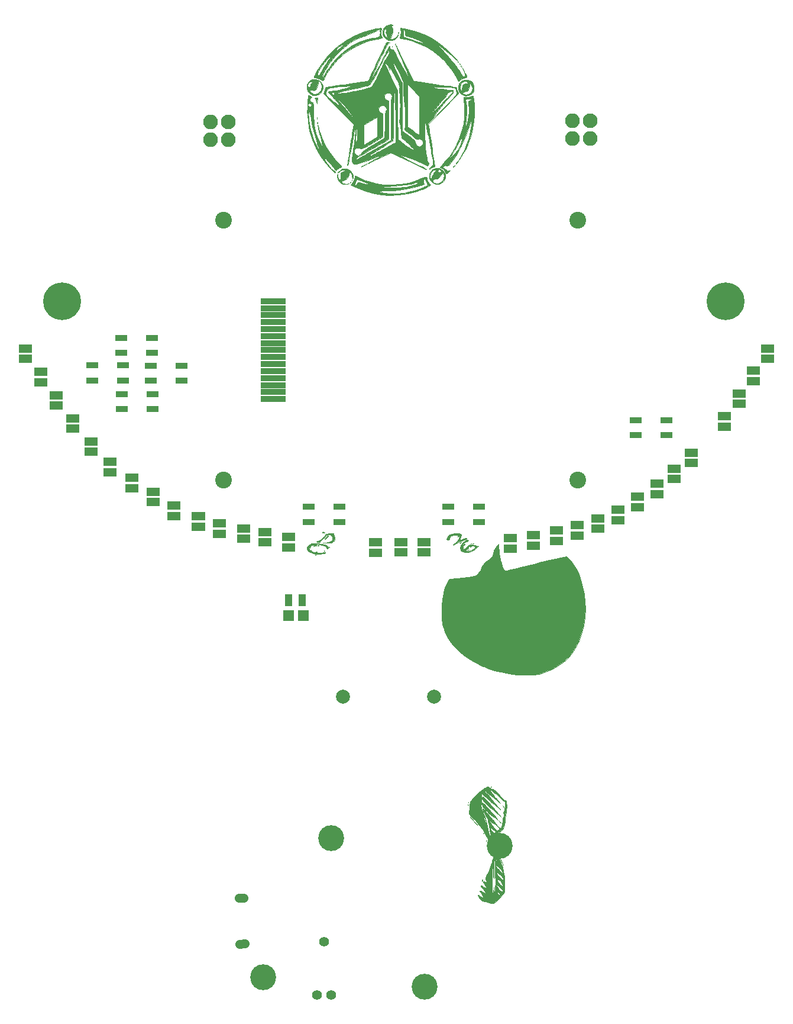
<source format=gts>
G04 #@! TF.FileFunction,Soldermask,Top*
%FSLAX46Y46*%
G04 Gerber Fmt 4.6, Leading zero omitted, Abs format (unit mm)*
G04 Created by KiCad (PCBNEW 4.0.7+dfsg1-1ubuntu2) date Fri May 11 22:40:51 2018*
%MOMM*%
%LPD*%
G01*
G04 APERTURE LIST*
%ADD10C,0.100000*%
%ADD11C,0.010000*%
%ADD12C,2.100000*%
%ADD13O,2.100000X2.100000*%
%ADD14C,5.400000*%
%ADD15C,1.299160*%
%ADD16R,1.598880X1.598880*%
%ADD17R,1.754000X0.901700*%
%ADD18O,1.050000X0.400000*%
%ADD19O,0.400000X1.050000*%
%ADD20R,2.000000X2.000000*%
%ADD21C,3.700000*%
%ADD22C,2.000000*%
%ADD23R,1.050000X1.200000*%
%ADD24R,1.100000X1.700000*%
%ADD25R,3.600000X0.900000*%
%ADD26C,2.400000*%
%ADD27C,1.390600*%
G04 APERTURE END LIST*
D10*
D11*
G36*
X140463377Y-150119691D02*
X140593157Y-150246017D01*
X140758353Y-150451618D01*
X140939628Y-150709979D01*
X141117642Y-150994583D01*
X141273056Y-151278914D01*
X141319876Y-151376376D01*
X141523910Y-151928426D01*
X141684084Y-152582715D01*
X141792166Y-153294085D01*
X141839924Y-154017378D01*
X141841201Y-154236112D01*
X141834946Y-154732141D01*
X141820888Y-155106049D01*
X141789816Y-155387348D01*
X141732522Y-155605552D01*
X141639796Y-155790174D01*
X141502430Y-155970729D01*
X141311215Y-156176729D01*
X141200093Y-156290764D01*
X140897011Y-156586077D01*
X140611623Y-156837386D01*
X140366478Y-157026959D01*
X140184127Y-157137065D01*
X140099403Y-157156229D01*
X140005615Y-157134871D01*
X139834030Y-157097287D01*
X139651389Y-157051210D01*
X139378717Y-156974921D01*
X139070619Y-156883766D01*
X139026951Y-156870442D01*
X138722399Y-156769935D01*
X138519728Y-156676413D01*
X138373445Y-156561149D01*
X138238054Y-156395420D01*
X138208088Y-156353420D01*
X138063221Y-156124247D01*
X138002514Y-155975856D01*
X138026071Y-155921420D01*
X138133998Y-155974111D01*
X138205530Y-156032247D01*
X138387610Y-156165289D01*
X138579000Y-156266773D01*
X138731427Y-156314226D01*
X138788644Y-156303721D01*
X138780407Y-156218021D01*
X138708720Y-156055321D01*
X138628985Y-155915449D01*
X139265374Y-155915449D01*
X139303284Y-155953359D01*
X139341194Y-155915449D01*
X139303284Y-155877539D01*
X139265374Y-155915449D01*
X138628985Y-155915449D01*
X138598452Y-155861889D01*
X138474471Y-155683995D01*
X138423283Y-155623956D01*
X138292013Y-155449456D01*
X138284249Y-155356658D01*
X138389463Y-155358757D01*
X138564030Y-155447622D01*
X138854038Y-155627233D01*
X139028481Y-155721904D01*
X139099605Y-155728300D01*
X139079657Y-155643084D01*
X138980884Y-155462922D01*
X138915172Y-155351981D01*
X138763560Y-155110119D01*
X138627545Y-154914910D01*
X138538487Y-154810578D01*
X138440941Y-154688122D01*
X138465868Y-154605757D01*
X138545075Y-154588583D01*
X138646045Y-154624636D01*
X138658806Y-154655206D01*
X138722024Y-154724658D01*
X138877028Y-154807741D01*
X138905224Y-154819335D01*
X139121625Y-154923292D01*
X139296757Y-155036679D01*
X139297196Y-155037041D01*
X139385817Y-155105801D01*
X139390780Y-155086035D01*
X139310974Y-154960933D01*
X139290102Y-154929777D01*
X139195872Y-154787814D01*
X140045135Y-154787814D01*
X140047455Y-155195798D01*
X140052036Y-155510398D01*
X140058693Y-155712535D01*
X140067240Y-155783126D01*
X140067740Y-155782834D01*
X140109507Y-155695401D01*
X140174816Y-155514623D01*
X140207264Y-155414669D01*
X140311873Y-155081419D01*
X140319370Y-155378384D01*
X140331853Y-155579665D01*
X140354668Y-155632688D01*
X140383786Y-155549049D01*
X140786307Y-155549049D01*
X140810582Y-155672741D01*
X140907274Y-155814703D01*
X141041884Y-155928583D01*
X141136725Y-155947100D01*
X141160896Y-155894409D01*
X141116626Y-155778659D01*
X141015741Y-155634483D01*
X140906132Y-155523533D01*
X140853313Y-155498434D01*
X140786307Y-155549049D01*
X140383786Y-155549049D01*
X140386794Y-155540411D01*
X140427209Y-155305791D01*
X140474891Y-154931788D01*
X140475557Y-154925999D01*
X140503406Y-154563928D01*
X140664057Y-154563928D01*
X140719069Y-154668788D01*
X140846051Y-154862858D01*
X140899886Y-154942633D01*
X141053585Y-155139043D01*
X141231456Y-155322925D01*
X141399127Y-155463533D01*
X141522224Y-155530120D01*
X141553970Y-155527711D01*
X141568432Y-155441897D01*
X141531252Y-155278643D01*
X141527836Y-155268667D01*
X141428755Y-155097186D01*
X141259343Y-154898399D01*
X141059343Y-154709762D01*
X140868501Y-154568732D01*
X140726562Y-154512766D01*
X140725759Y-154512762D01*
X140669969Y-154521009D01*
X140664057Y-154563928D01*
X140503406Y-154563928D01*
X140507008Y-154517104D01*
X140514440Y-154029571D01*
X140504687Y-153683818D01*
X140709969Y-153683818D01*
X140781526Y-153838618D01*
X140909395Y-154045751D01*
X141073305Y-154273045D01*
X141252982Y-154488327D01*
X141293889Y-154532218D01*
X141459489Y-154667237D01*
X141559086Y-154673833D01*
X141580472Y-154565364D01*
X141511442Y-154355183D01*
X141492263Y-154315162D01*
X141363912Y-154118349D01*
X141185683Y-153917883D01*
X140993232Y-153745950D01*
X140822213Y-153634736D01*
X140714998Y-153613524D01*
X140709969Y-153683818D01*
X140504687Y-153683818D01*
X140497751Y-153437961D01*
X140467311Y-152878174D01*
X140457814Y-152701259D01*
X140658580Y-152701259D01*
X140661202Y-152742477D01*
X140715142Y-152841649D01*
X140833128Y-153023710D01*
X140959605Y-153212283D01*
X141109968Y-153400434D01*
X141291641Y-153580120D01*
X141470211Y-153723052D01*
X141611268Y-153800943D01*
X141672866Y-153798604D01*
X141675768Y-153714625D01*
X141648404Y-153570768D01*
X141571664Y-153438606D01*
X141413759Y-153256503D01*
X141210795Y-153057679D01*
X140998873Y-152875356D01*
X140814098Y-152742755D01*
X140694545Y-152693061D01*
X140658580Y-152701259D01*
X140457814Y-152701259D01*
X140442112Y-152408786D01*
X140426230Y-151965026D01*
X140421850Y-151682572D01*
X140509116Y-151682572D01*
X140564842Y-151765883D01*
X140660908Y-151890578D01*
X140824800Y-152092542D01*
X141025660Y-152333910D01*
X141085075Y-152404284D01*
X141310631Y-152650746D01*
X141471012Y-152784781D01*
X141559236Y-152804286D01*
X141568324Y-152707157D01*
X141508919Y-152532047D01*
X141381355Y-152339512D01*
X141162853Y-152112283D01*
X140895065Y-151889249D01*
X140639626Y-151720430D01*
X140518236Y-151657231D01*
X140509116Y-151682572D01*
X140421850Y-151682572D01*
X140420259Y-151579984D01*
X140424788Y-151286750D01*
X140436272Y-151141151D01*
X140491428Y-150773342D01*
X140667724Y-150993948D01*
X140791367Y-151125833D01*
X140876641Y-151175935D01*
X140887193Y-151171858D01*
X140865007Y-151097819D01*
X140760902Y-150955424D01*
X140670558Y-150853717D01*
X140410749Y-150578272D01*
X140349853Y-150934323D01*
X140329990Y-151129142D01*
X140313748Y-151441838D01*
X140302199Y-151838668D01*
X140296415Y-152285889D01*
X140296405Y-152617240D01*
X140297364Y-153074695D01*
X140294084Y-153385048D01*
X140286298Y-153552786D01*
X140273738Y-153582397D01*
X140256137Y-153478369D01*
X140248957Y-153413359D01*
X140220398Y-153064310D01*
X140197442Y-152650697D01*
X140184878Y-152259595D01*
X140184642Y-152244454D01*
X140174375Y-151963303D01*
X140155030Y-151759263D01*
X140130088Y-151663343D01*
X140119229Y-151662290D01*
X140103900Y-151750077D01*
X140089050Y-151969266D01*
X140075363Y-152299615D01*
X140063524Y-152720884D01*
X140054217Y-153212832D01*
X140048126Y-153755218D01*
X140048030Y-153768017D01*
X140045265Y-154305527D01*
X140045135Y-154787814D01*
X139195872Y-154787814D01*
X139055177Y-154575852D01*
X138896578Y-154325442D01*
X138803161Y-154158189D01*
X138763781Y-154053735D01*
X138767295Y-153991725D01*
X138771865Y-153983104D01*
X138868268Y-153962401D01*
X139069780Y-154045952D01*
X139158196Y-154095580D01*
X139379765Y-154217014D01*
X139480636Y-154250120D01*
X139463199Y-154195142D01*
X139397077Y-154120119D01*
X139287320Y-153984362D01*
X139171570Y-153817071D01*
X139118178Y-153724637D01*
X139095978Y-153635781D01*
X139112233Y-153520953D01*
X139174208Y-153350601D01*
X139289166Y-153095175D01*
X139413858Y-152831399D01*
X139591022Y-152425158D01*
X139778578Y-151940044D01*
X139951065Y-151444525D01*
X140010351Y-151252464D01*
X140187196Y-151252464D01*
X140199111Y-151360102D01*
X140225439Y-151347240D01*
X140235453Y-151192008D01*
X140225439Y-151157688D01*
X140197765Y-151148163D01*
X140187196Y-151252464D01*
X140010351Y-151252464D01*
X140055817Y-151105177D01*
X140161882Y-150745985D01*
X140181499Y-150683807D01*
X140251045Y-150683807D01*
X140288956Y-150721718D01*
X140326866Y-150683807D01*
X140288956Y-150645897D01*
X140251045Y-150683807D01*
X140181499Y-150683807D01*
X140258543Y-150439623D01*
X140335980Y-150215796D01*
X140384375Y-150104210D01*
X140388354Y-150099155D01*
X140463377Y-150119691D01*
X140463377Y-150119691D01*
G37*
X140463377Y-150119691D02*
X140593157Y-150246017D01*
X140758353Y-150451618D01*
X140939628Y-150709979D01*
X141117642Y-150994583D01*
X141273056Y-151278914D01*
X141319876Y-151376376D01*
X141523910Y-151928426D01*
X141684084Y-152582715D01*
X141792166Y-153294085D01*
X141839924Y-154017378D01*
X141841201Y-154236112D01*
X141834946Y-154732141D01*
X141820888Y-155106049D01*
X141789816Y-155387348D01*
X141732522Y-155605552D01*
X141639796Y-155790174D01*
X141502430Y-155970729D01*
X141311215Y-156176729D01*
X141200093Y-156290764D01*
X140897011Y-156586077D01*
X140611623Y-156837386D01*
X140366478Y-157026959D01*
X140184127Y-157137065D01*
X140099403Y-157156229D01*
X140005615Y-157134871D01*
X139834030Y-157097287D01*
X139651389Y-157051210D01*
X139378717Y-156974921D01*
X139070619Y-156883766D01*
X139026951Y-156870442D01*
X138722399Y-156769935D01*
X138519728Y-156676413D01*
X138373445Y-156561149D01*
X138238054Y-156395420D01*
X138208088Y-156353420D01*
X138063221Y-156124247D01*
X138002514Y-155975856D01*
X138026071Y-155921420D01*
X138133998Y-155974111D01*
X138205530Y-156032247D01*
X138387610Y-156165289D01*
X138579000Y-156266773D01*
X138731427Y-156314226D01*
X138788644Y-156303721D01*
X138780407Y-156218021D01*
X138708720Y-156055321D01*
X138628985Y-155915449D01*
X139265374Y-155915449D01*
X139303284Y-155953359D01*
X139341194Y-155915449D01*
X139303284Y-155877539D01*
X139265374Y-155915449D01*
X138628985Y-155915449D01*
X138598452Y-155861889D01*
X138474471Y-155683995D01*
X138423283Y-155623956D01*
X138292013Y-155449456D01*
X138284249Y-155356658D01*
X138389463Y-155358757D01*
X138564030Y-155447622D01*
X138854038Y-155627233D01*
X139028481Y-155721904D01*
X139099605Y-155728300D01*
X139079657Y-155643084D01*
X138980884Y-155462922D01*
X138915172Y-155351981D01*
X138763560Y-155110119D01*
X138627545Y-154914910D01*
X138538487Y-154810578D01*
X138440941Y-154688122D01*
X138465868Y-154605757D01*
X138545075Y-154588583D01*
X138646045Y-154624636D01*
X138658806Y-154655206D01*
X138722024Y-154724658D01*
X138877028Y-154807741D01*
X138905224Y-154819335D01*
X139121625Y-154923292D01*
X139296757Y-155036679D01*
X139297196Y-155037041D01*
X139385817Y-155105801D01*
X139390780Y-155086035D01*
X139310974Y-154960933D01*
X139290102Y-154929777D01*
X139195872Y-154787814D01*
X140045135Y-154787814D01*
X140047455Y-155195798D01*
X140052036Y-155510398D01*
X140058693Y-155712535D01*
X140067240Y-155783126D01*
X140067740Y-155782834D01*
X140109507Y-155695401D01*
X140174816Y-155514623D01*
X140207264Y-155414669D01*
X140311873Y-155081419D01*
X140319370Y-155378384D01*
X140331853Y-155579665D01*
X140354668Y-155632688D01*
X140383786Y-155549049D01*
X140786307Y-155549049D01*
X140810582Y-155672741D01*
X140907274Y-155814703D01*
X141041884Y-155928583D01*
X141136725Y-155947100D01*
X141160896Y-155894409D01*
X141116626Y-155778659D01*
X141015741Y-155634483D01*
X140906132Y-155523533D01*
X140853313Y-155498434D01*
X140786307Y-155549049D01*
X140383786Y-155549049D01*
X140386794Y-155540411D01*
X140427209Y-155305791D01*
X140474891Y-154931788D01*
X140475557Y-154925999D01*
X140503406Y-154563928D01*
X140664057Y-154563928D01*
X140719069Y-154668788D01*
X140846051Y-154862858D01*
X140899886Y-154942633D01*
X141053585Y-155139043D01*
X141231456Y-155322925D01*
X141399127Y-155463533D01*
X141522224Y-155530120D01*
X141553970Y-155527711D01*
X141568432Y-155441897D01*
X141531252Y-155278643D01*
X141527836Y-155268667D01*
X141428755Y-155097186D01*
X141259343Y-154898399D01*
X141059343Y-154709762D01*
X140868501Y-154568732D01*
X140726562Y-154512766D01*
X140725759Y-154512762D01*
X140669969Y-154521009D01*
X140664057Y-154563928D01*
X140503406Y-154563928D01*
X140507008Y-154517104D01*
X140514440Y-154029571D01*
X140504687Y-153683818D01*
X140709969Y-153683818D01*
X140781526Y-153838618D01*
X140909395Y-154045751D01*
X141073305Y-154273045D01*
X141252982Y-154488327D01*
X141293889Y-154532218D01*
X141459489Y-154667237D01*
X141559086Y-154673833D01*
X141580472Y-154565364D01*
X141511442Y-154355183D01*
X141492263Y-154315162D01*
X141363912Y-154118349D01*
X141185683Y-153917883D01*
X140993232Y-153745950D01*
X140822213Y-153634736D01*
X140714998Y-153613524D01*
X140709969Y-153683818D01*
X140504687Y-153683818D01*
X140497751Y-153437961D01*
X140467311Y-152878174D01*
X140457814Y-152701259D01*
X140658580Y-152701259D01*
X140661202Y-152742477D01*
X140715142Y-152841649D01*
X140833128Y-153023710D01*
X140959605Y-153212283D01*
X141109968Y-153400434D01*
X141291641Y-153580120D01*
X141470211Y-153723052D01*
X141611268Y-153800943D01*
X141672866Y-153798604D01*
X141675768Y-153714625D01*
X141648404Y-153570768D01*
X141571664Y-153438606D01*
X141413759Y-153256503D01*
X141210795Y-153057679D01*
X140998873Y-152875356D01*
X140814098Y-152742755D01*
X140694545Y-152693061D01*
X140658580Y-152701259D01*
X140457814Y-152701259D01*
X140442112Y-152408786D01*
X140426230Y-151965026D01*
X140421850Y-151682572D01*
X140509116Y-151682572D01*
X140564842Y-151765883D01*
X140660908Y-151890578D01*
X140824800Y-152092542D01*
X141025660Y-152333910D01*
X141085075Y-152404284D01*
X141310631Y-152650746D01*
X141471012Y-152784781D01*
X141559236Y-152804286D01*
X141568324Y-152707157D01*
X141508919Y-152532047D01*
X141381355Y-152339512D01*
X141162853Y-152112283D01*
X140895065Y-151889249D01*
X140639626Y-151720430D01*
X140518236Y-151657231D01*
X140509116Y-151682572D01*
X140421850Y-151682572D01*
X140420259Y-151579984D01*
X140424788Y-151286750D01*
X140436272Y-151141151D01*
X140491428Y-150773342D01*
X140667724Y-150993948D01*
X140791367Y-151125833D01*
X140876641Y-151175935D01*
X140887193Y-151171858D01*
X140865007Y-151097819D01*
X140760902Y-150955424D01*
X140670558Y-150853717D01*
X140410749Y-150578272D01*
X140349853Y-150934323D01*
X140329990Y-151129142D01*
X140313748Y-151441838D01*
X140302199Y-151838668D01*
X140296415Y-152285889D01*
X140296405Y-152617240D01*
X140297364Y-153074695D01*
X140294084Y-153385048D01*
X140286298Y-153552786D01*
X140273738Y-153582397D01*
X140256137Y-153478369D01*
X140248957Y-153413359D01*
X140220398Y-153064310D01*
X140197442Y-152650697D01*
X140184878Y-152259595D01*
X140184642Y-152244454D01*
X140174375Y-151963303D01*
X140155030Y-151759263D01*
X140130088Y-151663343D01*
X140119229Y-151662290D01*
X140103900Y-151750077D01*
X140089050Y-151969266D01*
X140075363Y-152299615D01*
X140063524Y-152720884D01*
X140054217Y-153212832D01*
X140048126Y-153755218D01*
X140048030Y-153768017D01*
X140045265Y-154305527D01*
X140045135Y-154787814D01*
X139195872Y-154787814D01*
X139055177Y-154575852D01*
X138896578Y-154325442D01*
X138803161Y-154158189D01*
X138763781Y-154053735D01*
X138767295Y-153991725D01*
X138771865Y-153983104D01*
X138868268Y-153962401D01*
X139069780Y-154045952D01*
X139158196Y-154095580D01*
X139379765Y-154217014D01*
X139480636Y-154250120D01*
X139463199Y-154195142D01*
X139397077Y-154120119D01*
X139287320Y-153984362D01*
X139171570Y-153817071D01*
X139118178Y-153724637D01*
X139095978Y-153635781D01*
X139112233Y-153520953D01*
X139174208Y-153350601D01*
X139289166Y-153095175D01*
X139413858Y-152831399D01*
X139591022Y-152425158D01*
X139778578Y-151940044D01*
X139951065Y-151444525D01*
X140010351Y-151252464D01*
X140187196Y-151252464D01*
X140199111Y-151360102D01*
X140225439Y-151347240D01*
X140235453Y-151192008D01*
X140225439Y-151157688D01*
X140197765Y-151148163D01*
X140187196Y-151252464D01*
X140010351Y-151252464D01*
X140055817Y-151105177D01*
X140161882Y-150745985D01*
X140181499Y-150683807D01*
X140251045Y-150683807D01*
X140288956Y-150721718D01*
X140326866Y-150683807D01*
X140288956Y-150645897D01*
X140251045Y-150683807D01*
X140181499Y-150683807D01*
X140258543Y-150439623D01*
X140335980Y-150215796D01*
X140384375Y-150104210D01*
X140388354Y-150099155D01*
X140463377Y-150119691D01*
G36*
X138698145Y-153810131D02*
X138686225Y-153868285D01*
X138632409Y-153968047D01*
X138612784Y-153982016D01*
X138586279Y-153920102D01*
X138582985Y-153868285D01*
X138622665Y-153767366D01*
X138656427Y-153754554D01*
X138698145Y-153810131D01*
X138698145Y-153810131D01*
G37*
X138698145Y-153810131D02*
X138686225Y-153868285D01*
X138632409Y-153968047D01*
X138612784Y-153982016D01*
X138586279Y-153920102D01*
X138582985Y-153868285D01*
X138622665Y-153767366D01*
X138656427Y-153754554D01*
X138698145Y-153810131D01*
G36*
X141615821Y-151593658D02*
X141577911Y-151631568D01*
X141540000Y-151593658D01*
X141577911Y-151555748D01*
X141615821Y-151593658D01*
X141615821Y-151593658D01*
G37*
X141615821Y-151593658D02*
X141577911Y-151631568D01*
X141540000Y-151593658D01*
X141577911Y-151555748D01*
X141615821Y-151593658D01*
G36*
X141540000Y-151366195D02*
X141502090Y-151404106D01*
X141464180Y-151366195D01*
X141502090Y-151328285D01*
X141540000Y-151366195D01*
X141540000Y-151366195D01*
G37*
X141540000Y-151366195D02*
X141502090Y-151404106D01*
X141464180Y-151366195D01*
X141502090Y-151328285D01*
X141540000Y-151366195D01*
G36*
X141464180Y-151214554D02*
X141426269Y-151252464D01*
X141388359Y-151214554D01*
X141426269Y-151176643D01*
X141464180Y-151214554D01*
X141464180Y-151214554D01*
G37*
X141464180Y-151214554D02*
X141426269Y-151252464D01*
X141388359Y-151214554D01*
X141426269Y-151176643D01*
X141464180Y-151214554D01*
G36*
X141388359Y-151062912D02*
X141350448Y-151100822D01*
X141312538Y-151062912D01*
X141350448Y-151025001D01*
X141388359Y-151062912D01*
X141388359Y-151062912D01*
G37*
X141388359Y-151062912D02*
X141350448Y-151100822D01*
X141312538Y-151062912D01*
X141350448Y-151025001D01*
X141388359Y-151062912D01*
G36*
X141312538Y-150911270D02*
X141274627Y-150949180D01*
X141236717Y-150911270D01*
X141274627Y-150873359D01*
X141312538Y-150911270D01*
X141312538Y-150911270D01*
G37*
X141312538Y-150911270D02*
X141274627Y-150949180D01*
X141236717Y-150911270D01*
X141274627Y-150873359D01*
X141312538Y-150911270D01*
G36*
X141236717Y-150759628D02*
X141198806Y-150797539D01*
X141160896Y-150759628D01*
X141198806Y-150721718D01*
X141236717Y-150759628D01*
X141236717Y-150759628D01*
G37*
X141236717Y-150759628D02*
X141198806Y-150797539D01*
X141160896Y-150759628D01*
X141198806Y-150721718D01*
X141236717Y-150759628D01*
G36*
X139772332Y-148268604D02*
X139758209Y-148295449D01*
X139686770Y-148367858D01*
X139673439Y-148371270D01*
X139668266Y-148322294D01*
X139682388Y-148295449D01*
X139753828Y-148223040D01*
X139767159Y-148219628D01*
X139772332Y-148268604D01*
X139772332Y-148268604D01*
G37*
X139772332Y-148268604D02*
X139758209Y-148295449D01*
X139686770Y-148367858D01*
X139673439Y-148371270D01*
X139668266Y-148322294D01*
X139682388Y-148295449D01*
X139753828Y-148223040D01*
X139767159Y-148219628D01*
X139772332Y-148268604D01*
G36*
X139265374Y-148181718D02*
X139227463Y-148219628D01*
X139189553Y-148181718D01*
X139227463Y-148143807D01*
X139265374Y-148181718D01*
X139265374Y-148181718D01*
G37*
X139265374Y-148181718D02*
X139227463Y-148219628D01*
X139189553Y-148181718D01*
X139227463Y-148143807D01*
X139265374Y-148181718D01*
G36*
X139999795Y-148116963D02*
X139985672Y-148143807D01*
X139914233Y-148216216D01*
X139900902Y-148219628D01*
X139895729Y-148170652D01*
X139909851Y-148143807D01*
X139981291Y-148071398D01*
X139994621Y-148067986D01*
X139999795Y-148116963D01*
X139999795Y-148116963D01*
G37*
X139999795Y-148116963D02*
X139985672Y-148143807D01*
X139914233Y-148216216D01*
X139900902Y-148219628D01*
X139895729Y-148170652D01*
X139909851Y-148143807D01*
X139981291Y-148071398D01*
X139994621Y-148067986D01*
X139999795Y-148116963D01*
G36*
X139510642Y-140472614D02*
X139671684Y-140595816D01*
X139834834Y-140717386D01*
X139969294Y-140746543D01*
X139977291Y-140743994D01*
X140122035Y-140760311D01*
X140331700Y-140873034D01*
X140576859Y-141059856D01*
X140828081Y-141298471D01*
X141047165Y-141554933D01*
X141256486Y-141820451D01*
X141477979Y-142085346D01*
X141612767Y-142236744D01*
X141773146Y-142398051D01*
X141870802Y-142456884D01*
X141938398Y-142428655D01*
X141961004Y-142401052D01*
X142008923Y-142368068D01*
X142045181Y-142434851D01*
X142076091Y-142620851D01*
X142096707Y-142819219D01*
X142117088Y-143100039D01*
X142123220Y-143327584D01*
X142113854Y-143453912D01*
X142113278Y-143455764D01*
X142090345Y-143579331D01*
X142062670Y-143804427D01*
X142037342Y-144069951D01*
X141993566Y-144506972D01*
X141934930Y-144967006D01*
X141867102Y-145415505D01*
X141795749Y-145817923D01*
X141726539Y-146139712D01*
X141665140Y-146346324D01*
X141663061Y-146351383D01*
X141559550Y-146506477D01*
X141352252Y-146715956D01*
X141032298Y-146987961D01*
X140621212Y-147307694D01*
X140291093Y-147557275D01*
X140000107Y-147777304D01*
X139771436Y-147950247D01*
X139628264Y-148058572D01*
X139594976Y-148083790D01*
X139527371Y-148062037D01*
X139420064Y-147917166D01*
X139268444Y-147642027D01*
X139134296Y-147369815D01*
X138910573Y-146936157D01*
X138662925Y-146531147D01*
X138370245Y-146126525D01*
X138125289Y-145831270D01*
X139189553Y-145831270D01*
X139227463Y-145869180D01*
X139265374Y-145831270D01*
X139227463Y-145793359D01*
X139189553Y-145831270D01*
X138125289Y-145831270D01*
X138011428Y-145694030D01*
X137565368Y-145205399D01*
X137347489Y-144977216D01*
X136743113Y-144350625D01*
X136758519Y-144052013D01*
X138568176Y-144052013D01*
X138608575Y-144209892D01*
X138688002Y-144451389D01*
X138739657Y-144594038D01*
X138855948Y-144906725D01*
X138960615Y-145188394D01*
X139035956Y-145391404D01*
X139051438Y-145433210D01*
X139127975Y-145602659D01*
X139170709Y-145626183D01*
X139169749Y-145507604D01*
X139149598Y-145395300D01*
X139093409Y-145195665D01*
X139000935Y-144932380D01*
X138888295Y-144644393D01*
X138771607Y-144370653D01*
X138666989Y-144150109D01*
X138590561Y-144021709D01*
X138574887Y-144006563D01*
X138568176Y-144052013D01*
X136758519Y-144052013D01*
X136781199Y-143612440D01*
X136791124Y-143487141D01*
X138284508Y-143487141D01*
X138302373Y-143638719D01*
X138330249Y-143695648D01*
X138398119Y-143727303D01*
X138403613Y-143642576D01*
X138361958Y-143510785D01*
X138308900Y-143391070D01*
X138288861Y-143407855D01*
X138284508Y-143487141D01*
X136791124Y-143487141D01*
X136819432Y-143129768D01*
X136890207Y-142756270D01*
X137012953Y-142450047D01*
X137139016Y-142267688D01*
X138355523Y-142267688D01*
X138393433Y-142305598D01*
X138431344Y-142267688D01*
X138393433Y-142229777D01*
X138355523Y-142267688D01*
X137139016Y-142267688D01*
X137207101Y-142169199D01*
X137492084Y-141871827D01*
X137660301Y-141716804D01*
X138018266Y-141404929D01*
X138380444Y-141107666D01*
X138721816Y-140843927D01*
X139017363Y-140632624D01*
X139242067Y-140492667D01*
X139313455Y-140460086D01*
X139685697Y-140902912D01*
X139888513Y-141150680D01*
X140067149Y-141380307D01*
X140186045Y-141545943D01*
X140193780Y-141558017D01*
X140305962Y-141711620D01*
X140485512Y-141931427D01*
X140696023Y-142173072D01*
X140722603Y-142202495D01*
X140991108Y-142502061D01*
X141153624Y-142694336D01*
X141208527Y-142780831D01*
X141154190Y-142763053D01*
X140988989Y-142642512D01*
X140711299Y-142420717D01*
X140592239Y-142323547D01*
X140176615Y-141982851D01*
X139859731Y-141721900D01*
X139622730Y-141524701D01*
X139446756Y-141375257D01*
X139312951Y-141257574D01*
X139202459Y-141155658D01*
X139106244Y-141063102D01*
X138936170Y-140915786D01*
X138855669Y-140881218D01*
X138869534Y-140946419D01*
X138982556Y-141098410D01*
X139061099Y-141185378D01*
X139202030Y-141341104D01*
X139414535Y-141583703D01*
X139673025Y-141883627D01*
X139951910Y-142211328D01*
X140039728Y-142315387D01*
X140324644Y-142653590D01*
X140601172Y-142981585D01*
X140842081Y-143267089D01*
X141020141Y-143477820D01*
X141054776Y-143518733D01*
X141183598Y-143672891D01*
X141230187Y-143737322D01*
X141187154Y-143708046D01*
X141047110Y-143581079D01*
X140878881Y-143423956D01*
X140659212Y-143224483D01*
X140479086Y-143072918D01*
X140368179Y-142993803D01*
X140351450Y-142987769D01*
X140272587Y-142938525D01*
X140113003Y-142806638D01*
X139900314Y-142615565D01*
X139777933Y-142500638D01*
X139455564Y-142200009D01*
X139152655Y-141929433D01*
X138890222Y-141706612D01*
X138689284Y-141549251D01*
X138570859Y-141475053D01*
X138556221Y-141471568D01*
X138536508Y-141542282D01*
X138520577Y-141734023D01*
X138510228Y-142016187D01*
X138507165Y-142305598D01*
X138501539Y-142705664D01*
X138483650Y-142968388D01*
X138451979Y-143107691D01*
X138416180Y-143139628D01*
X138363429Y-143162008D01*
X138416180Y-143230613D01*
X138493275Y-143379601D01*
X138507165Y-143474367D01*
X138539233Y-143609211D01*
X138624832Y-143837949D01*
X138748049Y-144119665D01*
X138803500Y-144236367D01*
X139006306Y-144731353D01*
X139200406Y-145358650D01*
X139380705Y-146098970D01*
X139542106Y-146933024D01*
X139585918Y-147197619D01*
X139635800Y-147481324D01*
X139672275Y-147619070D01*
X139696998Y-147615785D01*
X139706190Y-147555626D01*
X139729840Y-147395745D01*
X139772849Y-147364521D01*
X139847903Y-147426550D01*
X139959101Y-147500853D01*
X140013654Y-147496414D01*
X139998138Y-147420485D01*
X139902847Y-147319730D01*
X139811882Y-147211963D01*
X139750486Y-147041549D01*
X139707474Y-146771511D01*
X139692693Y-146624913D01*
X139660057Y-146354026D01*
X139740926Y-146354026D01*
X139756129Y-146433670D01*
X139853419Y-146571472D01*
X139887159Y-146609225D01*
X140043952Y-146798353D01*
X140163180Y-146977247D01*
X140169144Y-146988502D01*
X140256514Y-147106350D01*
X140366060Y-147099956D01*
X140410445Y-147078163D01*
X140521806Y-146967100D01*
X140539948Y-146875055D01*
X140470709Y-146777730D01*
X140319248Y-146649007D01*
X140127746Y-146516393D01*
X139938388Y-146407395D01*
X139793356Y-146349520D01*
X139740926Y-146354026D01*
X139660057Y-146354026D01*
X139650142Y-146271732D01*
X139590086Y-145910353D01*
X139531892Y-145645244D01*
X139476709Y-145415957D01*
X139448089Y-145254704D01*
X139449049Y-145205306D01*
X139504435Y-145246569D01*
X139623219Y-145380300D01*
X139768495Y-145563129D01*
X140072810Y-145961024D01*
X140300467Y-146253855D01*
X140466085Y-146457654D01*
X140584279Y-146588451D01*
X140669666Y-146662281D01*
X140736862Y-146695174D01*
X140800485Y-146703163D01*
X140807913Y-146703210D01*
X140979938Y-146643273D01*
X141061007Y-146561932D01*
X141094893Y-146470373D01*
X141061426Y-146370799D01*
X140942309Y-146230607D01*
X140794917Y-146087791D01*
X140524384Y-145847150D01*
X140278401Y-145668046D01*
X139985572Y-145500594D01*
X139868041Y-145440175D01*
X139538621Y-145191996D01*
X139284024Y-144828961D01*
X139231324Y-144714892D01*
X139119733Y-144483075D01*
X138967750Y-144208979D01*
X138886511Y-144075560D01*
X138760367Y-143859571D01*
X138677678Y-143685234D01*
X138658806Y-143615210D01*
X138704067Y-143608015D01*
X138827387Y-143697970D01*
X139010079Y-143865460D01*
X139233453Y-144090866D01*
X139478817Y-144354573D01*
X139727484Y-144636963D01*
X139960763Y-144918421D01*
X140159965Y-145179329D01*
X140192239Y-145224703D01*
X140524418Y-145674204D01*
X140813135Y-146015632D01*
X141051429Y-146242260D01*
X141232338Y-146347361D01*
X141339382Y-146333290D01*
X141429772Y-146180901D01*
X141502353Y-145886524D01*
X141557918Y-145446469D01*
X141575069Y-145235657D01*
X141604228Y-145005403D01*
X141648271Y-144838538D01*
X141672092Y-144796910D01*
X141706316Y-144681903D01*
X141700572Y-144488313D01*
X141694000Y-144444761D01*
X141685092Y-144183478D01*
X141736055Y-144011568D01*
X141784871Y-143866445D01*
X141832816Y-143617842D01*
X141871087Y-143313717D01*
X141877666Y-143240099D01*
X141928533Y-142620272D01*
X141159850Y-141951144D01*
X140869445Y-141701721D01*
X140615428Y-141489827D01*
X140421776Y-141335015D01*
X140312471Y-141256833D01*
X140302151Y-141251868D01*
X140205030Y-141190897D01*
X140028325Y-141056694D01*
X139806653Y-140875796D01*
X139758209Y-140834853D01*
X139316095Y-140458881D01*
X139337162Y-140449266D01*
X139510642Y-140472614D01*
X139510642Y-140472614D01*
G37*
X139510642Y-140472614D02*
X139671684Y-140595816D01*
X139834834Y-140717386D01*
X139969294Y-140746543D01*
X139977291Y-140743994D01*
X140122035Y-140760311D01*
X140331700Y-140873034D01*
X140576859Y-141059856D01*
X140828081Y-141298471D01*
X141047165Y-141554933D01*
X141256486Y-141820451D01*
X141477979Y-142085346D01*
X141612767Y-142236744D01*
X141773146Y-142398051D01*
X141870802Y-142456884D01*
X141938398Y-142428655D01*
X141961004Y-142401052D01*
X142008923Y-142368068D01*
X142045181Y-142434851D01*
X142076091Y-142620851D01*
X142096707Y-142819219D01*
X142117088Y-143100039D01*
X142123220Y-143327584D01*
X142113854Y-143453912D01*
X142113278Y-143455764D01*
X142090345Y-143579331D01*
X142062670Y-143804427D01*
X142037342Y-144069951D01*
X141993566Y-144506972D01*
X141934930Y-144967006D01*
X141867102Y-145415505D01*
X141795749Y-145817923D01*
X141726539Y-146139712D01*
X141665140Y-146346324D01*
X141663061Y-146351383D01*
X141559550Y-146506477D01*
X141352252Y-146715956D01*
X141032298Y-146987961D01*
X140621212Y-147307694D01*
X140291093Y-147557275D01*
X140000107Y-147777304D01*
X139771436Y-147950247D01*
X139628264Y-148058572D01*
X139594976Y-148083790D01*
X139527371Y-148062037D01*
X139420064Y-147917166D01*
X139268444Y-147642027D01*
X139134296Y-147369815D01*
X138910573Y-146936157D01*
X138662925Y-146531147D01*
X138370245Y-146126525D01*
X138125289Y-145831270D01*
X139189553Y-145831270D01*
X139227463Y-145869180D01*
X139265374Y-145831270D01*
X139227463Y-145793359D01*
X139189553Y-145831270D01*
X138125289Y-145831270D01*
X138011428Y-145694030D01*
X137565368Y-145205399D01*
X137347489Y-144977216D01*
X136743113Y-144350625D01*
X136758519Y-144052013D01*
X138568176Y-144052013D01*
X138608575Y-144209892D01*
X138688002Y-144451389D01*
X138739657Y-144594038D01*
X138855948Y-144906725D01*
X138960615Y-145188394D01*
X139035956Y-145391404D01*
X139051438Y-145433210D01*
X139127975Y-145602659D01*
X139170709Y-145626183D01*
X139169749Y-145507604D01*
X139149598Y-145395300D01*
X139093409Y-145195665D01*
X139000935Y-144932380D01*
X138888295Y-144644393D01*
X138771607Y-144370653D01*
X138666989Y-144150109D01*
X138590561Y-144021709D01*
X138574887Y-144006563D01*
X138568176Y-144052013D01*
X136758519Y-144052013D01*
X136781199Y-143612440D01*
X136791124Y-143487141D01*
X138284508Y-143487141D01*
X138302373Y-143638719D01*
X138330249Y-143695648D01*
X138398119Y-143727303D01*
X138403613Y-143642576D01*
X138361958Y-143510785D01*
X138308900Y-143391070D01*
X138288861Y-143407855D01*
X138284508Y-143487141D01*
X136791124Y-143487141D01*
X136819432Y-143129768D01*
X136890207Y-142756270D01*
X137012953Y-142450047D01*
X137139016Y-142267688D01*
X138355523Y-142267688D01*
X138393433Y-142305598D01*
X138431344Y-142267688D01*
X138393433Y-142229777D01*
X138355523Y-142267688D01*
X137139016Y-142267688D01*
X137207101Y-142169199D01*
X137492084Y-141871827D01*
X137660301Y-141716804D01*
X138018266Y-141404929D01*
X138380444Y-141107666D01*
X138721816Y-140843927D01*
X139017363Y-140632624D01*
X139242067Y-140492667D01*
X139313455Y-140460086D01*
X139685697Y-140902912D01*
X139888513Y-141150680D01*
X140067149Y-141380307D01*
X140186045Y-141545943D01*
X140193780Y-141558017D01*
X140305962Y-141711620D01*
X140485512Y-141931427D01*
X140696023Y-142173072D01*
X140722603Y-142202495D01*
X140991108Y-142502061D01*
X141153624Y-142694336D01*
X141208527Y-142780831D01*
X141154190Y-142763053D01*
X140988989Y-142642512D01*
X140711299Y-142420717D01*
X140592239Y-142323547D01*
X140176615Y-141982851D01*
X139859731Y-141721900D01*
X139622730Y-141524701D01*
X139446756Y-141375257D01*
X139312951Y-141257574D01*
X139202459Y-141155658D01*
X139106244Y-141063102D01*
X138936170Y-140915786D01*
X138855669Y-140881218D01*
X138869534Y-140946419D01*
X138982556Y-141098410D01*
X139061099Y-141185378D01*
X139202030Y-141341104D01*
X139414535Y-141583703D01*
X139673025Y-141883627D01*
X139951910Y-142211328D01*
X140039728Y-142315387D01*
X140324644Y-142653590D01*
X140601172Y-142981585D01*
X140842081Y-143267089D01*
X141020141Y-143477820D01*
X141054776Y-143518733D01*
X141183598Y-143672891D01*
X141230187Y-143737322D01*
X141187154Y-143708046D01*
X141047110Y-143581079D01*
X140878881Y-143423956D01*
X140659212Y-143224483D01*
X140479086Y-143072918D01*
X140368179Y-142993803D01*
X140351450Y-142987769D01*
X140272587Y-142938525D01*
X140113003Y-142806638D01*
X139900314Y-142615565D01*
X139777933Y-142500638D01*
X139455564Y-142200009D01*
X139152655Y-141929433D01*
X138890222Y-141706612D01*
X138689284Y-141549251D01*
X138570859Y-141475053D01*
X138556221Y-141471568D01*
X138536508Y-141542282D01*
X138520577Y-141734023D01*
X138510228Y-142016187D01*
X138507165Y-142305598D01*
X138501539Y-142705664D01*
X138483650Y-142968388D01*
X138451979Y-143107691D01*
X138416180Y-143139628D01*
X138363429Y-143162008D01*
X138416180Y-143230613D01*
X138493275Y-143379601D01*
X138507165Y-143474367D01*
X138539233Y-143609211D01*
X138624832Y-143837949D01*
X138748049Y-144119665D01*
X138803500Y-144236367D01*
X139006306Y-144731353D01*
X139200406Y-145358650D01*
X139380705Y-146098970D01*
X139542106Y-146933024D01*
X139585918Y-147197619D01*
X139635800Y-147481324D01*
X139672275Y-147619070D01*
X139696998Y-147615785D01*
X139706190Y-147555626D01*
X139729840Y-147395745D01*
X139772849Y-147364521D01*
X139847903Y-147426550D01*
X139959101Y-147500853D01*
X140013654Y-147496414D01*
X139998138Y-147420485D01*
X139902847Y-147319730D01*
X139811882Y-147211963D01*
X139750486Y-147041549D01*
X139707474Y-146771511D01*
X139692693Y-146624913D01*
X139660057Y-146354026D01*
X139740926Y-146354026D01*
X139756129Y-146433670D01*
X139853419Y-146571472D01*
X139887159Y-146609225D01*
X140043952Y-146798353D01*
X140163180Y-146977247D01*
X140169144Y-146988502D01*
X140256514Y-147106350D01*
X140366060Y-147099956D01*
X140410445Y-147078163D01*
X140521806Y-146967100D01*
X140539948Y-146875055D01*
X140470709Y-146777730D01*
X140319248Y-146649007D01*
X140127746Y-146516393D01*
X139938388Y-146407395D01*
X139793356Y-146349520D01*
X139740926Y-146354026D01*
X139660057Y-146354026D01*
X139650142Y-146271732D01*
X139590086Y-145910353D01*
X139531892Y-145645244D01*
X139476709Y-145415957D01*
X139448089Y-145254704D01*
X139449049Y-145205306D01*
X139504435Y-145246569D01*
X139623219Y-145380300D01*
X139768495Y-145563129D01*
X140072810Y-145961024D01*
X140300467Y-146253855D01*
X140466085Y-146457654D01*
X140584279Y-146588451D01*
X140669666Y-146662281D01*
X140736862Y-146695174D01*
X140800485Y-146703163D01*
X140807913Y-146703210D01*
X140979938Y-146643273D01*
X141061007Y-146561932D01*
X141094893Y-146470373D01*
X141061426Y-146370799D01*
X140942309Y-146230607D01*
X140794917Y-146087791D01*
X140524384Y-145847150D01*
X140278401Y-145668046D01*
X139985572Y-145500594D01*
X139868041Y-145440175D01*
X139538621Y-145191996D01*
X139284024Y-144828961D01*
X139231324Y-144714892D01*
X139119733Y-144483075D01*
X138967750Y-144208979D01*
X138886511Y-144075560D01*
X138760367Y-143859571D01*
X138677678Y-143685234D01*
X138658806Y-143615210D01*
X138704067Y-143608015D01*
X138827387Y-143697970D01*
X139010079Y-143865460D01*
X139233453Y-144090866D01*
X139478817Y-144354573D01*
X139727484Y-144636963D01*
X139960763Y-144918421D01*
X140159965Y-145179329D01*
X140192239Y-145224703D01*
X140524418Y-145674204D01*
X140813135Y-146015632D01*
X141051429Y-146242260D01*
X141232338Y-146347361D01*
X141339382Y-146333290D01*
X141429772Y-146180901D01*
X141502353Y-145886524D01*
X141557918Y-145446469D01*
X141575069Y-145235657D01*
X141604228Y-145005403D01*
X141648271Y-144838538D01*
X141672092Y-144796910D01*
X141706316Y-144681903D01*
X141700572Y-144488313D01*
X141694000Y-144444761D01*
X141685092Y-144183478D01*
X141736055Y-144011568D01*
X141784871Y-143866445D01*
X141832816Y-143617842D01*
X141871087Y-143313717D01*
X141877666Y-143240099D01*
X141928533Y-142620272D01*
X141159850Y-141951144D01*
X140869445Y-141701721D01*
X140615428Y-141489827D01*
X140421776Y-141335015D01*
X140312471Y-141256833D01*
X140302151Y-141251868D01*
X140205030Y-141190897D01*
X140028325Y-141056694D01*
X139806653Y-140875796D01*
X139758209Y-140834853D01*
X139316095Y-140458881D01*
X139337162Y-140449266D01*
X139510642Y-140472614D01*
G36*
X138886269Y-147120225D02*
X138848359Y-147158136D01*
X138810448Y-147120225D01*
X138848359Y-147082315D01*
X138886269Y-147120225D01*
X138886269Y-147120225D01*
G37*
X138886269Y-147120225D02*
X138848359Y-147158136D01*
X138810448Y-147120225D01*
X138848359Y-147082315D01*
X138886269Y-147120225D01*
G36*
X136936003Y-144784489D02*
X137072119Y-144923498D01*
X137252543Y-145120603D01*
X137452701Y-145347516D01*
X137648021Y-145575948D01*
X137813928Y-145777610D01*
X137925851Y-145924213D01*
X137959340Y-145987353D01*
X137898979Y-145948176D01*
X137763722Y-145813347D01*
X137574427Y-145604800D01*
X137380252Y-145378365D01*
X137166746Y-145120497D01*
X136998471Y-144911485D01*
X136893746Y-144774480D01*
X136868767Y-144731867D01*
X136936003Y-144784489D01*
X136936003Y-144784489D01*
G37*
X136936003Y-144784489D02*
X137072119Y-144923498D01*
X137252543Y-145120603D01*
X137452701Y-145347516D01*
X137648021Y-145575948D01*
X137813928Y-145777610D01*
X137925851Y-145924213D01*
X137959340Y-145987353D01*
X137898979Y-145948176D01*
X137763722Y-145813347D01*
X137574427Y-145604800D01*
X137380252Y-145378365D01*
X137166746Y-145120497D01*
X136998471Y-144911485D01*
X136893746Y-144774480D01*
X136868767Y-144731867D01*
X136936003Y-144784489D01*
G36*
X136611642Y-143025897D02*
X136573732Y-143063807D01*
X136535821Y-143025897D01*
X136573732Y-142987986D01*
X136611642Y-143025897D01*
X136611642Y-143025897D01*
G37*
X136611642Y-143025897D02*
X136573732Y-143063807D01*
X136535821Y-143025897D01*
X136573732Y-142987986D01*
X136611642Y-143025897D01*
G36*
X136687463Y-142722613D02*
X136649553Y-142760524D01*
X136611642Y-142722613D01*
X136649553Y-142684703D01*
X136687463Y-142722613D01*
X136687463Y-142722613D01*
G37*
X136687463Y-142722613D02*
X136649553Y-142760524D01*
X136611642Y-142722613D01*
X136649553Y-142684703D01*
X136687463Y-142722613D01*
G36*
X139947762Y-140447986D02*
X139909851Y-140485897D01*
X139871941Y-140447986D01*
X139909851Y-140410076D01*
X139947762Y-140447986D01*
X139947762Y-140447986D01*
G37*
X139947762Y-140447986D02*
X139909851Y-140485897D01*
X139871941Y-140447986D01*
X139909851Y-140410076D01*
X139947762Y-140447986D01*
G36*
X141007280Y-106290673D02*
X141020323Y-106695627D01*
X141059796Y-107085650D01*
X141132631Y-107501613D01*
X141245759Y-107984387D01*
X141377187Y-108472141D01*
X141512695Y-108915042D01*
X141638434Y-109226054D01*
X141765778Y-109423454D01*
X141906099Y-109525513D01*
X142048588Y-109550971D01*
X142170265Y-109532205D01*
X142416143Y-109479448D01*
X142763961Y-109398018D01*
X143191460Y-109293229D01*
X143676381Y-109170396D01*
X144065046Y-109069449D01*
X144632087Y-108923314D01*
X145306901Y-108753791D01*
X146049302Y-108570706D01*
X146819103Y-108383884D01*
X147576117Y-108203152D01*
X148280159Y-108038336D01*
X148318051Y-108029580D01*
X150736400Y-107471233D01*
X151039968Y-107809759D01*
X151358843Y-108204266D01*
X151696799Y-108687545D01*
X152020756Y-109207217D01*
X152297638Y-109710905D01*
X152458174Y-110055446D01*
X152771188Y-110930162D01*
X153029640Y-111902282D01*
X153224601Y-112924602D01*
X153347141Y-113949913D01*
X153388333Y-114931007D01*
X153388139Y-114972165D01*
X153321994Y-116226184D01*
X153143980Y-117424771D01*
X152858535Y-118557181D01*
X152470100Y-119612672D01*
X151983114Y-120580499D01*
X151402016Y-121449918D01*
X150731246Y-122210185D01*
X150204658Y-122676505D01*
X149441467Y-123208205D01*
X148583990Y-123675918D01*
X147681256Y-124056650D01*
X146782293Y-124327408D01*
X146596698Y-124368532D01*
X146139741Y-124434368D01*
X145572651Y-124471423D01*
X144934110Y-124480062D01*
X144262801Y-124460651D01*
X143597406Y-124413555D01*
X142976605Y-124339141D01*
X142942687Y-124333980D01*
X142075701Y-124193313D01*
X141333192Y-124055453D01*
X140688359Y-123912743D01*
X140114399Y-123757523D01*
X139584510Y-123582135D01*
X139071889Y-123378919D01*
X138549735Y-123140217D01*
X138256277Y-122994832D01*
X137156418Y-122397333D01*
X136199347Y-121788179D01*
X135376228Y-121158125D01*
X134678228Y-120497925D01*
X134096510Y-119798334D01*
X133622241Y-119050105D01*
X133246585Y-118243995D01*
X133064747Y-117701718D01*
X141994926Y-117701718D01*
X142032836Y-117739628D01*
X142070747Y-117701718D01*
X142904777Y-117701718D01*
X142942687Y-117739628D01*
X142980597Y-117701718D01*
X143814627Y-117701718D01*
X143852538Y-117739628D01*
X143890448Y-117701718D01*
X144724478Y-117701718D01*
X144762388Y-117739628D01*
X144800299Y-117701718D01*
X144762388Y-117663807D01*
X144724478Y-117701718D01*
X143890448Y-117701718D01*
X143852538Y-117663807D01*
X143814627Y-117701718D01*
X142980597Y-117701718D01*
X142942687Y-117663807D01*
X142904777Y-117701718D01*
X142070747Y-117701718D01*
X142032836Y-117663807D01*
X141994926Y-117701718D01*
X133064747Y-117701718D01*
X132992523Y-117486332D01*
X132943090Y-117278550D01*
X132907067Y-117039212D01*
X132886766Y-116791867D01*
X141994926Y-116791867D01*
X142032836Y-116829777D01*
X142070747Y-116791867D01*
X143814627Y-116791867D01*
X143852538Y-116829777D01*
X143890448Y-116791867D01*
X145634329Y-116791867D01*
X145672239Y-116829777D01*
X145710150Y-116791867D01*
X145672239Y-116753956D01*
X145634329Y-116791867D01*
X143890448Y-116791867D01*
X143852538Y-116753956D01*
X143814627Y-116791867D01*
X142070747Y-116791867D01*
X142032836Y-116753956D01*
X141994926Y-116791867D01*
X132886766Y-116791867D01*
X132882668Y-116741943D01*
X132868106Y-116360371D01*
X132861597Y-115868121D01*
X132860802Y-115540822D01*
X132881409Y-114528291D01*
X132944774Y-113646806D01*
X133053707Y-112881129D01*
X133211017Y-112216019D01*
X133419513Y-111636240D01*
X133671290Y-111144350D01*
X133920181Y-110728474D01*
X135057404Y-110634820D01*
X135895776Y-110557845D01*
X136587519Y-110476909D01*
X137137610Y-110391347D01*
X137540392Y-110303351D01*
X137748825Y-110214543D01*
X137931032Y-110049171D01*
X138077787Y-109851678D01*
X138220577Y-109662181D01*
X138336783Y-109548207D01*
X138393283Y-109532347D01*
X138421623Y-109535889D01*
X138405041Y-109500460D01*
X138416074Y-109396106D01*
X138492180Y-109203083D01*
X138617431Y-108960913D01*
X138634205Y-108931803D01*
X138831839Y-108603210D01*
X141085075Y-108603210D01*
X141122985Y-108641121D01*
X141160896Y-108603210D01*
X141122985Y-108565300D01*
X141085075Y-108603210D01*
X138831839Y-108603210D01*
X138836833Y-108594908D01*
X138988700Y-108372952D01*
X139107038Y-108245331D01*
X139209079Y-108191440D01*
X139258170Y-108185706D01*
X139376852Y-108138616D01*
X139562591Y-108016813D01*
X139736721Y-107878688D01*
X140036273Y-107553356D01*
X140202375Y-107189935D01*
X140253036Y-106783509D01*
X140297156Y-106598310D01*
X140435600Y-106372646D01*
X140630150Y-106139031D01*
X141004428Y-105722016D01*
X141007280Y-106290673D01*
X141007280Y-106290673D01*
G37*
X141007280Y-106290673D02*
X141020323Y-106695627D01*
X141059796Y-107085650D01*
X141132631Y-107501613D01*
X141245759Y-107984387D01*
X141377187Y-108472141D01*
X141512695Y-108915042D01*
X141638434Y-109226054D01*
X141765778Y-109423454D01*
X141906099Y-109525513D01*
X142048588Y-109550971D01*
X142170265Y-109532205D01*
X142416143Y-109479448D01*
X142763961Y-109398018D01*
X143191460Y-109293229D01*
X143676381Y-109170396D01*
X144065046Y-109069449D01*
X144632087Y-108923314D01*
X145306901Y-108753791D01*
X146049302Y-108570706D01*
X146819103Y-108383884D01*
X147576117Y-108203152D01*
X148280159Y-108038336D01*
X148318051Y-108029580D01*
X150736400Y-107471233D01*
X151039968Y-107809759D01*
X151358843Y-108204266D01*
X151696799Y-108687545D01*
X152020756Y-109207217D01*
X152297638Y-109710905D01*
X152458174Y-110055446D01*
X152771188Y-110930162D01*
X153029640Y-111902282D01*
X153224601Y-112924602D01*
X153347141Y-113949913D01*
X153388333Y-114931007D01*
X153388139Y-114972165D01*
X153321994Y-116226184D01*
X153143980Y-117424771D01*
X152858535Y-118557181D01*
X152470100Y-119612672D01*
X151983114Y-120580499D01*
X151402016Y-121449918D01*
X150731246Y-122210185D01*
X150204658Y-122676505D01*
X149441467Y-123208205D01*
X148583990Y-123675918D01*
X147681256Y-124056650D01*
X146782293Y-124327408D01*
X146596698Y-124368532D01*
X146139741Y-124434368D01*
X145572651Y-124471423D01*
X144934110Y-124480062D01*
X144262801Y-124460651D01*
X143597406Y-124413555D01*
X142976605Y-124339141D01*
X142942687Y-124333980D01*
X142075701Y-124193313D01*
X141333192Y-124055453D01*
X140688359Y-123912743D01*
X140114399Y-123757523D01*
X139584510Y-123582135D01*
X139071889Y-123378919D01*
X138549735Y-123140217D01*
X138256277Y-122994832D01*
X137156418Y-122397333D01*
X136199347Y-121788179D01*
X135376228Y-121158125D01*
X134678228Y-120497925D01*
X134096510Y-119798334D01*
X133622241Y-119050105D01*
X133246585Y-118243995D01*
X133064747Y-117701718D01*
X141994926Y-117701718D01*
X142032836Y-117739628D01*
X142070747Y-117701718D01*
X142904777Y-117701718D01*
X142942687Y-117739628D01*
X142980597Y-117701718D01*
X143814627Y-117701718D01*
X143852538Y-117739628D01*
X143890448Y-117701718D01*
X144724478Y-117701718D01*
X144762388Y-117739628D01*
X144800299Y-117701718D01*
X144762388Y-117663807D01*
X144724478Y-117701718D01*
X143890448Y-117701718D01*
X143852538Y-117663807D01*
X143814627Y-117701718D01*
X142980597Y-117701718D01*
X142942687Y-117663807D01*
X142904777Y-117701718D01*
X142070747Y-117701718D01*
X142032836Y-117663807D01*
X141994926Y-117701718D01*
X133064747Y-117701718D01*
X132992523Y-117486332D01*
X132943090Y-117278550D01*
X132907067Y-117039212D01*
X132886766Y-116791867D01*
X141994926Y-116791867D01*
X142032836Y-116829777D01*
X142070747Y-116791867D01*
X143814627Y-116791867D01*
X143852538Y-116829777D01*
X143890448Y-116791867D01*
X145634329Y-116791867D01*
X145672239Y-116829777D01*
X145710150Y-116791867D01*
X145672239Y-116753956D01*
X145634329Y-116791867D01*
X143890448Y-116791867D01*
X143852538Y-116753956D01*
X143814627Y-116791867D01*
X142070747Y-116791867D01*
X142032836Y-116753956D01*
X141994926Y-116791867D01*
X132886766Y-116791867D01*
X132882668Y-116741943D01*
X132868106Y-116360371D01*
X132861597Y-115868121D01*
X132860802Y-115540822D01*
X132881409Y-114528291D01*
X132944774Y-113646806D01*
X133053707Y-112881129D01*
X133211017Y-112216019D01*
X133419513Y-111636240D01*
X133671290Y-111144350D01*
X133920181Y-110728474D01*
X135057404Y-110634820D01*
X135895776Y-110557845D01*
X136587519Y-110476909D01*
X137137610Y-110391347D01*
X137540392Y-110303351D01*
X137748825Y-110214543D01*
X137931032Y-110049171D01*
X138077787Y-109851678D01*
X138220577Y-109662181D01*
X138336783Y-109548207D01*
X138393283Y-109532347D01*
X138421623Y-109535889D01*
X138405041Y-109500460D01*
X138416074Y-109396106D01*
X138492180Y-109203083D01*
X138617431Y-108960913D01*
X138634205Y-108931803D01*
X138831839Y-108603210D01*
X141085075Y-108603210D01*
X141122985Y-108641121D01*
X141160896Y-108603210D01*
X141122985Y-108565300D01*
X141085075Y-108603210D01*
X138831839Y-108603210D01*
X138836833Y-108594908D01*
X138988700Y-108372952D01*
X139107038Y-108245331D01*
X139209079Y-108191440D01*
X139258170Y-108185706D01*
X139376852Y-108138616D01*
X139562591Y-108016813D01*
X139736721Y-107878688D01*
X140036273Y-107553356D01*
X140202375Y-107189935D01*
X140253036Y-106783509D01*
X140297156Y-106598310D01*
X140435600Y-106372646D01*
X140630150Y-106139031D01*
X141004428Y-105722016D01*
X141007280Y-106290673D01*
G36*
X114825772Y-107301618D02*
X114815364Y-107346694D01*
X114775224Y-107352165D01*
X114712815Y-107324424D01*
X114724677Y-107301618D01*
X114814659Y-107292544D01*
X114825772Y-107301618D01*
X114825772Y-107301618D01*
G37*
X114825772Y-107301618D02*
X114815364Y-107346694D01*
X114775224Y-107352165D01*
X114712815Y-107324424D01*
X114724677Y-107301618D01*
X114814659Y-107292544D01*
X114825772Y-107301618D01*
G36*
X114828913Y-105633814D02*
X115070110Y-105649015D01*
X115652077Y-105710527D01*
X116096041Y-105810116D01*
X116399160Y-105946753D01*
X116558589Y-106119406D01*
X116581244Y-106196554D01*
X116565982Y-106330689D01*
X116456982Y-106366494D01*
X116336117Y-106315438D01*
X116319022Y-106237032D01*
X116261801Y-106106561D01*
X116065009Y-105985655D01*
X115724133Y-105872130D01*
X115415496Y-105799654D01*
X115133292Y-105748486D01*
X114909882Y-105737174D01*
X114688882Y-105771621D01*
X114413907Y-105857729D01*
X114235358Y-105923200D01*
X114042885Y-106060609D01*
X113919401Y-106270760D01*
X113897674Y-106493385D01*
X113906453Y-106528120D01*
X114032476Y-106696741D01*
X114273613Y-106840150D01*
X114594223Y-106949533D01*
X114958667Y-107016080D01*
X115331305Y-107030979D01*
X115676500Y-106985417D01*
X115715028Y-106975289D01*
X115943781Y-106930121D01*
X116114941Y-106930360D01*
X116152966Y-106943761D01*
X116144293Y-106989603D01*
X115992359Y-107043309D01*
X115722985Y-107098920D01*
X115417124Y-107149869D01*
X115205336Y-107175425D01*
X115032677Y-107178286D01*
X114844205Y-107161150D01*
X114737314Y-107147328D01*
X114430445Y-107069910D01*
X114022293Y-106904429D01*
X113798638Y-106798197D01*
X113584346Y-106630635D01*
X113505025Y-106419388D01*
X113558002Y-106184410D01*
X113740607Y-105945653D01*
X113933094Y-105794198D01*
X114070925Y-105707414D01*
X114193281Y-105652599D01*
X114336302Y-105625137D01*
X114536133Y-105620414D01*
X114828913Y-105633814D01*
X114828913Y-105633814D01*
G37*
X114828913Y-105633814D02*
X115070110Y-105649015D01*
X115652077Y-105710527D01*
X116096041Y-105810116D01*
X116399160Y-105946753D01*
X116558589Y-106119406D01*
X116581244Y-106196554D01*
X116565982Y-106330689D01*
X116456982Y-106366494D01*
X116336117Y-106315438D01*
X116319022Y-106237032D01*
X116261801Y-106106561D01*
X116065009Y-105985655D01*
X115724133Y-105872130D01*
X115415496Y-105799654D01*
X115133292Y-105748486D01*
X114909882Y-105737174D01*
X114688882Y-105771621D01*
X114413907Y-105857729D01*
X114235358Y-105923200D01*
X114042885Y-106060609D01*
X113919401Y-106270760D01*
X113897674Y-106493385D01*
X113906453Y-106528120D01*
X114032476Y-106696741D01*
X114273613Y-106840150D01*
X114594223Y-106949533D01*
X114958667Y-107016080D01*
X115331305Y-107030979D01*
X115676500Y-106985417D01*
X115715028Y-106975289D01*
X115943781Y-106930121D01*
X116114941Y-106930360D01*
X116152966Y-106943761D01*
X116144293Y-106989603D01*
X115992359Y-107043309D01*
X115722985Y-107098920D01*
X115417124Y-107149869D01*
X115205336Y-107175425D01*
X115032677Y-107178286D01*
X114844205Y-107161150D01*
X114737314Y-107147328D01*
X114430445Y-107069910D01*
X114022293Y-106904429D01*
X113798638Y-106798197D01*
X113584346Y-106630635D01*
X113505025Y-106419388D01*
X113558002Y-106184410D01*
X113740607Y-105945653D01*
X113933094Y-105794198D01*
X114070925Y-105707414D01*
X114193281Y-105652599D01*
X114336302Y-105625137D01*
X114536133Y-105620414D01*
X114828913Y-105633814D01*
G36*
X114982152Y-106851432D02*
X114959539Y-106885893D01*
X114882637Y-106891254D01*
X114801734Y-106872737D01*
X114836829Y-106845446D01*
X114955328Y-106836407D01*
X114982152Y-106851432D01*
X114982152Y-106851432D01*
G37*
X114982152Y-106851432D02*
X114959539Y-106885893D01*
X114882637Y-106891254D01*
X114801734Y-106872737D01*
X114836829Y-106845446D01*
X114955328Y-106836407D01*
X114982152Y-106851432D01*
G36*
X136590145Y-105106588D02*
X136610998Y-105210050D01*
X136531982Y-105317497D01*
X136394806Y-105378592D01*
X136362907Y-105380822D01*
X136169920Y-105450002D01*
X136002749Y-105630992D01*
X135888557Y-105883966D01*
X135853433Y-106127849D01*
X135881863Y-106368987D01*
X135968716Y-106473041D01*
X136116337Y-106440218D01*
X136327071Y-106270728D01*
X136344542Y-106252762D01*
X136535821Y-106252762D01*
X136573732Y-106290673D01*
X136611642Y-106252762D01*
X136573732Y-106214852D01*
X136535821Y-106252762D01*
X136344542Y-106252762D01*
X136417288Y-106177960D01*
X136601552Y-105988919D01*
X136745009Y-105886590D01*
X136907662Y-105844403D01*
X137149512Y-105835787D01*
X137190061Y-105835748D01*
X137561501Y-105867362D01*
X137795402Y-105955069D01*
X137890362Y-106088159D01*
X137844979Y-106255928D01*
X137657852Y-106447666D01*
X137327578Y-106652668D01*
X137298949Y-106667294D01*
X136938262Y-106816302D01*
X136581012Y-106883457D01*
X136171777Y-106875752D01*
X135908642Y-106842773D01*
X135710337Y-106761423D01*
X136296759Y-106761423D01*
X136700619Y-106707549D01*
X137046246Y-106623156D01*
X137330552Y-106483041D01*
X137350896Y-106468315D01*
X137544541Y-106277879D01*
X137597137Y-106119800D01*
X137518434Y-106010456D01*
X137318180Y-105966221D01*
X137066568Y-105990700D01*
X136847738Y-106031089D01*
X136692873Y-106056257D01*
X136660396Y-106059908D01*
X136625008Y-106118550D01*
X136636934Y-106171398D01*
X136619003Y-106300979D01*
X136554670Y-106379906D01*
X136469098Y-106441575D01*
X136479357Y-106400405D01*
X136493910Y-106375613D01*
X136512160Y-106300118D01*
X136451599Y-106305639D01*
X136366285Y-106399029D01*
X136321514Y-106550851D01*
X136296759Y-106761423D01*
X135710337Y-106761423D01*
X135672801Y-106746025D01*
X135536150Y-106559093D01*
X135500260Y-106307837D01*
X135566702Y-106018116D01*
X135737048Y-105715789D01*
X135833064Y-105598853D01*
X136038352Y-105398694D01*
X136251853Y-105233183D01*
X136439406Y-105124534D01*
X136566848Y-105094958D01*
X136590145Y-105106588D01*
X136590145Y-105106588D01*
G37*
X136590145Y-105106588D02*
X136610998Y-105210050D01*
X136531982Y-105317497D01*
X136394806Y-105378592D01*
X136362907Y-105380822D01*
X136169920Y-105450002D01*
X136002749Y-105630992D01*
X135888557Y-105883966D01*
X135853433Y-106127849D01*
X135881863Y-106368987D01*
X135968716Y-106473041D01*
X136116337Y-106440218D01*
X136327071Y-106270728D01*
X136344542Y-106252762D01*
X136535821Y-106252762D01*
X136573732Y-106290673D01*
X136611642Y-106252762D01*
X136573732Y-106214852D01*
X136535821Y-106252762D01*
X136344542Y-106252762D01*
X136417288Y-106177960D01*
X136601552Y-105988919D01*
X136745009Y-105886590D01*
X136907662Y-105844403D01*
X137149512Y-105835787D01*
X137190061Y-105835748D01*
X137561501Y-105867362D01*
X137795402Y-105955069D01*
X137890362Y-106088159D01*
X137844979Y-106255928D01*
X137657852Y-106447666D01*
X137327578Y-106652668D01*
X137298949Y-106667294D01*
X136938262Y-106816302D01*
X136581012Y-106883457D01*
X136171777Y-106875752D01*
X135908642Y-106842773D01*
X135710337Y-106761423D01*
X136296759Y-106761423D01*
X136700619Y-106707549D01*
X137046246Y-106623156D01*
X137330552Y-106483041D01*
X137350896Y-106468315D01*
X137544541Y-106277879D01*
X137597137Y-106119800D01*
X137518434Y-106010456D01*
X137318180Y-105966221D01*
X137066568Y-105990700D01*
X136847738Y-106031089D01*
X136692873Y-106056257D01*
X136660396Y-106059908D01*
X136625008Y-106118550D01*
X136636934Y-106171398D01*
X136619003Y-106300979D01*
X136554670Y-106379906D01*
X136469098Y-106441575D01*
X136479357Y-106400405D01*
X136493910Y-106375613D01*
X136512160Y-106300118D01*
X136451599Y-106305639D01*
X136366285Y-106399029D01*
X136321514Y-106550851D01*
X136296759Y-106761423D01*
X135710337Y-106761423D01*
X135672801Y-106746025D01*
X135536150Y-106559093D01*
X135500260Y-106307837D01*
X135566702Y-106018116D01*
X135737048Y-105715789D01*
X135833064Y-105598853D01*
X136038352Y-105398694D01*
X136251853Y-105233183D01*
X136439406Y-105124534D01*
X136566848Y-105094958D01*
X136590145Y-105106588D01*
G36*
X116064180Y-106707688D02*
X116026269Y-106745598D01*
X115988359Y-106707688D01*
X116026269Y-106669777D01*
X116064180Y-106707688D01*
X116064180Y-106707688D01*
G37*
X116064180Y-106707688D02*
X116026269Y-106745598D01*
X115988359Y-106707688D01*
X116026269Y-106669777D01*
X116064180Y-106707688D01*
G36*
X114168657Y-106631867D02*
X114130747Y-106669777D01*
X114092836Y-106631867D01*
X114130747Y-106593956D01*
X114168657Y-106631867D01*
X114168657Y-106631867D01*
G37*
X114168657Y-106631867D02*
X114130747Y-106669777D01*
X114092836Y-106631867D01*
X114130747Y-106593956D01*
X114168657Y-106631867D01*
G36*
X116797115Y-106164305D02*
X116786707Y-106209380D01*
X116746568Y-106214852D01*
X116684158Y-106187110D01*
X116696020Y-106164305D01*
X116786002Y-106155230D01*
X116797115Y-106164305D01*
X116797115Y-106164305D01*
G37*
X116797115Y-106164305D02*
X116786707Y-106209380D01*
X116746568Y-106214852D01*
X116684158Y-106187110D01*
X116696020Y-106164305D01*
X116786002Y-106155230D01*
X116797115Y-106164305D01*
G36*
X114926866Y-105911568D02*
X114865910Y-105979862D01*
X114819336Y-105987389D01*
X114656379Y-106011561D01*
X114572918Y-106035500D01*
X114486818Y-106058809D01*
X114517870Y-106017889D01*
X114585672Y-105962091D01*
X114754031Y-105861304D01*
X114880756Y-105845058D01*
X114926866Y-105911568D01*
X114926866Y-105911568D01*
G37*
X114926866Y-105911568D02*
X114865910Y-105979862D01*
X114819336Y-105987389D01*
X114656379Y-106011561D01*
X114572918Y-106035500D01*
X114486818Y-106058809D01*
X114517870Y-106017889D01*
X114585672Y-105962091D01*
X114754031Y-105861304D01*
X114880756Y-105845058D01*
X114926866Y-105911568D01*
G36*
X138052239Y-106025300D02*
X138014329Y-106063210D01*
X137976418Y-106025300D01*
X138014329Y-105987389D01*
X138052239Y-106025300D01*
X138052239Y-106025300D01*
G37*
X138052239Y-106025300D02*
X138014329Y-106063210D01*
X137976418Y-106025300D01*
X138014329Y-105987389D01*
X138052239Y-106025300D01*
G36*
X115249105Y-105937175D02*
X115258630Y-105964849D01*
X115154329Y-105975418D01*
X115046691Y-105963502D01*
X115059553Y-105937175D01*
X115214784Y-105927160D01*
X115249105Y-105937175D01*
X115249105Y-105937175D01*
G37*
X115249105Y-105937175D02*
X115258630Y-105964849D01*
X115154329Y-105975418D01*
X115046691Y-105963502D01*
X115059553Y-105937175D01*
X115214784Y-105927160D01*
X115249105Y-105937175D01*
G36*
X135277041Y-104193677D02*
X135484647Y-104251126D01*
X135512219Y-104268664D01*
X135608054Y-104360434D01*
X135620280Y-104465923D01*
X135562581Y-104635442D01*
X135455448Y-104924874D01*
X135426973Y-105094207D01*
X135491099Y-105156062D01*
X135661764Y-105123059D01*
X135952911Y-105007819D01*
X135967165Y-105001718D01*
X136245323Y-104891654D01*
X136397748Y-104855275D01*
X136430909Y-104891986D01*
X136384631Y-104963263D01*
X136254609Y-105053811D01*
X136046023Y-105140381D01*
X135978557Y-105160500D01*
X135606697Y-105293994D01*
X135178059Y-105501398D01*
X134748806Y-105755436D01*
X134735075Y-105764433D01*
X134581003Y-105848334D01*
X134495082Y-105861329D01*
X134488657Y-105847707D01*
X134542698Y-105761509D01*
X134683756Y-105614129D01*
X134863116Y-105453204D01*
X135126439Y-105193881D01*
X135296357Y-104947359D01*
X135361530Y-104736124D01*
X135310617Y-104582661D01*
X135305007Y-104577085D01*
X135177001Y-104514669D01*
X134959588Y-104458808D01*
X134829851Y-104438117D01*
X134496153Y-104440012D01*
X134219819Y-104524021D01*
X134030533Y-104674960D01*
X133957974Y-104877642D01*
X133957911Y-104884204D01*
X133902489Y-105062381D01*
X133769215Y-105168055D01*
X133607581Y-105166908D01*
X133574721Y-105149918D01*
X133524247Y-105042001D01*
X133570985Y-104874512D01*
X133693365Y-104682144D01*
X133869815Y-104499590D01*
X134058700Y-104371495D01*
X134326246Y-104272636D01*
X134650227Y-104207801D01*
X134983030Y-104180359D01*
X135277041Y-104193677D01*
X135277041Y-104193677D01*
G37*
X135277041Y-104193677D02*
X135484647Y-104251126D01*
X135512219Y-104268664D01*
X135608054Y-104360434D01*
X135620280Y-104465923D01*
X135562581Y-104635442D01*
X135455448Y-104924874D01*
X135426973Y-105094207D01*
X135491099Y-105156062D01*
X135661764Y-105123059D01*
X135952911Y-105007819D01*
X135967165Y-105001718D01*
X136245323Y-104891654D01*
X136397748Y-104855275D01*
X136430909Y-104891986D01*
X136384631Y-104963263D01*
X136254609Y-105053811D01*
X136046023Y-105140381D01*
X135978557Y-105160500D01*
X135606697Y-105293994D01*
X135178059Y-105501398D01*
X134748806Y-105755436D01*
X134735075Y-105764433D01*
X134581003Y-105848334D01*
X134495082Y-105861329D01*
X134488657Y-105847707D01*
X134542698Y-105761509D01*
X134683756Y-105614129D01*
X134863116Y-105453204D01*
X135126439Y-105193881D01*
X135296357Y-104947359D01*
X135361530Y-104736124D01*
X135310617Y-104582661D01*
X135305007Y-104577085D01*
X135177001Y-104514669D01*
X134959588Y-104458808D01*
X134829851Y-104438117D01*
X134496153Y-104440012D01*
X134219819Y-104524021D01*
X134030533Y-104674960D01*
X133957974Y-104877642D01*
X133957911Y-104884204D01*
X133902489Y-105062381D01*
X133769215Y-105168055D01*
X133607581Y-105166908D01*
X133574721Y-105149918D01*
X133524247Y-105042001D01*
X133570985Y-104874512D01*
X133693365Y-104682144D01*
X133869815Y-104499590D01*
X134058700Y-104371495D01*
X134326246Y-104272636D01*
X134650227Y-104207801D01*
X134983030Y-104180359D01*
X135277041Y-104193677D01*
G36*
X136123113Y-105734757D02*
X136109826Y-105793899D01*
X136048642Y-105900622D01*
X136009079Y-105882744D01*
X136005075Y-105840222D01*
X136060142Y-105737408D01*
X136080027Y-105722553D01*
X136123113Y-105734757D01*
X136123113Y-105734757D01*
G37*
X136123113Y-105734757D02*
X136109826Y-105793899D01*
X136048642Y-105900622D01*
X136009079Y-105882744D01*
X136005075Y-105840222D01*
X136060142Y-105737408D01*
X136080027Y-105722553D01*
X136123113Y-105734757D01*
G36*
X137117115Y-105633558D02*
X137106707Y-105678634D01*
X137066568Y-105684106D01*
X137004158Y-105656364D01*
X137016020Y-105633558D01*
X137106002Y-105624484D01*
X137117115Y-105633558D01*
X137117115Y-105633558D01*
G37*
X137117115Y-105633558D02*
X137106707Y-105678634D01*
X137066568Y-105684106D01*
X137004158Y-105656364D01*
X137016020Y-105633558D01*
X137106002Y-105624484D01*
X137117115Y-105633558D01*
G36*
X137425137Y-105638297D02*
X137402525Y-105672759D01*
X137325622Y-105678120D01*
X137244719Y-105659603D01*
X137279814Y-105632311D01*
X137398313Y-105623272D01*
X137425137Y-105638297D01*
X137425137Y-105638297D01*
G37*
X137425137Y-105638297D02*
X137402525Y-105672759D01*
X137325622Y-105678120D01*
X137244719Y-105659603D01*
X137279814Y-105632311D01*
X137398313Y-105623272D01*
X137425137Y-105638297D01*
G36*
X117230987Y-104228782D02*
X117312423Y-104244145D01*
X117312557Y-104248239D01*
X117332221Y-104333234D01*
X117415172Y-104486300D01*
X117432773Y-104513612D01*
X117559183Y-104785295D01*
X117546783Y-105031219D01*
X117392700Y-105284483D01*
X117362866Y-105318830D01*
X117257686Y-105430275D01*
X117158509Y-105501977D01*
X117029182Y-105543672D01*
X116833553Y-105565099D01*
X116535471Y-105575995D01*
X116396149Y-105579214D01*
X116063557Y-105586208D01*
X115875511Y-105588107D01*
X115824963Y-105583527D01*
X115904863Y-105571085D01*
X116108162Y-105549396D01*
X116197916Y-105540298D01*
X116649275Y-105458906D01*
X116967738Y-105320423D01*
X117149518Y-105126906D01*
X117189294Y-105001750D01*
X117158014Y-104739780D01*
X117006350Y-104519090D01*
X116813066Y-104403262D01*
X116688808Y-104374021D01*
X116568301Y-104393317D01*
X116413248Y-104476423D01*
X116185357Y-104638609D01*
X116142644Y-104670611D01*
X115797534Y-104950944D01*
X115538975Y-105204504D01*
X115387363Y-105410662D01*
X115367886Y-105454204D01*
X115287300Y-105489228D01*
X115138977Y-105478686D01*
X114994882Y-105435993D01*
X114926980Y-105374567D01*
X114926866Y-105371983D01*
X114991548Y-105320804D01*
X115108218Y-105305001D01*
X115261581Y-105252301D01*
X115474195Y-105115823D01*
X115707892Y-104927999D01*
X115924503Y-104721262D01*
X116085863Y-104528045D01*
X116142700Y-104425959D01*
X116180929Y-104357240D01*
X117049851Y-104357240D01*
X117087762Y-104395151D01*
X117125672Y-104357240D01*
X117087762Y-104319330D01*
X117049851Y-104357240D01*
X116180929Y-104357240D01*
X116192039Y-104337271D01*
X116280499Y-104282944D01*
X116443702Y-104251951D01*
X116717264Y-104233260D01*
X116773284Y-104230691D01*
X117039685Y-104223920D01*
X117230987Y-104228782D01*
X117230987Y-104228782D01*
G37*
X117230987Y-104228782D02*
X117312423Y-104244145D01*
X117312557Y-104248239D01*
X117332221Y-104333234D01*
X117415172Y-104486300D01*
X117432773Y-104513612D01*
X117559183Y-104785295D01*
X117546783Y-105031219D01*
X117392700Y-105284483D01*
X117362866Y-105318830D01*
X117257686Y-105430275D01*
X117158509Y-105501977D01*
X117029182Y-105543672D01*
X116833553Y-105565099D01*
X116535471Y-105575995D01*
X116396149Y-105579214D01*
X116063557Y-105586208D01*
X115875511Y-105588107D01*
X115824963Y-105583527D01*
X115904863Y-105571085D01*
X116108162Y-105549396D01*
X116197916Y-105540298D01*
X116649275Y-105458906D01*
X116967738Y-105320423D01*
X117149518Y-105126906D01*
X117189294Y-105001750D01*
X117158014Y-104739780D01*
X117006350Y-104519090D01*
X116813066Y-104403262D01*
X116688808Y-104374021D01*
X116568301Y-104393317D01*
X116413248Y-104476423D01*
X116185357Y-104638609D01*
X116142644Y-104670611D01*
X115797534Y-104950944D01*
X115538975Y-105204504D01*
X115387363Y-105410662D01*
X115367886Y-105454204D01*
X115287300Y-105489228D01*
X115138977Y-105478686D01*
X114994882Y-105435993D01*
X114926980Y-105374567D01*
X114926866Y-105371983D01*
X114991548Y-105320804D01*
X115108218Y-105305001D01*
X115261581Y-105252301D01*
X115474195Y-105115823D01*
X115707892Y-104927999D01*
X115924503Y-104721262D01*
X116085863Y-104528045D01*
X116142700Y-104425959D01*
X116180929Y-104357240D01*
X117049851Y-104357240D01*
X117087762Y-104395151D01*
X117125672Y-104357240D01*
X117087762Y-104319330D01*
X117049851Y-104357240D01*
X116180929Y-104357240D01*
X116192039Y-104337271D01*
X116280499Y-104282944D01*
X116443702Y-104251951D01*
X116717264Y-104233260D01*
X116773284Y-104230691D01*
X117039685Y-104223920D01*
X117230987Y-104228782D01*
G36*
X135474329Y-105570374D02*
X135436418Y-105608285D01*
X135398508Y-105570374D01*
X135436418Y-105532464D01*
X135474329Y-105570374D01*
X135474329Y-105570374D01*
G37*
X135474329Y-105570374D02*
X135436418Y-105608285D01*
X135398508Y-105570374D01*
X135436418Y-105532464D01*
X135474329Y-105570374D01*
G36*
X135625971Y-105494554D02*
X135588060Y-105532464D01*
X135550150Y-105494554D01*
X135588060Y-105456643D01*
X135625971Y-105494554D01*
X135625971Y-105494554D01*
G37*
X135625971Y-105494554D02*
X135588060Y-105532464D01*
X135550150Y-105494554D01*
X135588060Y-105456643D01*
X135625971Y-105494554D01*
G36*
X116570725Y-104591803D02*
X116512196Y-104697598D01*
X116400287Y-104832070D01*
X116263561Y-104957638D01*
X116210263Y-104995704D01*
X116109883Y-105055449D01*
X116096761Y-105039897D01*
X116175247Y-104933080D01*
X116253732Y-104836138D01*
X116400955Y-104670616D01*
X116515208Y-104567979D01*
X116547308Y-104552266D01*
X116570725Y-104591803D01*
X116570725Y-104591803D01*
G37*
X116570725Y-104591803D02*
X116512196Y-104697598D01*
X116400287Y-104832070D01*
X116263561Y-104957638D01*
X116210263Y-104995704D01*
X116109883Y-105055449D01*
X116096761Y-105039897D01*
X116175247Y-104933080D01*
X116253732Y-104836138D01*
X116400955Y-104670616D01*
X116515208Y-104567979D01*
X116547308Y-104552266D01*
X116570725Y-104591803D01*
G36*
X135171045Y-104660524D02*
X135133135Y-104698434D01*
X135095224Y-104660524D01*
X135133135Y-104622613D01*
X135171045Y-104660524D01*
X135171045Y-104660524D01*
G37*
X135171045Y-104660524D02*
X135133135Y-104698434D01*
X135095224Y-104660524D01*
X135133135Y-104622613D01*
X135171045Y-104660524D01*
G36*
X115949070Y-103995016D02*
X116015142Y-104036444D01*
X116091003Y-104104752D01*
X116050737Y-104137350D01*
X115910405Y-104152927D01*
X115736619Y-104142888D01*
X115701874Y-104079380D01*
X115795606Y-103970665D01*
X115949070Y-103995016D01*
X115949070Y-103995016D01*
G37*
X115949070Y-103995016D02*
X116015142Y-104036444D01*
X116091003Y-104104752D01*
X116050737Y-104137350D01*
X115910405Y-104152927D01*
X115736619Y-104142888D01*
X115701874Y-104079380D01*
X115795606Y-103970665D01*
X115949070Y-103995016D01*
G36*
X121124943Y-53402976D02*
X121866825Y-53704103D01*
X122311809Y-53861966D01*
X123421566Y-54157843D01*
X124574684Y-54327048D01*
X125747774Y-54371106D01*
X126917447Y-54291544D01*
X128060314Y-54089886D01*
X129152986Y-53767659D01*
X130120523Y-53352620D01*
X130397019Y-53228566D01*
X130571060Y-53196790D01*
X130663585Y-53261423D01*
X130695528Y-53426593D01*
X130696451Y-53466229D01*
X130750833Y-53689133D01*
X130886933Y-53941445D01*
X131068930Y-54156760D01*
X131068954Y-54156782D01*
X131185517Y-54284322D01*
X131228359Y-54370029D01*
X131161654Y-54437418D01*
X130979412Y-54544913D01*
X130708439Y-54680340D01*
X130375541Y-54831523D01*
X130007525Y-54986289D01*
X129631197Y-55132462D01*
X129273908Y-55257690D01*
X127968280Y-55606043D01*
X126644879Y-55803824D01*
X125305295Y-55850862D01*
X124328657Y-55790988D01*
X123190978Y-55610617D01*
X122045002Y-55305826D01*
X123456717Y-55305826D01*
X124177015Y-55434784D01*
X124524033Y-55495283D01*
X124844836Y-55548358D01*
X125089464Y-55585857D01*
X125162687Y-55595634D01*
X125411067Y-55608921D01*
X125767978Y-55606882D01*
X126191311Y-55591591D01*
X126638956Y-55565122D01*
X127068806Y-55529549D01*
X127438749Y-55486946D01*
X127475224Y-55481737D01*
X128141217Y-55361032D01*
X128825731Y-55195821D01*
X129474928Y-55000896D01*
X130034967Y-54791050D01*
X130112823Y-54757024D01*
X130397355Y-54626831D01*
X130629640Y-54515370D01*
X130774145Y-54439915D01*
X130800714Y-54422614D01*
X130812250Y-54326111D01*
X130752410Y-54166326D01*
X130744368Y-54151690D01*
X130630027Y-53923937D01*
X130548367Y-53727837D01*
X130459766Y-53577872D01*
X130359739Y-53519330D01*
X130253148Y-53583576D01*
X130196453Y-53739686D01*
X130201572Y-53932713D01*
X130244068Y-54052656D01*
X130285162Y-54142331D01*
X130285548Y-54213178D01*
X130225768Y-54276025D01*
X130086365Y-54341698D01*
X129847881Y-54421025D01*
X129490858Y-54524833D01*
X129297816Y-54579197D01*
X128493405Y-54782734D01*
X127667500Y-54944725D01*
X126785407Y-55070372D01*
X125812436Y-55164877D01*
X125054085Y-55215549D01*
X123456717Y-55305826D01*
X122045002Y-55305826D01*
X122036553Y-55303579D01*
X120908913Y-54882350D01*
X120484363Y-54689126D01*
X120320093Y-54610284D01*
X123835821Y-54610284D01*
X124366568Y-54705256D01*
X124718216Y-54746752D01*
X125181524Y-54770625D01*
X125717650Y-54777805D01*
X126287752Y-54769221D01*
X126852986Y-54745803D01*
X127374510Y-54708479D01*
X127813482Y-54658178D01*
X128043881Y-54617284D01*
X128319616Y-54544776D01*
X128617031Y-54447302D01*
X128909210Y-54336600D01*
X129169234Y-54224411D01*
X129370186Y-54122476D01*
X129485148Y-54042534D01*
X129487204Y-53996327D01*
X129475458Y-53992891D01*
X129347583Y-53999241D01*
X129117988Y-54039257D01*
X128830746Y-54104895D01*
X128755160Y-54124348D01*
X128227945Y-54239383D01*
X127572746Y-54342765D01*
X126812955Y-54431764D01*
X125971968Y-54503650D01*
X125073178Y-54555694D01*
X125048956Y-54556770D01*
X123835821Y-54610284D01*
X120320093Y-54610284D01*
X120179721Y-54542912D01*
X123494627Y-54542912D01*
X123532538Y-54580822D01*
X123570448Y-54542912D01*
X123532538Y-54505001D01*
X123494627Y-54542912D01*
X120179721Y-54542912D01*
X119761663Y-54342264D01*
X119762667Y-54341215D01*
X120351683Y-54341215D01*
X120357585Y-54368772D01*
X120461310Y-54424875D01*
X120599669Y-54367392D01*
X120734912Y-54215989D01*
X120769821Y-54154021D01*
X120858645Y-53999990D01*
X120941645Y-53961300D01*
X121073281Y-54014150D01*
X121080825Y-54018092D01*
X121268191Y-54085841D01*
X121552191Y-54155552D01*
X121878315Y-54216928D01*
X122192053Y-54259670D01*
X122433135Y-54273581D01*
X122435992Y-54248194D01*
X122315769Y-54180273D01*
X122091930Y-54079021D01*
X121783938Y-53953642D01*
X121637015Y-53897082D01*
X121234369Y-53744063D01*
X120952688Y-53637668D01*
X120770659Y-53572065D01*
X120666968Y-53541423D01*
X120620299Y-53539910D01*
X120609339Y-53561694D01*
X120612774Y-53600945D01*
X120613433Y-53617029D01*
X120580900Y-53741570D01*
X120499462Y-53935510D01*
X120464248Y-54007348D01*
X120381752Y-54201355D01*
X120351683Y-54341215D01*
X119762667Y-54341215D01*
X119956063Y-54139304D01*
X120139036Y-53894506D01*
X120288854Y-53599018D01*
X120375542Y-53317481D01*
X120385971Y-53212163D01*
X120407863Y-53097169D01*
X120442836Y-53081003D01*
X121124943Y-53402976D01*
X121124943Y-53402976D01*
G37*
X121124943Y-53402976D02*
X121866825Y-53704103D01*
X122311809Y-53861966D01*
X123421566Y-54157843D01*
X124574684Y-54327048D01*
X125747774Y-54371106D01*
X126917447Y-54291544D01*
X128060314Y-54089886D01*
X129152986Y-53767659D01*
X130120523Y-53352620D01*
X130397019Y-53228566D01*
X130571060Y-53196790D01*
X130663585Y-53261423D01*
X130695528Y-53426593D01*
X130696451Y-53466229D01*
X130750833Y-53689133D01*
X130886933Y-53941445D01*
X131068930Y-54156760D01*
X131068954Y-54156782D01*
X131185517Y-54284322D01*
X131228359Y-54370029D01*
X131161654Y-54437418D01*
X130979412Y-54544913D01*
X130708439Y-54680340D01*
X130375541Y-54831523D01*
X130007525Y-54986289D01*
X129631197Y-55132462D01*
X129273908Y-55257690D01*
X127968280Y-55606043D01*
X126644879Y-55803824D01*
X125305295Y-55850862D01*
X124328657Y-55790988D01*
X123190978Y-55610617D01*
X122045002Y-55305826D01*
X123456717Y-55305826D01*
X124177015Y-55434784D01*
X124524033Y-55495283D01*
X124844836Y-55548358D01*
X125089464Y-55585857D01*
X125162687Y-55595634D01*
X125411067Y-55608921D01*
X125767978Y-55606882D01*
X126191311Y-55591591D01*
X126638956Y-55565122D01*
X127068806Y-55529549D01*
X127438749Y-55486946D01*
X127475224Y-55481737D01*
X128141217Y-55361032D01*
X128825731Y-55195821D01*
X129474928Y-55000896D01*
X130034967Y-54791050D01*
X130112823Y-54757024D01*
X130397355Y-54626831D01*
X130629640Y-54515370D01*
X130774145Y-54439915D01*
X130800714Y-54422614D01*
X130812250Y-54326111D01*
X130752410Y-54166326D01*
X130744368Y-54151690D01*
X130630027Y-53923937D01*
X130548367Y-53727837D01*
X130459766Y-53577872D01*
X130359739Y-53519330D01*
X130253148Y-53583576D01*
X130196453Y-53739686D01*
X130201572Y-53932713D01*
X130244068Y-54052656D01*
X130285162Y-54142331D01*
X130285548Y-54213178D01*
X130225768Y-54276025D01*
X130086365Y-54341698D01*
X129847881Y-54421025D01*
X129490858Y-54524833D01*
X129297816Y-54579197D01*
X128493405Y-54782734D01*
X127667500Y-54944725D01*
X126785407Y-55070372D01*
X125812436Y-55164877D01*
X125054085Y-55215549D01*
X123456717Y-55305826D01*
X122045002Y-55305826D01*
X122036553Y-55303579D01*
X120908913Y-54882350D01*
X120484363Y-54689126D01*
X120320093Y-54610284D01*
X123835821Y-54610284D01*
X124366568Y-54705256D01*
X124718216Y-54746752D01*
X125181524Y-54770625D01*
X125717650Y-54777805D01*
X126287752Y-54769221D01*
X126852986Y-54745803D01*
X127374510Y-54708479D01*
X127813482Y-54658178D01*
X128043881Y-54617284D01*
X128319616Y-54544776D01*
X128617031Y-54447302D01*
X128909210Y-54336600D01*
X129169234Y-54224411D01*
X129370186Y-54122476D01*
X129485148Y-54042534D01*
X129487204Y-53996327D01*
X129475458Y-53992891D01*
X129347583Y-53999241D01*
X129117988Y-54039257D01*
X128830746Y-54104895D01*
X128755160Y-54124348D01*
X128227945Y-54239383D01*
X127572746Y-54342765D01*
X126812955Y-54431764D01*
X125971968Y-54503650D01*
X125073178Y-54555694D01*
X125048956Y-54556770D01*
X123835821Y-54610284D01*
X120320093Y-54610284D01*
X120179721Y-54542912D01*
X123494627Y-54542912D01*
X123532538Y-54580822D01*
X123570448Y-54542912D01*
X123532538Y-54505001D01*
X123494627Y-54542912D01*
X120179721Y-54542912D01*
X119761663Y-54342264D01*
X119762667Y-54341215D01*
X120351683Y-54341215D01*
X120357585Y-54368772D01*
X120461310Y-54424875D01*
X120599669Y-54367392D01*
X120734912Y-54215989D01*
X120769821Y-54154021D01*
X120858645Y-53999990D01*
X120941645Y-53961300D01*
X121073281Y-54014150D01*
X121080825Y-54018092D01*
X121268191Y-54085841D01*
X121552191Y-54155552D01*
X121878315Y-54216928D01*
X122192053Y-54259670D01*
X122433135Y-54273581D01*
X122435992Y-54248194D01*
X122315769Y-54180273D01*
X122091930Y-54079021D01*
X121783938Y-53953642D01*
X121637015Y-53897082D01*
X121234369Y-53744063D01*
X120952688Y-53637668D01*
X120770659Y-53572065D01*
X120666968Y-53541423D01*
X120620299Y-53539910D01*
X120609339Y-53561694D01*
X120612774Y-53600945D01*
X120613433Y-53617029D01*
X120580900Y-53741570D01*
X120499462Y-53935510D01*
X120464248Y-54007348D01*
X120381752Y-54201355D01*
X120351683Y-54341215D01*
X119762667Y-54341215D01*
X119956063Y-54139304D01*
X120139036Y-53894506D01*
X120288854Y-53599018D01*
X120375542Y-53317481D01*
X120385971Y-53212163D01*
X120407863Y-53097169D01*
X120442836Y-53081003D01*
X121124943Y-53402976D01*
G36*
X119472936Y-52147493D02*
X119773998Y-52356636D01*
X120000894Y-52637254D01*
X120130169Y-52965657D01*
X120138371Y-53318157D01*
X120114012Y-53424055D01*
X120079280Y-53515998D01*
X120053427Y-53499652D01*
X120030262Y-53359342D01*
X120010892Y-53162912D01*
X119974976Y-52900205D01*
X119924183Y-52694195D01*
X119879276Y-52603143D01*
X119742287Y-52542418D01*
X119620673Y-52605146D01*
X119554726Y-52765198D01*
X119551657Y-52815607D01*
X119480349Y-53142376D01*
X119279746Y-53416202D01*
X118968429Y-53617712D01*
X118698956Y-53704428D01*
X118536216Y-53780017D01*
X118496716Y-53891389D01*
X118564104Y-54015078D01*
X118722030Y-54127621D01*
X118954146Y-54205553D01*
X119059105Y-54221284D01*
X119362388Y-54252047D01*
X119021194Y-54264509D01*
X118660830Y-54224957D01*
X118452538Y-54136469D01*
X118115045Y-53857272D01*
X117918534Y-53522740D01*
X117862016Y-53130829D01*
X117879460Y-52950673D01*
X117902361Y-52852021D01*
X117923451Y-52880552D01*
X117946919Y-53046564D01*
X117956586Y-53140225D01*
X117988881Y-53384432D01*
X118036273Y-53515253D01*
X118117094Y-53570909D01*
X118168209Y-53581469D01*
X118266704Y-53586859D01*
X118323661Y-53548592D01*
X118348149Y-53437116D01*
X118349240Y-53222877D01*
X118341758Y-53016003D01*
X118339693Y-52788131D01*
X118375859Y-52640691D01*
X118479473Y-52534908D01*
X118679751Y-52432006D01*
X118830531Y-52367297D01*
X119006409Y-52288139D01*
X119052713Y-52247125D01*
X118981815Y-52229056D01*
X118945374Y-52226218D01*
X118624428Y-52225204D01*
X118397114Y-52283911D01*
X118211954Y-52418022D01*
X118168209Y-52463020D01*
X118040082Y-52586384D01*
X117966561Y-52628707D01*
X117959702Y-52618530D01*
X118020763Y-52505511D01*
X118175116Y-52358580D01*
X118379517Y-52209802D01*
X118590720Y-52091241D01*
X118742127Y-52038389D01*
X119121161Y-52033514D01*
X119472936Y-52147493D01*
X119472936Y-52147493D01*
G37*
X119472936Y-52147493D02*
X119773998Y-52356636D01*
X120000894Y-52637254D01*
X120130169Y-52965657D01*
X120138371Y-53318157D01*
X120114012Y-53424055D01*
X120079280Y-53515998D01*
X120053427Y-53499652D01*
X120030262Y-53359342D01*
X120010892Y-53162912D01*
X119974976Y-52900205D01*
X119924183Y-52694195D01*
X119879276Y-52603143D01*
X119742287Y-52542418D01*
X119620673Y-52605146D01*
X119554726Y-52765198D01*
X119551657Y-52815607D01*
X119480349Y-53142376D01*
X119279746Y-53416202D01*
X118968429Y-53617712D01*
X118698956Y-53704428D01*
X118536216Y-53780017D01*
X118496716Y-53891389D01*
X118564104Y-54015078D01*
X118722030Y-54127621D01*
X118954146Y-54205553D01*
X119059105Y-54221284D01*
X119362388Y-54252047D01*
X119021194Y-54264509D01*
X118660830Y-54224957D01*
X118452538Y-54136469D01*
X118115045Y-53857272D01*
X117918534Y-53522740D01*
X117862016Y-53130829D01*
X117879460Y-52950673D01*
X117902361Y-52852021D01*
X117923451Y-52880552D01*
X117946919Y-53046564D01*
X117956586Y-53140225D01*
X117988881Y-53384432D01*
X118036273Y-53515253D01*
X118117094Y-53570909D01*
X118168209Y-53581469D01*
X118266704Y-53586859D01*
X118323661Y-53548592D01*
X118348149Y-53437116D01*
X118349240Y-53222877D01*
X118341758Y-53016003D01*
X118339693Y-52788131D01*
X118375859Y-52640691D01*
X118479473Y-52534908D01*
X118679751Y-52432006D01*
X118830531Y-52367297D01*
X119006409Y-52288139D01*
X119052713Y-52247125D01*
X118981815Y-52229056D01*
X118945374Y-52226218D01*
X118624428Y-52225204D01*
X118397114Y-52283911D01*
X118211954Y-52418022D01*
X118168209Y-52463020D01*
X118040082Y-52586384D01*
X117966561Y-52628707D01*
X117959702Y-52618530D01*
X118020763Y-52505511D01*
X118175116Y-52358580D01*
X118379517Y-52209802D01*
X118590720Y-52091241D01*
X118742127Y-52038389D01*
X119121161Y-52033514D01*
X119472936Y-52147493D01*
G36*
X132427163Y-51977797D02*
X132735791Y-52103110D01*
X132999604Y-52306665D01*
X133200521Y-52571127D01*
X133320459Y-52879159D01*
X133341336Y-53213427D01*
X133245070Y-53556595D01*
X133067539Y-53830691D01*
X132748698Y-54105199D01*
X132379276Y-54247763D01*
X131986133Y-54251615D01*
X131717435Y-54170889D01*
X131386342Y-53952886D01*
X131165366Y-53660356D01*
X131543545Y-53660356D01*
X131548353Y-53820953D01*
X131583883Y-53889785D01*
X131781773Y-54074804D01*
X132058349Y-54164288D01*
X132370858Y-54153514D01*
X132676545Y-54037760D01*
X132713830Y-54014575D01*
X132972539Y-53777947D01*
X133112006Y-53473798D01*
X133143346Y-53077714D01*
X133143087Y-53071765D01*
X133119610Y-52826394D01*
X133079324Y-52641788D01*
X133048311Y-52579401D01*
X132985145Y-52560661D01*
X132972239Y-52632477D01*
X132922240Y-52749376D01*
X132791152Y-52931771D01*
X132607339Y-53140201D01*
X132607073Y-53140477D01*
X132399020Y-53345409D01*
X132242789Y-53459892D01*
X132092404Y-53509364D01*
X131922306Y-53519330D01*
X131671380Y-53556329D01*
X131543545Y-53660356D01*
X131165366Y-53660356D01*
X131159372Y-53652422D01*
X131041553Y-53301328D01*
X131039389Y-53081429D01*
X131149588Y-53081429D01*
X131150881Y-53293269D01*
X131203085Y-53392961D01*
X131253866Y-53431367D01*
X131301287Y-53411079D01*
X131366187Y-53307055D01*
X131469402Y-53094257D01*
X131492263Y-53045449D01*
X131628150Y-52782031D01*
X131772365Y-52543085D01*
X131846379Y-52440123D01*
X131876127Y-52393563D01*
X132267519Y-52393563D01*
X132351303Y-52519721D01*
X132501315Y-52560876D01*
X132598400Y-52530840D01*
X132716161Y-52428706D01*
X132744777Y-52356602D01*
X132682362Y-52205293D01*
X132542793Y-52095614D01*
X132466907Y-52078733D01*
X132357806Y-52138429D01*
X132292669Y-52225109D01*
X132267519Y-52393563D01*
X131876127Y-52393563D01*
X131957139Y-52266769D01*
X131944369Y-52179543D01*
X131811986Y-52184100D01*
X131697175Y-52224621D01*
X131512309Y-52357608D01*
X131347774Y-52572283D01*
X131221043Y-52827328D01*
X131149588Y-53081429D01*
X131039389Y-53081429D01*
X131037912Y-52931435D01*
X131153477Y-52574575D01*
X131393274Y-52262579D01*
X131413216Y-52244668D01*
X131747794Y-52031240D01*
X132091803Y-51948062D01*
X132427163Y-51977797D01*
X132427163Y-51977797D01*
G37*
X132427163Y-51977797D02*
X132735791Y-52103110D01*
X132999604Y-52306665D01*
X133200521Y-52571127D01*
X133320459Y-52879159D01*
X133341336Y-53213427D01*
X133245070Y-53556595D01*
X133067539Y-53830691D01*
X132748698Y-54105199D01*
X132379276Y-54247763D01*
X131986133Y-54251615D01*
X131717435Y-54170889D01*
X131386342Y-53952886D01*
X131165366Y-53660356D01*
X131543545Y-53660356D01*
X131548353Y-53820953D01*
X131583883Y-53889785D01*
X131781773Y-54074804D01*
X132058349Y-54164288D01*
X132370858Y-54153514D01*
X132676545Y-54037760D01*
X132713830Y-54014575D01*
X132972539Y-53777947D01*
X133112006Y-53473798D01*
X133143346Y-53077714D01*
X133143087Y-53071765D01*
X133119610Y-52826394D01*
X133079324Y-52641788D01*
X133048311Y-52579401D01*
X132985145Y-52560661D01*
X132972239Y-52632477D01*
X132922240Y-52749376D01*
X132791152Y-52931771D01*
X132607339Y-53140201D01*
X132607073Y-53140477D01*
X132399020Y-53345409D01*
X132242789Y-53459892D01*
X132092404Y-53509364D01*
X131922306Y-53519330D01*
X131671380Y-53556329D01*
X131543545Y-53660356D01*
X131165366Y-53660356D01*
X131159372Y-53652422D01*
X131041553Y-53301328D01*
X131039389Y-53081429D01*
X131149588Y-53081429D01*
X131150881Y-53293269D01*
X131203085Y-53392961D01*
X131253866Y-53431367D01*
X131301287Y-53411079D01*
X131366187Y-53307055D01*
X131469402Y-53094257D01*
X131492263Y-53045449D01*
X131628150Y-52782031D01*
X131772365Y-52543085D01*
X131846379Y-52440123D01*
X131876127Y-52393563D01*
X132267519Y-52393563D01*
X132351303Y-52519721D01*
X132501315Y-52560876D01*
X132598400Y-52530840D01*
X132716161Y-52428706D01*
X132744777Y-52356602D01*
X132682362Y-52205293D01*
X132542793Y-52095614D01*
X132466907Y-52078733D01*
X132357806Y-52138429D01*
X132292669Y-52225109D01*
X132267519Y-52393563D01*
X131876127Y-52393563D01*
X131957139Y-52266769D01*
X131944369Y-52179543D01*
X131811986Y-52184100D01*
X131697175Y-52224621D01*
X131512309Y-52357608D01*
X131347774Y-52572283D01*
X131221043Y-52827328D01*
X131149588Y-53081429D01*
X131039389Y-53081429D01*
X131037912Y-52931435D01*
X131153477Y-52574575D01*
X131393274Y-52262579D01*
X131413216Y-52244668D01*
X131747794Y-52031240D01*
X132091803Y-51948062D01*
X132427163Y-51977797D01*
G36*
X119526667Y-54151170D02*
X119516259Y-54196246D01*
X119476120Y-54201718D01*
X119413711Y-54173976D01*
X119425573Y-54151170D01*
X119515554Y-54142096D01*
X119526667Y-54151170D01*
X119526667Y-54151170D01*
G37*
X119526667Y-54151170D02*
X119516259Y-54196246D01*
X119476120Y-54201718D01*
X119413711Y-54173976D01*
X119425573Y-54151170D01*
X119515554Y-54142096D01*
X119526667Y-54151170D01*
G36*
X119831436Y-53947410D02*
X119817314Y-53974255D01*
X119745874Y-54046664D01*
X119732543Y-54050076D01*
X119727370Y-54001100D01*
X119741493Y-53974255D01*
X119812932Y-53901846D01*
X119826263Y-53898434D01*
X119831436Y-53947410D01*
X119831436Y-53947410D01*
G37*
X119831436Y-53947410D02*
X119817314Y-53974255D01*
X119745874Y-54046664D01*
X119732543Y-54050076D01*
X119727370Y-54001100D01*
X119741493Y-53974255D01*
X119812932Y-53901846D01*
X119826263Y-53898434D01*
X119831436Y-53947410D01*
G36*
X120006866Y-53708882D02*
X119968956Y-53746792D01*
X119931045Y-53708882D01*
X119968956Y-53670971D01*
X120006866Y-53708882D01*
X120006866Y-53708882D01*
G37*
X120006866Y-53708882D02*
X119968956Y-53746792D01*
X119931045Y-53708882D01*
X119968956Y-53670971D01*
X120006866Y-53708882D01*
G36*
X137303520Y-41670575D02*
X137348653Y-41787528D01*
X137391357Y-42027973D01*
X137429727Y-42363762D01*
X137461856Y-42766745D01*
X137485840Y-43208775D01*
X137499773Y-43661702D01*
X137501749Y-44097378D01*
X137491748Y-44451096D01*
X137351847Y-45795483D01*
X137066453Y-47102612D01*
X136637488Y-48364785D01*
X136355540Y-49006655D01*
X136207244Y-49302415D01*
X136030860Y-49629298D01*
X135842517Y-49960389D01*
X135658345Y-50268774D01*
X135494476Y-50527536D01*
X135367040Y-50709762D01*
X135292166Y-50788536D01*
X135286906Y-50789777D01*
X135306987Y-50730137D01*
X135391502Y-50570290D01*
X135524879Y-50338848D01*
X135605325Y-50204725D01*
X136036526Y-49400395D01*
X136406294Y-48521943D01*
X136703759Y-47606560D01*
X136918049Y-46691437D01*
X137038296Y-45813764D01*
X137060540Y-45225965D01*
X137054512Y-44686195D01*
X136949322Y-45171099D01*
X136790478Y-45773938D01*
X136561009Y-46466524D01*
X136275380Y-47216611D01*
X135948060Y-47991950D01*
X135593518Y-48760296D01*
X135226220Y-49489400D01*
X134860635Y-50147015D01*
X134511230Y-50700895D01*
X134394467Y-50865598D01*
X134138482Y-51206138D01*
X133948336Y-51436613D01*
X133805534Y-51572988D01*
X133691586Y-51631228D01*
X133587997Y-51627299D01*
X133535211Y-51607421D01*
X133363240Y-51568490D01*
X133187818Y-51638053D01*
X133164897Y-51652710D01*
X133018744Y-51777322D01*
X132974713Y-51878120D01*
X133043493Y-51926209D01*
X133063406Y-51927091D01*
X133169201Y-51976254D01*
X133329562Y-52100245D01*
X133402703Y-52167588D01*
X133564964Y-52312580D01*
X133680284Y-52363407D01*
X133804171Y-52337701D01*
X133861238Y-52313252D01*
X133979824Y-52263132D01*
X134007198Y-52271239D01*
X133938161Y-52355601D01*
X133810351Y-52489770D01*
X133649920Y-52646447D01*
X133531150Y-52744470D01*
X133497311Y-52761121D01*
X133436151Y-52698716D01*
X133356935Y-52546845D01*
X133350047Y-52530527D01*
X133236331Y-52347313D01*
X133058804Y-52150314D01*
X132859828Y-51978236D01*
X132681763Y-51869784D01*
X132606645Y-51851270D01*
X132615863Y-51800342D01*
X132714825Y-51661074D01*
X132887455Y-51453739D01*
X133117675Y-51198609D01*
X133160605Y-51152768D01*
X133670892Y-50548247D01*
X134000999Y-50548247D01*
X134009091Y-50579663D01*
X134081707Y-50525801D01*
X134216463Y-50395798D01*
X134410970Y-50198788D01*
X134463573Y-50145300D01*
X134876726Y-49688818D01*
X135194996Y-49246803D01*
X135382969Y-48917095D01*
X135554741Y-48547518D01*
X135671301Y-48216650D01*
X135726987Y-47949111D01*
X135716137Y-47769518D01*
X135661165Y-47707431D01*
X135590325Y-47755293D01*
X135482176Y-47907903D01*
X135368372Y-48116185D01*
X135243008Y-48357806D01*
X135064007Y-48684769D01*
X134856102Y-49052595D01*
X134661606Y-49387091D01*
X134387736Y-49850976D01*
X134187936Y-50193039D01*
X134059819Y-50422418D01*
X134000999Y-50548247D01*
X133670892Y-50548247D01*
X133990203Y-50169971D01*
X134682375Y-49127296D01*
X135242600Y-48014693D01*
X135676354Y-46822112D01*
X135742291Y-46581718D01*
X136156985Y-46581718D01*
X136347626Y-45937240D01*
X136456417Y-45536038D01*
X136563312Y-45086718D01*
X136646340Y-44682048D01*
X136650775Y-44657308D01*
X136738540Y-43959325D01*
X136746010Y-43328985D01*
X136673008Y-42795353D01*
X136662406Y-42752762D01*
X136612920Y-42544062D01*
X136617506Y-42434083D01*
X136692043Y-42374794D01*
X136800271Y-42335748D01*
X136967362Y-42243706D01*
X137052008Y-42128479D01*
X137052112Y-42127947D01*
X137048738Y-42050805D01*
X136975989Y-42021019D01*
X136799619Y-42029701D01*
X136711842Y-42039611D01*
X136425770Y-42076345D01*
X136265732Y-42115665D01*
X136207318Y-42179195D01*
X136226118Y-42288555D01*
X136279818Y-42422300D01*
X136349118Y-42696795D01*
X136387104Y-43102666D01*
X136393521Y-43622860D01*
X136368111Y-44240326D01*
X136316784Y-44875748D01*
X136278819Y-45268456D01*
X136241364Y-45661614D01*
X136210107Y-45995310D01*
X136198067Y-46126792D01*
X136156985Y-46581718D01*
X135742291Y-46581718D01*
X135834621Y-46245101D01*
X135907599Y-45936144D01*
X135960564Y-45663013D01*
X135996771Y-45390474D01*
X136019475Y-45083297D01*
X136031932Y-44706249D01*
X136037397Y-44224097D01*
X136038201Y-44041718D01*
X136036727Y-43562078D01*
X136029666Y-43104168D01*
X136017960Y-42701905D01*
X136002552Y-42389207D01*
X135987630Y-42222016D01*
X135932275Y-41805001D01*
X136296886Y-41830399D01*
X136653341Y-41813468D01*
X136953277Y-41733882D01*
X137147262Y-41670913D01*
X137281330Y-41660167D01*
X137303520Y-41670575D01*
X137303520Y-41670575D01*
G37*
X137303520Y-41670575D02*
X137348653Y-41787528D01*
X137391357Y-42027973D01*
X137429727Y-42363762D01*
X137461856Y-42766745D01*
X137485840Y-43208775D01*
X137499773Y-43661702D01*
X137501749Y-44097378D01*
X137491748Y-44451096D01*
X137351847Y-45795483D01*
X137066453Y-47102612D01*
X136637488Y-48364785D01*
X136355540Y-49006655D01*
X136207244Y-49302415D01*
X136030860Y-49629298D01*
X135842517Y-49960389D01*
X135658345Y-50268774D01*
X135494476Y-50527536D01*
X135367040Y-50709762D01*
X135292166Y-50788536D01*
X135286906Y-50789777D01*
X135306987Y-50730137D01*
X135391502Y-50570290D01*
X135524879Y-50338848D01*
X135605325Y-50204725D01*
X136036526Y-49400395D01*
X136406294Y-48521943D01*
X136703759Y-47606560D01*
X136918049Y-46691437D01*
X137038296Y-45813764D01*
X137060540Y-45225965D01*
X137054512Y-44686195D01*
X136949322Y-45171099D01*
X136790478Y-45773938D01*
X136561009Y-46466524D01*
X136275380Y-47216611D01*
X135948060Y-47991950D01*
X135593518Y-48760296D01*
X135226220Y-49489400D01*
X134860635Y-50147015D01*
X134511230Y-50700895D01*
X134394467Y-50865598D01*
X134138482Y-51206138D01*
X133948336Y-51436613D01*
X133805534Y-51572988D01*
X133691586Y-51631228D01*
X133587997Y-51627299D01*
X133535211Y-51607421D01*
X133363240Y-51568490D01*
X133187818Y-51638053D01*
X133164897Y-51652710D01*
X133018744Y-51777322D01*
X132974713Y-51878120D01*
X133043493Y-51926209D01*
X133063406Y-51927091D01*
X133169201Y-51976254D01*
X133329562Y-52100245D01*
X133402703Y-52167588D01*
X133564964Y-52312580D01*
X133680284Y-52363407D01*
X133804171Y-52337701D01*
X133861238Y-52313252D01*
X133979824Y-52263132D01*
X134007198Y-52271239D01*
X133938161Y-52355601D01*
X133810351Y-52489770D01*
X133649920Y-52646447D01*
X133531150Y-52744470D01*
X133497311Y-52761121D01*
X133436151Y-52698716D01*
X133356935Y-52546845D01*
X133350047Y-52530527D01*
X133236331Y-52347313D01*
X133058804Y-52150314D01*
X132859828Y-51978236D01*
X132681763Y-51869784D01*
X132606645Y-51851270D01*
X132615863Y-51800342D01*
X132714825Y-51661074D01*
X132887455Y-51453739D01*
X133117675Y-51198609D01*
X133160605Y-51152768D01*
X133670892Y-50548247D01*
X134000999Y-50548247D01*
X134009091Y-50579663D01*
X134081707Y-50525801D01*
X134216463Y-50395798D01*
X134410970Y-50198788D01*
X134463573Y-50145300D01*
X134876726Y-49688818D01*
X135194996Y-49246803D01*
X135382969Y-48917095D01*
X135554741Y-48547518D01*
X135671301Y-48216650D01*
X135726987Y-47949111D01*
X135716137Y-47769518D01*
X135661165Y-47707431D01*
X135590325Y-47755293D01*
X135482176Y-47907903D01*
X135368372Y-48116185D01*
X135243008Y-48357806D01*
X135064007Y-48684769D01*
X134856102Y-49052595D01*
X134661606Y-49387091D01*
X134387736Y-49850976D01*
X134187936Y-50193039D01*
X134059819Y-50422418D01*
X134000999Y-50548247D01*
X133670892Y-50548247D01*
X133990203Y-50169971D01*
X134682375Y-49127296D01*
X135242600Y-48014693D01*
X135676354Y-46822112D01*
X135742291Y-46581718D01*
X136156985Y-46581718D01*
X136347626Y-45937240D01*
X136456417Y-45536038D01*
X136563312Y-45086718D01*
X136646340Y-44682048D01*
X136650775Y-44657308D01*
X136738540Y-43959325D01*
X136746010Y-43328985D01*
X136673008Y-42795353D01*
X136662406Y-42752762D01*
X136612920Y-42544062D01*
X136617506Y-42434083D01*
X136692043Y-42374794D01*
X136800271Y-42335748D01*
X136967362Y-42243706D01*
X137052008Y-42128479D01*
X137052112Y-42127947D01*
X137048738Y-42050805D01*
X136975989Y-42021019D01*
X136799619Y-42029701D01*
X136711842Y-42039611D01*
X136425770Y-42076345D01*
X136265732Y-42115665D01*
X136207318Y-42179195D01*
X136226118Y-42288555D01*
X136279818Y-42422300D01*
X136349118Y-42696795D01*
X136387104Y-43102666D01*
X136393521Y-43622860D01*
X136368111Y-44240326D01*
X136316784Y-44875748D01*
X136278819Y-45268456D01*
X136241364Y-45661614D01*
X136210107Y-45995310D01*
X136198067Y-46126792D01*
X136156985Y-46581718D01*
X135742291Y-46581718D01*
X135834621Y-46245101D01*
X135907599Y-45936144D01*
X135960564Y-45663013D01*
X135996771Y-45390474D01*
X136019475Y-45083297D01*
X136031932Y-44706249D01*
X136037397Y-44224097D01*
X136038201Y-44041718D01*
X136036727Y-43562078D01*
X136029666Y-43104168D01*
X136017960Y-42701905D01*
X136002552Y-42389207D01*
X135987630Y-42222016D01*
X135932275Y-41805001D01*
X136296886Y-41830399D01*
X136653341Y-41813468D01*
X136953277Y-41733882D01*
X137147262Y-41670913D01*
X137281330Y-41660167D01*
X137303520Y-41670575D01*
G36*
X113820341Y-41576062D02*
X113971303Y-41652822D01*
X114003565Y-41672006D01*
X114150458Y-41769094D01*
X114179469Y-41830092D01*
X114104649Y-41893668D01*
X114087937Y-41904196D01*
X113970348Y-42033235D01*
X113941194Y-42133621D01*
X113995334Y-42278078D01*
X114123536Y-42440507D01*
X114274479Y-42565419D01*
X114373583Y-42601121D01*
X114406707Y-42676467D01*
X114435528Y-42902643D01*
X114460060Y-43279857D01*
X114480319Y-43808317D01*
X114490747Y-44212315D01*
X114504984Y-44774603D01*
X114521584Y-45215254D01*
X114543515Y-45564271D01*
X114573747Y-45851655D01*
X114615248Y-46107411D01*
X114670987Y-46361541D01*
X114723989Y-46569375D01*
X114836243Y-46934806D01*
X114991672Y-47361940D01*
X115174228Y-47813680D01*
X115367866Y-48252929D01*
X115556540Y-48642591D01*
X115724203Y-48945569D01*
X115802717Y-49063255D01*
X115887606Y-49169816D01*
X115900540Y-49155464D01*
X115877307Y-49083807D01*
X115828981Y-48924890D01*
X115756124Y-48656792D01*
X115665368Y-48306760D01*
X115563346Y-47902040D01*
X115456694Y-47469879D01*
X115352045Y-47037523D01*
X115256032Y-46632220D01*
X115175290Y-46281215D01*
X115116452Y-46011755D01*
X115086153Y-45851086D01*
X115083507Y-45823509D01*
X115101484Y-45824172D01*
X115147885Y-45948634D01*
X115214775Y-46173479D01*
X115263376Y-46354255D01*
X115656856Y-47570229D01*
X116186914Y-48722581D01*
X116849242Y-49803780D01*
X117639530Y-50806295D01*
X118075765Y-51270125D01*
X118294490Y-51498846D01*
X118411579Y-51648295D01*
X118440054Y-51738445D01*
X118408638Y-51780755D01*
X118284857Y-51841517D01*
X118246669Y-51850109D01*
X118160848Y-51896300D01*
X118009555Y-52010984D01*
X117943385Y-52066652D01*
X117694329Y-52282033D01*
X116974030Y-51448846D01*
X116701761Y-51140204D01*
X116449227Y-50865383D01*
X116239823Y-50649039D01*
X116096944Y-50515828D01*
X116068223Y-50494211D01*
X115969021Y-50432817D01*
X115934518Y-50433971D01*
X115967651Y-50519225D01*
X116071357Y-50710132D01*
X116106134Y-50772382D01*
X116415973Y-51282621D01*
X116725218Y-51709704D01*
X117018753Y-52035328D01*
X117281465Y-52241191D01*
X117346603Y-52274509D01*
X117549933Y-52370735D01*
X117637075Y-52442654D01*
X117632730Y-52522046D01*
X117593164Y-52591742D01*
X117523471Y-52612214D01*
X117390784Y-52531810D01*
X117180431Y-52341434D01*
X117165073Y-52326369D01*
X116247309Y-51320528D01*
X115459520Y-50240066D01*
X114804743Y-49091818D01*
X114286017Y-47882621D01*
X113906379Y-46619310D01*
X113668866Y-45308722D01*
X113589637Y-44330741D01*
X113740040Y-44330741D01*
X113759351Y-44696441D01*
X113809971Y-45139023D01*
X113888609Y-45635468D01*
X113991975Y-46162754D01*
X114116779Y-46697863D01*
X114259730Y-47217774D01*
X114297058Y-47339927D01*
X114381111Y-47575920D01*
X114501733Y-47872264D01*
X114645976Y-48201830D01*
X114800887Y-48537492D01*
X114953517Y-48852123D01*
X115090916Y-49118598D01*
X115200133Y-49309789D01*
X115268217Y-49398570D01*
X115280507Y-49399917D01*
X115267057Y-49322945D01*
X115263818Y-49311270D01*
X115912538Y-49311270D01*
X115950448Y-49349180D01*
X115988359Y-49311270D01*
X115950448Y-49273359D01*
X115912538Y-49311270D01*
X115263818Y-49311270D01*
X115213005Y-49128162D01*
X115126072Y-48841493D01*
X115013982Y-48488863D01*
X114958732Y-48319643D01*
X114610329Y-47175236D01*
X114336630Y-46073642D01*
X114118814Y-44938308D01*
X114101375Y-44832271D01*
X114031554Y-44419363D01*
X113975646Y-44138338D01*
X113927714Y-43970744D01*
X113881820Y-43898127D01*
X113832028Y-43902033D01*
X113808508Y-43922070D01*
X113755329Y-44064944D01*
X113740040Y-44330741D01*
X113589637Y-44330741D01*
X113584649Y-44269180D01*
X113577124Y-43882492D01*
X113580898Y-43453090D01*
X113594311Y-43009134D01*
X113598812Y-42918576D01*
X113643998Y-42918576D01*
X113714750Y-43095164D01*
X113716755Y-43097599D01*
X113874477Y-43199891D01*
X114049070Y-43152543D01*
X114125181Y-43088691D01*
X114200724Y-42934405D01*
X114154796Y-42790592D01*
X114014011Y-42700364D01*
X113879877Y-42691353D01*
X113705130Y-42768807D01*
X113643998Y-42918576D01*
X113598812Y-42918576D01*
X113615705Y-42578788D01*
X113643421Y-42190214D01*
X113675799Y-41871573D01*
X113711181Y-41651028D01*
X113744271Y-41559636D01*
X113820341Y-41576062D01*
X113820341Y-41576062D01*
G37*
X113820341Y-41576062D02*
X113971303Y-41652822D01*
X114003565Y-41672006D01*
X114150458Y-41769094D01*
X114179469Y-41830092D01*
X114104649Y-41893668D01*
X114087937Y-41904196D01*
X113970348Y-42033235D01*
X113941194Y-42133621D01*
X113995334Y-42278078D01*
X114123536Y-42440507D01*
X114274479Y-42565419D01*
X114373583Y-42601121D01*
X114406707Y-42676467D01*
X114435528Y-42902643D01*
X114460060Y-43279857D01*
X114480319Y-43808317D01*
X114490747Y-44212315D01*
X114504984Y-44774603D01*
X114521584Y-45215254D01*
X114543515Y-45564271D01*
X114573747Y-45851655D01*
X114615248Y-46107411D01*
X114670987Y-46361541D01*
X114723989Y-46569375D01*
X114836243Y-46934806D01*
X114991672Y-47361940D01*
X115174228Y-47813680D01*
X115367866Y-48252929D01*
X115556540Y-48642591D01*
X115724203Y-48945569D01*
X115802717Y-49063255D01*
X115887606Y-49169816D01*
X115900540Y-49155464D01*
X115877307Y-49083807D01*
X115828981Y-48924890D01*
X115756124Y-48656792D01*
X115665368Y-48306760D01*
X115563346Y-47902040D01*
X115456694Y-47469879D01*
X115352045Y-47037523D01*
X115256032Y-46632220D01*
X115175290Y-46281215D01*
X115116452Y-46011755D01*
X115086153Y-45851086D01*
X115083507Y-45823509D01*
X115101484Y-45824172D01*
X115147885Y-45948634D01*
X115214775Y-46173479D01*
X115263376Y-46354255D01*
X115656856Y-47570229D01*
X116186914Y-48722581D01*
X116849242Y-49803780D01*
X117639530Y-50806295D01*
X118075765Y-51270125D01*
X118294490Y-51498846D01*
X118411579Y-51648295D01*
X118440054Y-51738445D01*
X118408638Y-51780755D01*
X118284857Y-51841517D01*
X118246669Y-51850109D01*
X118160848Y-51896300D01*
X118009555Y-52010984D01*
X117943385Y-52066652D01*
X117694329Y-52282033D01*
X116974030Y-51448846D01*
X116701761Y-51140204D01*
X116449227Y-50865383D01*
X116239823Y-50649039D01*
X116096944Y-50515828D01*
X116068223Y-50494211D01*
X115969021Y-50432817D01*
X115934518Y-50433971D01*
X115967651Y-50519225D01*
X116071357Y-50710132D01*
X116106134Y-50772382D01*
X116415973Y-51282621D01*
X116725218Y-51709704D01*
X117018753Y-52035328D01*
X117281465Y-52241191D01*
X117346603Y-52274509D01*
X117549933Y-52370735D01*
X117637075Y-52442654D01*
X117632730Y-52522046D01*
X117593164Y-52591742D01*
X117523471Y-52612214D01*
X117390784Y-52531810D01*
X117180431Y-52341434D01*
X117165073Y-52326369D01*
X116247309Y-51320528D01*
X115459520Y-50240066D01*
X114804743Y-49091818D01*
X114286017Y-47882621D01*
X113906379Y-46619310D01*
X113668866Y-45308722D01*
X113589637Y-44330741D01*
X113740040Y-44330741D01*
X113759351Y-44696441D01*
X113809971Y-45139023D01*
X113888609Y-45635468D01*
X113991975Y-46162754D01*
X114116779Y-46697863D01*
X114259730Y-47217774D01*
X114297058Y-47339927D01*
X114381111Y-47575920D01*
X114501733Y-47872264D01*
X114645976Y-48201830D01*
X114800887Y-48537492D01*
X114953517Y-48852123D01*
X115090916Y-49118598D01*
X115200133Y-49309789D01*
X115268217Y-49398570D01*
X115280507Y-49399917D01*
X115267057Y-49322945D01*
X115263818Y-49311270D01*
X115912538Y-49311270D01*
X115950448Y-49349180D01*
X115988359Y-49311270D01*
X115950448Y-49273359D01*
X115912538Y-49311270D01*
X115263818Y-49311270D01*
X115213005Y-49128162D01*
X115126072Y-48841493D01*
X115013982Y-48488863D01*
X114958732Y-48319643D01*
X114610329Y-47175236D01*
X114336630Y-46073642D01*
X114118814Y-44938308D01*
X114101375Y-44832271D01*
X114031554Y-44419363D01*
X113975646Y-44138338D01*
X113927714Y-43970744D01*
X113881820Y-43898127D01*
X113832028Y-43902033D01*
X113808508Y-43922070D01*
X113755329Y-44064944D01*
X113740040Y-44330741D01*
X113589637Y-44330741D01*
X113584649Y-44269180D01*
X113577124Y-43882492D01*
X113580898Y-43453090D01*
X113594311Y-43009134D01*
X113598812Y-42918576D01*
X113643998Y-42918576D01*
X113714750Y-43095164D01*
X113716755Y-43097599D01*
X113874477Y-43199891D01*
X114049070Y-43152543D01*
X114125181Y-43088691D01*
X114200724Y-42934405D01*
X114154796Y-42790592D01*
X114014011Y-42700364D01*
X113879877Y-42691353D01*
X113705130Y-42768807D01*
X113643998Y-42918576D01*
X113598812Y-42918576D01*
X113615705Y-42578788D01*
X113643421Y-42190214D01*
X113675799Y-41871573D01*
X113711181Y-41651028D01*
X113744271Y-41559636D01*
X113820341Y-41576062D01*
G36*
X125041713Y-33908839D02*
X125199895Y-33945342D01*
X125203842Y-33946394D01*
X125347335Y-33990286D01*
X125354342Y-34020090D01*
X125261533Y-34049307D01*
X125175790Y-34106528D01*
X125063543Y-34248141D01*
X124916053Y-34488229D01*
X124724579Y-34840875D01*
X124511934Y-35257138D01*
X124346408Y-35593635D01*
X124156212Y-35991070D01*
X123949771Y-36430691D01*
X123735513Y-36893742D01*
X123521864Y-37361470D01*
X123317252Y-37815121D01*
X123130103Y-38235940D01*
X122968844Y-38605175D01*
X122841901Y-38904069D01*
X122757702Y-39113871D01*
X122724673Y-39215824D01*
X122731967Y-39218499D01*
X122829428Y-39085115D01*
X122984637Y-38840171D01*
X123184864Y-38506372D01*
X123417380Y-38106428D01*
X123669456Y-37663045D01*
X123928363Y-37198933D01*
X124181371Y-36736798D01*
X124415751Y-36299348D01*
X124618774Y-35909292D01*
X124777711Y-35589337D01*
X124834023Y-35468611D01*
X125038376Y-35035204D01*
X125200681Y-34731184D01*
X125318707Y-34559420D01*
X125390220Y-34522785D01*
X125412991Y-34624147D01*
X125404538Y-34734759D01*
X125423937Y-34901115D01*
X125540863Y-34980826D01*
X125708130Y-34990238D01*
X125792897Y-34955051D01*
X125849024Y-34959333D01*
X125930678Y-35057756D01*
X126046009Y-35263963D01*
X126203166Y-35591593D01*
X126297484Y-35799638D01*
X126421794Y-36060457D01*
X126590648Y-36390859D01*
X126792272Y-36770164D01*
X127014890Y-37177694D01*
X127246726Y-37592770D01*
X127476006Y-37994713D01*
X127690954Y-38362844D01*
X127879795Y-38676484D01*
X128030754Y-38914954D01*
X128132055Y-39057575D01*
X128170110Y-39088225D01*
X128150237Y-39013499D01*
X128079455Y-38819884D01*
X127966207Y-38528037D01*
X127818940Y-38158612D01*
X127646098Y-37732263D01*
X127456126Y-37269646D01*
X127257470Y-36791416D01*
X127058573Y-36318228D01*
X126867882Y-35870736D01*
X126693842Y-35469595D01*
X126648801Y-35367393D01*
X126495863Y-35015482D01*
X126371001Y-34715976D01*
X126284489Y-34494496D01*
X126246600Y-34376659D01*
X126246703Y-34364667D01*
X126287710Y-34417816D01*
X126378820Y-34583776D01*
X126506990Y-34837487D01*
X126659181Y-35153889D01*
X126675778Y-35189204D01*
X126826393Y-35507826D01*
X127027894Y-35930354D01*
X127264729Y-36424382D01*
X127521346Y-36957505D01*
X127782193Y-37497315D01*
X127910183Y-37761333D01*
X128744386Y-39480052D01*
X129209208Y-39557665D01*
X129398296Y-39587350D01*
X129715307Y-39634933D01*
X130137999Y-39697169D01*
X130644136Y-39770815D01*
X131211477Y-39852627D01*
X131817784Y-39939360D01*
X132138209Y-39984922D01*
X132861327Y-40087444D01*
X133448490Y-40171026D01*
X133913819Y-40238443D01*
X134271440Y-40292470D01*
X134535473Y-40335881D01*
X134720044Y-40371452D01*
X134839275Y-40401957D01*
X134907288Y-40430171D01*
X134938208Y-40458869D01*
X134946158Y-40490827D01*
X134945260Y-40528819D01*
X134945248Y-40536446D01*
X134976537Y-40683897D01*
X135053072Y-40897365D01*
X135088706Y-40979928D01*
X135230499Y-41292169D01*
X130924465Y-45671867D01*
X130965338Y-45967210D01*
X130992537Y-46157071D01*
X131036412Y-46455922D01*
X131090913Y-46822824D01*
X131149990Y-47216837D01*
X131150203Y-47218255D01*
X131208550Y-47606712D01*
X131282487Y-48100772D01*
X131365384Y-48656033D01*
X131450611Y-49228091D01*
X131524969Y-49728285D01*
X131597167Y-50212505D01*
X131664440Y-50659851D01*
X131722684Y-51043353D01*
X131767800Y-51336040D01*
X131795687Y-51510941D01*
X131798769Y-51529031D01*
X131811045Y-51707245D01*
X131758015Y-51773223D01*
X131735211Y-51775449D01*
X131609412Y-51815684D01*
X131423938Y-51916294D01*
X131359136Y-51958328D01*
X131089649Y-52141208D01*
X131188431Y-51906274D01*
X131303408Y-51725034D01*
X131443896Y-51613425D01*
X131447338Y-51612107D01*
X131564992Y-51488815D01*
X131607875Y-51233744D01*
X131575981Y-50847044D01*
X131489706Y-50413404D01*
X131429754Y-50134851D01*
X131356815Y-49759894D01*
X131280991Y-49342003D01*
X131224716Y-49010718D01*
X131147369Y-48567993D01*
X131048439Y-48044238D01*
X130940869Y-47506084D01*
X130841241Y-47036643D01*
X130753006Y-46628761D01*
X130674111Y-46249981D01*
X130611918Y-45936654D01*
X130573789Y-45725130D01*
X130568597Y-45690347D01*
X130525476Y-45463386D01*
X130479990Y-45384346D01*
X130434967Y-45449594D01*
X130393233Y-45655497D01*
X130360891Y-45957211D01*
X130344728Y-46383233D01*
X130353173Y-46930447D01*
X130384044Y-47570789D01*
X130435159Y-48276195D01*
X130504336Y-49018600D01*
X130589392Y-49769940D01*
X130688146Y-50502151D01*
X130741067Y-50846643D01*
X130798946Y-51064245D01*
X130877813Y-51165171D01*
X130896855Y-51168882D01*
X130984415Y-51187392D01*
X130980851Y-51263361D01*
X130884657Y-51427441D01*
X130884121Y-51428259D01*
X130767346Y-51606480D01*
X129984412Y-51208667D01*
X129713864Y-51082129D01*
X129358689Y-50931822D01*
X128945893Y-50767522D01*
X128502481Y-50599006D01*
X128055461Y-50436050D01*
X127631837Y-50288431D01*
X127258616Y-50165927D01*
X126962804Y-50078313D01*
X126771406Y-50035367D01*
X126735996Y-50032661D01*
X126755099Y-50065555D01*
X126893474Y-50157220D01*
X127134704Y-50298718D01*
X127462374Y-50481113D01*
X127860067Y-50695469D01*
X128311369Y-50932849D01*
X128799863Y-51184316D01*
X129309133Y-51440935D01*
X129465523Y-51518584D01*
X129928998Y-51749734D01*
X130265955Y-51922487D01*
X130487158Y-52042857D01*
X130603371Y-52116859D01*
X130625359Y-52150507D01*
X130602836Y-52154046D01*
X130532582Y-52122326D01*
X130340830Y-52032229D01*
X130042792Y-51890995D01*
X129653681Y-51705862D01*
X129188709Y-51484067D01*
X128663089Y-51232851D01*
X128092034Y-50959450D01*
X128060252Y-50944221D01*
X125536622Y-49734904D01*
X124003834Y-50460023D01*
X123550655Y-50674637D01*
X123136817Y-50871050D01*
X122784376Y-51038759D01*
X122515389Y-51167263D01*
X122351911Y-51246057D01*
X122319403Y-51262113D01*
X122221827Y-51301593D01*
X122243582Y-51260103D01*
X122333661Y-51199487D01*
X122533946Y-51082678D01*
X122820052Y-50923339D01*
X123167591Y-50735132D01*
X123418806Y-50601720D01*
X123792359Y-50403804D01*
X124063719Y-50256133D01*
X124227889Y-50159065D01*
X124279873Y-50112956D01*
X124214673Y-50118166D01*
X124027293Y-50175052D01*
X123712737Y-50283972D01*
X123266007Y-50445283D01*
X122698508Y-50653314D01*
X121972937Y-50914821D01*
X121380849Y-51116415D01*
X120917082Y-51259606D01*
X120576476Y-51345907D01*
X120353871Y-51376830D01*
X120265476Y-51366330D01*
X120165927Y-51277534D01*
X120054495Y-51111229D01*
X120042945Y-51089519D01*
X119997513Y-50990223D01*
X119971093Y-50885308D01*
X119965068Y-50748199D01*
X119977504Y-50593577D01*
X120551008Y-50593577D01*
X120569375Y-50697153D01*
X120606699Y-50713956D01*
X120688779Y-50677675D01*
X120887332Y-50574381D01*
X121187228Y-50412397D01*
X121573336Y-50200048D01*
X121816156Y-50064937D01*
X122540268Y-50064937D01*
X122547693Y-50108675D01*
X122548925Y-50110720D01*
X122654228Y-50181160D01*
X122674563Y-50183210D01*
X122761634Y-50148530D01*
X122962109Y-50051224D01*
X123256328Y-49901392D01*
X123624630Y-49709133D01*
X124047355Y-49484547D01*
X124319193Y-49338340D01*
X124772470Y-49092924D01*
X125189070Y-48866380D01*
X125547729Y-48670347D01*
X125827185Y-48516468D01*
X126006178Y-48416383D01*
X126054331Y-48388341D01*
X126225676Y-48283211D01*
X126205973Y-44740823D01*
X126200852Y-43907149D01*
X126195274Y-43212820D01*
X126188778Y-42645540D01*
X126180900Y-42193013D01*
X126171175Y-41842941D01*
X126159142Y-41583030D01*
X126144337Y-41400981D01*
X126126297Y-41284499D01*
X126104559Y-41221287D01*
X126078659Y-41199049D01*
X126072538Y-41198434D01*
X126038717Y-41215952D01*
X126011371Y-41278871D01*
X125989443Y-41402740D01*
X125971880Y-41603109D01*
X125957628Y-41895526D01*
X125945631Y-42295542D01*
X125934837Y-42818704D01*
X125926008Y-43359330D01*
X125916808Y-44001434D01*
X125908195Y-44670048D01*
X125900581Y-45327936D01*
X125894376Y-45937865D01*
X125889993Y-46462600D01*
X125888098Y-46790250D01*
X125881702Y-47284070D01*
X125867420Y-47667320D01*
X125846031Y-47927779D01*
X125818309Y-48053223D01*
X125807165Y-48062972D01*
X125692908Y-48103142D01*
X125499893Y-48204621D01*
X125261968Y-48345651D01*
X125012977Y-48504473D01*
X124786768Y-48659329D01*
X124617185Y-48788463D01*
X124538076Y-48870115D01*
X124536255Y-48879979D01*
X124498164Y-48930460D01*
X124429041Y-48916552D01*
X124344697Y-48904161D01*
X124366568Y-48970076D01*
X124384983Y-49037529D01*
X124289008Y-49017807D01*
X124286541Y-49016864D01*
X124195401Y-48994786D01*
X124198518Y-49016852D01*
X124159078Y-49072360D01*
X124009693Y-49179817D01*
X123775596Y-49322455D01*
X123551729Y-49446653D01*
X123150686Y-49662619D01*
X122866700Y-49820722D01*
X122682089Y-49932670D01*
X122579173Y-50010172D01*
X122540268Y-50064937D01*
X121816156Y-50064937D01*
X122030527Y-49945656D01*
X122543669Y-49657545D01*
X123097632Y-49344040D01*
X123120208Y-49331213D01*
X125553511Y-47948470D01*
X125535153Y-45104198D01*
X125530922Y-44363769D01*
X125529108Y-43759499D01*
X125530268Y-43275917D01*
X125534961Y-42897552D01*
X125543747Y-42608934D01*
X125557184Y-42394590D01*
X125575831Y-42239051D01*
X125600247Y-42126844D01*
X125630991Y-42042500D01*
X125646931Y-42009719D01*
X125733179Y-41737411D01*
X125677736Y-41499653D01*
X125521571Y-41309600D01*
X125282684Y-41174341D01*
X125031943Y-41171461D01*
X124808249Y-41290444D01*
X124650504Y-41520773D01*
X124640457Y-41547789D01*
X124605667Y-41835854D01*
X124705086Y-42073145D01*
X124925716Y-42233464D01*
X124992090Y-42256651D01*
X125238508Y-42329196D01*
X125238508Y-47826074D01*
X124726717Y-48124486D01*
X124521530Y-48242797D01*
X124207954Y-48421893D01*
X123809795Y-48648260D01*
X123350857Y-48908384D01*
X122854946Y-49188753D01*
X122395224Y-49448048D01*
X121912761Y-49723591D01*
X121477768Y-49979221D01*
X121107190Y-50204414D01*
X120817975Y-50388642D01*
X120627068Y-50521381D01*
X120551415Y-50592103D01*
X120551008Y-50593577D01*
X119977504Y-50593577D01*
X119980823Y-50552321D01*
X120019742Y-50271101D01*
X120083211Y-49877963D01*
X120116394Y-49679786D01*
X120129407Y-49595735D01*
X120310289Y-49595735D01*
X120351644Y-49830831D01*
X120442836Y-49972013D01*
X120691051Y-50135893D01*
X120916450Y-50160870D01*
X121135059Y-50059751D01*
X121292864Y-49898615D01*
X121407951Y-49706478D01*
X121462671Y-49617748D01*
X121565700Y-49513925D01*
X121732126Y-49384604D01*
X121977035Y-49219382D01*
X122315512Y-49007853D01*
X122762646Y-48739614D01*
X123087216Y-48548377D01*
X124669851Y-47620088D01*
X124690198Y-45822778D01*
X124698705Y-45225770D01*
X124709860Y-44762706D01*
X124724860Y-44415898D01*
X124744905Y-44167655D01*
X124771195Y-44000287D01*
X124804927Y-43896104D01*
X124822884Y-43865081D01*
X124926614Y-43605315D01*
X124881188Y-43348264D01*
X124749118Y-43166331D01*
X124510856Y-43014856D01*
X124260053Y-42990226D01*
X124033286Y-43077730D01*
X123867129Y-43262660D01*
X123798160Y-43530304D01*
X123797911Y-43548882D01*
X123854267Y-43795934D01*
X123998508Y-43997505D01*
X124193392Y-44108463D01*
X124267133Y-44117539D01*
X124311758Y-44126222D01*
X124345525Y-44164549D01*
X124369922Y-44250934D01*
X124386443Y-44403790D01*
X124396578Y-44641533D01*
X124401817Y-44982577D01*
X124403653Y-45445337D01*
X124403734Y-45804554D01*
X124402990Y-47491568D01*
X122869665Y-48378242D01*
X122376913Y-48661756D01*
X121997924Y-48875434D01*
X121716177Y-49027035D01*
X121515154Y-49124321D01*
X121378333Y-49175051D01*
X121289194Y-49186988D01*
X121231218Y-49167891D01*
X121215335Y-49155406D01*
X121022639Y-49067102D01*
X120772467Y-49053525D01*
X120538415Y-49113143D01*
X120448806Y-49171379D01*
X120342845Y-49353270D01*
X120310289Y-49595735D01*
X120129407Y-49595735D01*
X120171062Y-49326694D01*
X120230532Y-48895236D01*
X120291837Y-48412489D01*
X120352009Y-47905529D01*
X120360029Y-47833427D01*
X120507602Y-47833427D01*
X120509727Y-48075785D01*
X120525076Y-48198008D01*
X120580516Y-48255845D01*
X120640926Y-48214702D01*
X120676471Y-48104981D01*
X120707258Y-47863968D01*
X120731426Y-47511986D01*
X120747108Y-47069355D01*
X120747462Y-47053337D01*
X120754638Y-46628499D01*
X120753745Y-46338342D01*
X120743500Y-46166060D01*
X120722624Y-46094845D01*
X120689833Y-46107888D01*
X120676812Y-46126792D01*
X120640780Y-46252487D01*
X120604193Y-46492027D01*
X120569815Y-46807651D01*
X120540413Y-47161600D01*
X120518753Y-47516112D01*
X120507602Y-47833427D01*
X120360029Y-47833427D01*
X120408083Y-47401433D01*
X120457091Y-46927276D01*
X120496068Y-46510134D01*
X120522046Y-46177083D01*
X120532058Y-45955200D01*
X120530606Y-45899330D01*
X120512634Y-45911895D01*
X120471041Y-46054618D01*
X120409779Y-46308539D01*
X120332796Y-46654701D01*
X120244042Y-47074147D01*
X120147466Y-47547918D01*
X120047019Y-48057057D01*
X119946649Y-48582605D01*
X119850307Y-49105605D01*
X119780282Y-49500822D01*
X119674545Y-50107763D01*
X119590722Y-50581595D01*
X119525239Y-50938696D01*
X119474521Y-51195442D01*
X119434991Y-51368208D01*
X119403075Y-51473372D01*
X119375198Y-51527308D01*
X119347783Y-51546394D01*
X119333340Y-51547986D01*
X119327930Y-51476938D01*
X119345390Y-51278506D01*
X119382928Y-50974763D01*
X119437750Y-50587779D01*
X119507063Y-50139627D01*
X119527636Y-50012613D01*
X119624651Y-49418462D01*
X119732935Y-48753973D01*
X119842811Y-48078622D01*
X119944599Y-47451882D01*
X120005757Y-47074554D01*
X120209838Y-45813952D01*
X121674926Y-45813952D01*
X121674926Y-48659384D01*
X122224627Y-48331969D01*
X122553440Y-48136421D01*
X122900240Y-47930652D01*
X123193267Y-47757235D01*
X123208804Y-47748061D01*
X123643279Y-47491568D01*
X123644774Y-46061815D01*
X123644189Y-45561673D01*
X123640135Y-45194233D01*
X123630964Y-44940564D01*
X123615025Y-44781736D01*
X123590668Y-44698819D01*
X123556244Y-44672883D01*
X123524253Y-44678883D01*
X123417082Y-44735258D01*
X123209945Y-44856486D01*
X122930712Y-45025855D01*
X122607256Y-45226655D01*
X122538582Y-45269828D01*
X121674926Y-45813952D01*
X120209838Y-45813952D01*
X120232841Y-45671867D01*
X118065110Y-43502907D01*
X115897380Y-41333947D01*
X115941384Y-41248852D01*
X116215821Y-41248852D01*
X116275939Y-41407791D01*
X116442583Y-41628996D01*
X116695194Y-41892010D01*
X117013210Y-42176372D01*
X117376070Y-42461622D01*
X117580597Y-42606894D01*
X117887683Y-42816399D01*
X118088501Y-42950853D01*
X118201944Y-43020823D01*
X118246904Y-43036877D01*
X118242271Y-43009582D01*
X118214110Y-42961270D01*
X118103490Y-42808072D01*
X117917829Y-42578745D01*
X117684949Y-42304857D01*
X117479896Y-42071680D01*
X117872782Y-42071680D01*
X117876572Y-42118598D01*
X117974777Y-42259717D01*
X118175072Y-42498209D01*
X118272702Y-42607469D01*
X118555121Y-42924546D01*
X118845225Y-43258678D01*
X119100530Y-43560570D01*
X119220080Y-43706652D01*
X119446497Y-43984313D01*
X119682714Y-44266271D01*
X119907471Y-44528082D01*
X120099504Y-44745301D01*
X120237552Y-44893482D01*
X120299915Y-44948154D01*
X120283474Y-44895233D01*
X120206514Y-44761505D01*
X120194874Y-44743061D01*
X119780537Y-44135944D01*
X119313063Y-43524008D01*
X118838977Y-42966826D01*
X118648246Y-42762605D01*
X118351139Y-42464426D01*
X118117742Y-42247765D01*
X117955731Y-42115793D01*
X117872782Y-42071680D01*
X117479896Y-42071680D01*
X117432672Y-42017980D01*
X117188819Y-41749681D01*
X116981212Y-41531530D01*
X116837674Y-41395097D01*
X116824515Y-41384500D01*
X116653133Y-41206853D01*
X116651502Y-41197879D01*
X117090163Y-41197879D01*
X117125415Y-41321082D01*
X117247714Y-41435997D01*
X117306816Y-41465346D01*
X117435176Y-41517740D01*
X117475307Y-41534822D01*
X117469419Y-41474736D01*
X117447299Y-41348955D01*
X117408000Y-41246913D01*
X117763618Y-41246913D01*
X117795355Y-41295008D01*
X117961435Y-41310688D01*
X118248293Y-41294993D01*
X118642366Y-41248964D01*
X119130091Y-41173641D01*
X119444823Y-41117994D01*
X119848802Y-41043054D01*
X120187118Y-40978346D01*
X120495774Y-40916199D01*
X120810774Y-40848944D01*
X121168122Y-40768911D01*
X121603821Y-40668430D01*
X122105263Y-40551228D01*
X122800972Y-40388128D01*
X123405770Y-39238953D01*
X123609833Y-38846581D01*
X123791266Y-38489018D01*
X123936961Y-38192786D01*
X124033806Y-37984405D01*
X124066110Y-37903048D01*
X124136519Y-37716269D01*
X124255960Y-37447973D01*
X124406555Y-37133473D01*
X124449982Y-37047240D01*
X124706721Y-37047240D01*
X124737525Y-37128139D01*
X124824981Y-37327930D01*
X124960810Y-37628467D01*
X125136732Y-38011606D01*
X125344466Y-38459200D01*
X125575734Y-38953107D01*
X125597616Y-38999628D01*
X126489553Y-40895151D01*
X126513318Y-44361028D01*
X126537084Y-47826906D01*
X127607815Y-48621745D01*
X127957680Y-48876918D01*
X128266729Y-49093730D01*
X128514270Y-49258354D01*
X128679609Y-49356966D01*
X128740319Y-49378408D01*
X128797821Y-49277354D01*
X128802090Y-49237158D01*
X128742673Y-49135201D01*
X128594683Y-49008131D01*
X128540631Y-48972495D01*
X128362341Y-48836786D01*
X128314378Y-48780524D01*
X128347165Y-48780524D01*
X128385075Y-48818434D01*
X128422985Y-48780524D01*
X128385075Y-48742613D01*
X128347165Y-48780524D01*
X128314378Y-48780524D01*
X128248346Y-48703067D01*
X128236468Y-48676355D01*
X128161004Y-48571705D01*
X127994347Y-48403428D01*
X127765783Y-48199986D01*
X127636266Y-48093031D01*
X127078769Y-47644256D01*
X127029135Y-46827058D01*
X126996768Y-46446869D01*
X126949722Y-46083481D01*
X126895393Y-45788146D01*
X126860782Y-45660176D01*
X126779840Y-45269124D01*
X126791580Y-44884613D01*
X126840607Y-44326103D01*
X126870139Y-43692115D01*
X126880031Y-43029716D01*
X126870139Y-42385974D01*
X126840317Y-41807958D01*
X126802199Y-41425897D01*
X126751797Y-40980052D01*
X126737088Y-40678480D01*
X126757958Y-40518101D01*
X126768455Y-40500025D01*
X126801359Y-40380674D01*
X126764901Y-40175028D01*
X126655253Y-39871276D01*
X126468585Y-39457606D01*
X126355768Y-39227091D01*
X126136022Y-38806136D01*
X125916719Y-38421594D01*
X125710938Y-38093126D01*
X125531761Y-37840390D01*
X125392265Y-37683047D01*
X125305532Y-37640755D01*
X125301638Y-37642695D01*
X125251463Y-37651346D01*
X125276287Y-37597154D01*
X125277743Y-37473071D01*
X125224566Y-37414842D01*
X125100063Y-37282791D01*
X125020762Y-37160971D01*
X124921461Y-37046307D01*
X124867193Y-37019541D01*
X125845075Y-37019541D01*
X125876677Y-37117757D01*
X125964728Y-37329472D01*
X126099101Y-37631941D01*
X126269664Y-38002421D01*
X126466291Y-38418165D01*
X126489553Y-38466677D01*
X127134030Y-39808826D01*
X127134030Y-46589265D01*
X128079911Y-47305790D01*
X128439835Y-47580710D01*
X128695234Y-47784097D01*
X128863882Y-47934073D01*
X128963552Y-48048761D01*
X129012017Y-48146283D01*
X129027050Y-48244764D01*
X129027672Y-48272179D01*
X129091858Y-48527589D01*
X129253577Y-48742849D01*
X129472464Y-48873947D01*
X129598209Y-48894255D01*
X129787261Y-48841688D01*
X129974240Y-48714554D01*
X129980760Y-48708149D01*
X130137223Y-48462936D01*
X130152399Y-48202648D01*
X130026306Y-47958973D01*
X129980326Y-47911413D01*
X129818593Y-47795090D01*
X129635675Y-47764075D01*
X129488389Y-47777129D01*
X129308237Y-47787713D01*
X129147366Y-47754500D01*
X128973628Y-47660722D01*
X128754874Y-47489612D01*
X128498806Y-47261020D01*
X128283372Y-47079856D01*
X128012535Y-46873594D01*
X127834319Y-46747978D01*
X127641411Y-46603571D01*
X127525947Y-46488838D01*
X127512080Y-46430728D01*
X127540051Y-46339575D01*
X127561763Y-46119706D01*
X127564474Y-46062034D01*
X127892239Y-46062034D01*
X128741028Y-46644115D01*
X129052709Y-46856756D01*
X129316423Y-47034580D01*
X129508682Y-47161909D01*
X129606000Y-47223063D01*
X129612968Y-47226195D01*
X129618171Y-47153185D01*
X129622779Y-46945393D01*
X129626670Y-46619679D01*
X129629723Y-46192904D01*
X129631819Y-45681926D01*
X129632836Y-45103606D01*
X129632813Y-45021650D01*
X131348450Y-45021650D01*
X131379844Y-44996780D01*
X131506826Y-44876416D01*
X131717577Y-44672112D01*
X132000279Y-44395420D01*
X132343112Y-44057894D01*
X132734259Y-43671087D01*
X133016069Y-43391501D01*
X133445901Y-42962402D01*
X133845442Y-42559480D01*
X134200695Y-42197166D01*
X134497662Y-41889891D01*
X134722345Y-41652086D01*
X134860748Y-41498181D01*
X134895254Y-41454165D01*
X134980582Y-41258522D01*
X134951448Y-41075061D01*
X134877273Y-40855315D01*
X134833944Y-40687798D01*
X134735587Y-40502666D01*
X134620189Y-40443988D01*
X134417994Y-40418557D01*
X134093812Y-40399222D01*
X133677198Y-40386638D01*
X133197708Y-40381460D01*
X132684900Y-40384342D01*
X132289851Y-40392360D01*
X131417911Y-40416055D01*
X132517314Y-40595682D01*
X132950630Y-40661713D01*
X133370726Y-40717286D01*
X133735841Y-40757433D01*
X134004215Y-40777185D01*
X134052687Y-40778364D01*
X134298067Y-40784250D01*
X134428238Y-40808824D01*
X134479627Y-40869088D01*
X134488657Y-40981856D01*
X134452849Y-41117484D01*
X134336847Y-41302064D01*
X134127790Y-41553456D01*
X133901045Y-41797792D01*
X133665032Y-42058783D01*
X133366190Y-42410096D01*
X133030957Y-42819469D01*
X132685773Y-43254643D01*
X132372032Y-43663475D01*
X132083678Y-44046355D01*
X131822920Y-44392493D01*
X131604805Y-44681921D01*
X131444378Y-44894676D01*
X131356686Y-45010793D01*
X131348450Y-45021650D01*
X129632813Y-45021650D01*
X129632657Y-44477688D01*
X129632634Y-44458733D01*
X131152538Y-44458733D01*
X131190448Y-44496643D01*
X131228359Y-44458733D01*
X131190448Y-44420822D01*
X131152538Y-44458733D01*
X129632634Y-44458733D01*
X129632396Y-44269180D01*
X131358462Y-44269180D01*
X131382787Y-44254923D01*
X131496004Y-44145244D01*
X131683192Y-43955258D01*
X131929433Y-43700082D01*
X132181661Y-43435151D01*
X132542589Y-43056805D01*
X132929991Y-42655510D01*
X133305832Y-42270366D01*
X133632081Y-41940472D01*
X133745056Y-41827908D01*
X134065871Y-41497929D01*
X134270704Y-41257563D01*
X134362810Y-41102733D01*
X134365951Y-41050744D01*
X134264242Y-40956663D01*
X134098544Y-40954493D01*
X133910192Y-41027046D01*
X133740521Y-41157139D01*
X133630868Y-41327585D01*
X133620873Y-41360512D01*
X133548114Y-41502642D01*
X133394382Y-41717759D01*
X133185622Y-41971319D01*
X133045052Y-42127207D01*
X132794684Y-42409636D01*
X132491674Y-42773063D01*
X132166496Y-43178784D01*
X131849627Y-43588094D01*
X131571541Y-43962292D01*
X131362712Y-44262674D01*
X131358462Y-44269180D01*
X129632396Y-44269180D01*
X129629195Y-41729180D01*
X128762552Y-40819330D01*
X128317194Y-40351767D01*
X131177811Y-40351767D01*
X131188219Y-40396843D01*
X131228359Y-40402315D01*
X131290768Y-40374573D01*
X131278906Y-40351767D01*
X131188924Y-40342693D01*
X131177811Y-40351767D01*
X128317194Y-40351767D01*
X127895909Y-39909479D01*
X127894074Y-42985757D01*
X127892239Y-46062034D01*
X127564474Y-46062034D01*
X127577082Y-45793921D01*
X127585875Y-45385020D01*
X127588008Y-44915806D01*
X127583348Y-44409079D01*
X127571762Y-43887640D01*
X127553115Y-43374291D01*
X127532330Y-42973174D01*
X127508414Y-42597969D01*
X127489259Y-42362855D01*
X127472658Y-42256443D01*
X127456407Y-42267342D01*
X127438302Y-42384164D01*
X127430957Y-42449479D01*
X127417547Y-42501252D01*
X127404641Y-42416395D01*
X127392962Y-42209917D01*
X127383228Y-41896830D01*
X127376162Y-41492144D01*
X127373851Y-41259884D01*
X127361493Y-39653275D01*
X126704671Y-38283914D01*
X126495571Y-37858102D01*
X126304772Y-37488669D01*
X126143186Y-37195321D01*
X126021724Y-36997765D01*
X125951298Y-36915710D01*
X125946462Y-36914554D01*
X125854808Y-36974786D01*
X125845075Y-37019541D01*
X124867193Y-37019541D01*
X124803842Y-36988296D01*
X124719854Y-37005752D01*
X124706721Y-37047240D01*
X124449982Y-37047240D01*
X124570424Y-36808084D01*
X124729689Y-36507120D01*
X124866472Y-36265894D01*
X124962893Y-36119720D01*
X124977142Y-36103595D01*
X125144074Y-35863861D01*
X125266650Y-35556183D01*
X125311602Y-35267884D01*
X125308875Y-35056942D01*
X125122760Y-35284404D01*
X125032859Y-35419717D01*
X124888849Y-35666762D01*
X124703988Y-36001413D01*
X124491536Y-36399547D01*
X124264751Y-36837039D01*
X124205984Y-36952464D01*
X123966457Y-37421283D01*
X123728391Y-37881070D01*
X123507875Y-38301204D01*
X123320997Y-38651064D01*
X123183842Y-38900031D01*
X123170264Y-38923807D01*
X122996846Y-39225619D01*
X122826717Y-39521868D01*
X122694650Y-39752003D01*
X122686853Y-39765600D01*
X122624904Y-39868263D01*
X122557719Y-39953753D01*
X122468707Y-40027678D01*
X122341274Y-40095648D01*
X122158829Y-40163271D01*
X121904780Y-40236157D01*
X121562534Y-40319913D01*
X121115501Y-40420149D01*
X120547087Y-40542474D01*
X120120597Y-40633108D01*
X119409685Y-40786460D01*
X118838897Y-40915388D01*
X118399104Y-41022270D01*
X118081178Y-41109482D01*
X117875987Y-41179404D01*
X117774404Y-41234412D01*
X117763618Y-41246913D01*
X117408000Y-41246913D01*
X117371437Y-41151980D01*
X117242131Y-41093897D01*
X117161230Y-41113024D01*
X117090163Y-41197879D01*
X116651502Y-41197879D01*
X116627054Y-41063418D01*
X116741365Y-40967664D01*
X116989187Y-40933061D01*
X117260989Y-40911723D01*
X117647748Y-40851817D01*
X118119528Y-40759504D01*
X118646393Y-40640945D01*
X119198404Y-40502302D01*
X119551941Y-40405627D01*
X120348060Y-40180388D01*
X119589851Y-40221004D01*
X118894742Y-40265374D01*
X118222721Y-40321646D01*
X117611220Y-40386118D01*
X117097671Y-40455091D01*
X116914609Y-40485511D01*
X116650591Y-40539248D01*
X116493511Y-40598541D01*
X116400037Y-40689321D01*
X116326997Y-40837141D01*
X116252715Y-41052433D01*
X116216510Y-41231007D01*
X116215821Y-41248852D01*
X115941384Y-41248852D01*
X116018690Y-41099359D01*
X116105058Y-40863522D01*
X116140000Y-40634987D01*
X116136324Y-40569148D01*
X116134698Y-40515550D01*
X116149231Y-40470887D01*
X116194028Y-40431853D01*
X116283196Y-40395142D01*
X116430843Y-40357447D01*
X116651074Y-40315463D01*
X116957997Y-40265883D01*
X117365719Y-40205401D01*
X117888346Y-40130711D01*
X118539985Y-40038507D01*
X118907463Y-39986385D01*
X119716824Y-39871188D01*
X120388776Y-39774925D01*
X120936071Y-39695397D01*
X121371461Y-39630400D01*
X121707699Y-39577735D01*
X121957537Y-39535198D01*
X122133727Y-39500590D01*
X122249022Y-39471708D01*
X122316174Y-39446351D01*
X122347935Y-39422318D01*
X122357058Y-39397407D01*
X122357296Y-39390837D01*
X122388780Y-39313173D01*
X122477557Y-39116799D01*
X122615101Y-38819619D01*
X122792890Y-38439540D01*
X123002398Y-37994464D01*
X123235103Y-37502297D01*
X123482480Y-36980943D01*
X123736006Y-36448308D01*
X123987156Y-35922295D01*
X124227406Y-35420809D01*
X124448233Y-34961756D01*
X124641113Y-34563040D01*
X124797522Y-34242564D01*
X124908936Y-34018235D01*
X124966831Y-33907956D01*
X124969816Y-33903180D01*
X125041713Y-33908839D01*
X125041713Y-33908839D01*
G37*
X125041713Y-33908839D02*
X125199895Y-33945342D01*
X125203842Y-33946394D01*
X125347335Y-33990286D01*
X125354342Y-34020090D01*
X125261533Y-34049307D01*
X125175790Y-34106528D01*
X125063543Y-34248141D01*
X124916053Y-34488229D01*
X124724579Y-34840875D01*
X124511934Y-35257138D01*
X124346408Y-35593635D01*
X124156212Y-35991070D01*
X123949771Y-36430691D01*
X123735513Y-36893742D01*
X123521864Y-37361470D01*
X123317252Y-37815121D01*
X123130103Y-38235940D01*
X122968844Y-38605175D01*
X122841901Y-38904069D01*
X122757702Y-39113871D01*
X122724673Y-39215824D01*
X122731967Y-39218499D01*
X122829428Y-39085115D01*
X122984637Y-38840171D01*
X123184864Y-38506372D01*
X123417380Y-38106428D01*
X123669456Y-37663045D01*
X123928363Y-37198933D01*
X124181371Y-36736798D01*
X124415751Y-36299348D01*
X124618774Y-35909292D01*
X124777711Y-35589337D01*
X124834023Y-35468611D01*
X125038376Y-35035204D01*
X125200681Y-34731184D01*
X125318707Y-34559420D01*
X125390220Y-34522785D01*
X125412991Y-34624147D01*
X125404538Y-34734759D01*
X125423937Y-34901115D01*
X125540863Y-34980826D01*
X125708130Y-34990238D01*
X125792897Y-34955051D01*
X125849024Y-34959333D01*
X125930678Y-35057756D01*
X126046009Y-35263963D01*
X126203166Y-35591593D01*
X126297484Y-35799638D01*
X126421794Y-36060457D01*
X126590648Y-36390859D01*
X126792272Y-36770164D01*
X127014890Y-37177694D01*
X127246726Y-37592770D01*
X127476006Y-37994713D01*
X127690954Y-38362844D01*
X127879795Y-38676484D01*
X128030754Y-38914954D01*
X128132055Y-39057575D01*
X128170110Y-39088225D01*
X128150237Y-39013499D01*
X128079455Y-38819884D01*
X127966207Y-38528037D01*
X127818940Y-38158612D01*
X127646098Y-37732263D01*
X127456126Y-37269646D01*
X127257470Y-36791416D01*
X127058573Y-36318228D01*
X126867882Y-35870736D01*
X126693842Y-35469595D01*
X126648801Y-35367393D01*
X126495863Y-35015482D01*
X126371001Y-34715976D01*
X126284489Y-34494496D01*
X126246600Y-34376659D01*
X126246703Y-34364667D01*
X126287710Y-34417816D01*
X126378820Y-34583776D01*
X126506990Y-34837487D01*
X126659181Y-35153889D01*
X126675778Y-35189204D01*
X126826393Y-35507826D01*
X127027894Y-35930354D01*
X127264729Y-36424382D01*
X127521346Y-36957505D01*
X127782193Y-37497315D01*
X127910183Y-37761333D01*
X128744386Y-39480052D01*
X129209208Y-39557665D01*
X129398296Y-39587350D01*
X129715307Y-39634933D01*
X130137999Y-39697169D01*
X130644136Y-39770815D01*
X131211477Y-39852627D01*
X131817784Y-39939360D01*
X132138209Y-39984922D01*
X132861327Y-40087444D01*
X133448490Y-40171026D01*
X133913819Y-40238443D01*
X134271440Y-40292470D01*
X134535473Y-40335881D01*
X134720044Y-40371452D01*
X134839275Y-40401957D01*
X134907288Y-40430171D01*
X134938208Y-40458869D01*
X134946158Y-40490827D01*
X134945260Y-40528819D01*
X134945248Y-40536446D01*
X134976537Y-40683897D01*
X135053072Y-40897365D01*
X135088706Y-40979928D01*
X135230499Y-41292169D01*
X130924465Y-45671867D01*
X130965338Y-45967210D01*
X130992537Y-46157071D01*
X131036412Y-46455922D01*
X131090913Y-46822824D01*
X131149990Y-47216837D01*
X131150203Y-47218255D01*
X131208550Y-47606712D01*
X131282487Y-48100772D01*
X131365384Y-48656033D01*
X131450611Y-49228091D01*
X131524969Y-49728285D01*
X131597167Y-50212505D01*
X131664440Y-50659851D01*
X131722684Y-51043353D01*
X131767800Y-51336040D01*
X131795687Y-51510941D01*
X131798769Y-51529031D01*
X131811045Y-51707245D01*
X131758015Y-51773223D01*
X131735211Y-51775449D01*
X131609412Y-51815684D01*
X131423938Y-51916294D01*
X131359136Y-51958328D01*
X131089649Y-52141208D01*
X131188431Y-51906274D01*
X131303408Y-51725034D01*
X131443896Y-51613425D01*
X131447338Y-51612107D01*
X131564992Y-51488815D01*
X131607875Y-51233744D01*
X131575981Y-50847044D01*
X131489706Y-50413404D01*
X131429754Y-50134851D01*
X131356815Y-49759894D01*
X131280991Y-49342003D01*
X131224716Y-49010718D01*
X131147369Y-48567993D01*
X131048439Y-48044238D01*
X130940869Y-47506084D01*
X130841241Y-47036643D01*
X130753006Y-46628761D01*
X130674111Y-46249981D01*
X130611918Y-45936654D01*
X130573789Y-45725130D01*
X130568597Y-45690347D01*
X130525476Y-45463386D01*
X130479990Y-45384346D01*
X130434967Y-45449594D01*
X130393233Y-45655497D01*
X130360891Y-45957211D01*
X130344728Y-46383233D01*
X130353173Y-46930447D01*
X130384044Y-47570789D01*
X130435159Y-48276195D01*
X130504336Y-49018600D01*
X130589392Y-49769940D01*
X130688146Y-50502151D01*
X130741067Y-50846643D01*
X130798946Y-51064245D01*
X130877813Y-51165171D01*
X130896855Y-51168882D01*
X130984415Y-51187392D01*
X130980851Y-51263361D01*
X130884657Y-51427441D01*
X130884121Y-51428259D01*
X130767346Y-51606480D01*
X129984412Y-51208667D01*
X129713864Y-51082129D01*
X129358689Y-50931822D01*
X128945893Y-50767522D01*
X128502481Y-50599006D01*
X128055461Y-50436050D01*
X127631837Y-50288431D01*
X127258616Y-50165927D01*
X126962804Y-50078313D01*
X126771406Y-50035367D01*
X126735996Y-50032661D01*
X126755099Y-50065555D01*
X126893474Y-50157220D01*
X127134704Y-50298718D01*
X127462374Y-50481113D01*
X127860067Y-50695469D01*
X128311369Y-50932849D01*
X128799863Y-51184316D01*
X129309133Y-51440935D01*
X129465523Y-51518584D01*
X129928998Y-51749734D01*
X130265955Y-51922487D01*
X130487158Y-52042857D01*
X130603371Y-52116859D01*
X130625359Y-52150507D01*
X130602836Y-52154046D01*
X130532582Y-52122326D01*
X130340830Y-52032229D01*
X130042792Y-51890995D01*
X129653681Y-51705862D01*
X129188709Y-51484067D01*
X128663089Y-51232851D01*
X128092034Y-50959450D01*
X128060252Y-50944221D01*
X125536622Y-49734904D01*
X124003834Y-50460023D01*
X123550655Y-50674637D01*
X123136817Y-50871050D01*
X122784376Y-51038759D01*
X122515389Y-51167263D01*
X122351911Y-51246057D01*
X122319403Y-51262113D01*
X122221827Y-51301593D01*
X122243582Y-51260103D01*
X122333661Y-51199487D01*
X122533946Y-51082678D01*
X122820052Y-50923339D01*
X123167591Y-50735132D01*
X123418806Y-50601720D01*
X123792359Y-50403804D01*
X124063719Y-50256133D01*
X124227889Y-50159065D01*
X124279873Y-50112956D01*
X124214673Y-50118166D01*
X124027293Y-50175052D01*
X123712737Y-50283972D01*
X123266007Y-50445283D01*
X122698508Y-50653314D01*
X121972937Y-50914821D01*
X121380849Y-51116415D01*
X120917082Y-51259606D01*
X120576476Y-51345907D01*
X120353871Y-51376830D01*
X120265476Y-51366330D01*
X120165927Y-51277534D01*
X120054495Y-51111229D01*
X120042945Y-51089519D01*
X119997513Y-50990223D01*
X119971093Y-50885308D01*
X119965068Y-50748199D01*
X119977504Y-50593577D01*
X120551008Y-50593577D01*
X120569375Y-50697153D01*
X120606699Y-50713956D01*
X120688779Y-50677675D01*
X120887332Y-50574381D01*
X121187228Y-50412397D01*
X121573336Y-50200048D01*
X121816156Y-50064937D01*
X122540268Y-50064937D01*
X122547693Y-50108675D01*
X122548925Y-50110720D01*
X122654228Y-50181160D01*
X122674563Y-50183210D01*
X122761634Y-50148530D01*
X122962109Y-50051224D01*
X123256328Y-49901392D01*
X123624630Y-49709133D01*
X124047355Y-49484547D01*
X124319193Y-49338340D01*
X124772470Y-49092924D01*
X125189070Y-48866380D01*
X125547729Y-48670347D01*
X125827185Y-48516468D01*
X126006178Y-48416383D01*
X126054331Y-48388341D01*
X126225676Y-48283211D01*
X126205973Y-44740823D01*
X126200852Y-43907149D01*
X126195274Y-43212820D01*
X126188778Y-42645540D01*
X126180900Y-42193013D01*
X126171175Y-41842941D01*
X126159142Y-41583030D01*
X126144337Y-41400981D01*
X126126297Y-41284499D01*
X126104559Y-41221287D01*
X126078659Y-41199049D01*
X126072538Y-41198434D01*
X126038717Y-41215952D01*
X126011371Y-41278871D01*
X125989443Y-41402740D01*
X125971880Y-41603109D01*
X125957628Y-41895526D01*
X125945631Y-42295542D01*
X125934837Y-42818704D01*
X125926008Y-43359330D01*
X125916808Y-44001434D01*
X125908195Y-44670048D01*
X125900581Y-45327936D01*
X125894376Y-45937865D01*
X125889993Y-46462600D01*
X125888098Y-46790250D01*
X125881702Y-47284070D01*
X125867420Y-47667320D01*
X125846031Y-47927779D01*
X125818309Y-48053223D01*
X125807165Y-48062972D01*
X125692908Y-48103142D01*
X125499893Y-48204621D01*
X125261968Y-48345651D01*
X125012977Y-48504473D01*
X124786768Y-48659329D01*
X124617185Y-48788463D01*
X124538076Y-48870115D01*
X124536255Y-48879979D01*
X124498164Y-48930460D01*
X124429041Y-48916552D01*
X124344697Y-48904161D01*
X124366568Y-48970076D01*
X124384983Y-49037529D01*
X124289008Y-49017807D01*
X124286541Y-49016864D01*
X124195401Y-48994786D01*
X124198518Y-49016852D01*
X124159078Y-49072360D01*
X124009693Y-49179817D01*
X123775596Y-49322455D01*
X123551729Y-49446653D01*
X123150686Y-49662619D01*
X122866700Y-49820722D01*
X122682089Y-49932670D01*
X122579173Y-50010172D01*
X122540268Y-50064937D01*
X121816156Y-50064937D01*
X122030527Y-49945656D01*
X122543669Y-49657545D01*
X123097632Y-49344040D01*
X123120208Y-49331213D01*
X125553511Y-47948470D01*
X125535153Y-45104198D01*
X125530922Y-44363769D01*
X125529108Y-43759499D01*
X125530268Y-43275917D01*
X125534961Y-42897552D01*
X125543747Y-42608934D01*
X125557184Y-42394590D01*
X125575831Y-42239051D01*
X125600247Y-42126844D01*
X125630991Y-42042500D01*
X125646931Y-42009719D01*
X125733179Y-41737411D01*
X125677736Y-41499653D01*
X125521571Y-41309600D01*
X125282684Y-41174341D01*
X125031943Y-41171461D01*
X124808249Y-41290444D01*
X124650504Y-41520773D01*
X124640457Y-41547789D01*
X124605667Y-41835854D01*
X124705086Y-42073145D01*
X124925716Y-42233464D01*
X124992090Y-42256651D01*
X125238508Y-42329196D01*
X125238508Y-47826074D01*
X124726717Y-48124486D01*
X124521530Y-48242797D01*
X124207954Y-48421893D01*
X123809795Y-48648260D01*
X123350857Y-48908384D01*
X122854946Y-49188753D01*
X122395224Y-49448048D01*
X121912761Y-49723591D01*
X121477768Y-49979221D01*
X121107190Y-50204414D01*
X120817975Y-50388642D01*
X120627068Y-50521381D01*
X120551415Y-50592103D01*
X120551008Y-50593577D01*
X119977504Y-50593577D01*
X119980823Y-50552321D01*
X120019742Y-50271101D01*
X120083211Y-49877963D01*
X120116394Y-49679786D01*
X120129407Y-49595735D01*
X120310289Y-49595735D01*
X120351644Y-49830831D01*
X120442836Y-49972013D01*
X120691051Y-50135893D01*
X120916450Y-50160870D01*
X121135059Y-50059751D01*
X121292864Y-49898615D01*
X121407951Y-49706478D01*
X121462671Y-49617748D01*
X121565700Y-49513925D01*
X121732126Y-49384604D01*
X121977035Y-49219382D01*
X122315512Y-49007853D01*
X122762646Y-48739614D01*
X123087216Y-48548377D01*
X124669851Y-47620088D01*
X124690198Y-45822778D01*
X124698705Y-45225770D01*
X124709860Y-44762706D01*
X124724860Y-44415898D01*
X124744905Y-44167655D01*
X124771195Y-44000287D01*
X124804927Y-43896104D01*
X124822884Y-43865081D01*
X124926614Y-43605315D01*
X124881188Y-43348264D01*
X124749118Y-43166331D01*
X124510856Y-43014856D01*
X124260053Y-42990226D01*
X124033286Y-43077730D01*
X123867129Y-43262660D01*
X123798160Y-43530304D01*
X123797911Y-43548882D01*
X123854267Y-43795934D01*
X123998508Y-43997505D01*
X124193392Y-44108463D01*
X124267133Y-44117539D01*
X124311758Y-44126222D01*
X124345525Y-44164549D01*
X124369922Y-44250934D01*
X124386443Y-44403790D01*
X124396578Y-44641533D01*
X124401817Y-44982577D01*
X124403653Y-45445337D01*
X124403734Y-45804554D01*
X124402990Y-47491568D01*
X122869665Y-48378242D01*
X122376913Y-48661756D01*
X121997924Y-48875434D01*
X121716177Y-49027035D01*
X121515154Y-49124321D01*
X121378333Y-49175051D01*
X121289194Y-49186988D01*
X121231218Y-49167891D01*
X121215335Y-49155406D01*
X121022639Y-49067102D01*
X120772467Y-49053525D01*
X120538415Y-49113143D01*
X120448806Y-49171379D01*
X120342845Y-49353270D01*
X120310289Y-49595735D01*
X120129407Y-49595735D01*
X120171062Y-49326694D01*
X120230532Y-48895236D01*
X120291837Y-48412489D01*
X120352009Y-47905529D01*
X120360029Y-47833427D01*
X120507602Y-47833427D01*
X120509727Y-48075785D01*
X120525076Y-48198008D01*
X120580516Y-48255845D01*
X120640926Y-48214702D01*
X120676471Y-48104981D01*
X120707258Y-47863968D01*
X120731426Y-47511986D01*
X120747108Y-47069355D01*
X120747462Y-47053337D01*
X120754638Y-46628499D01*
X120753745Y-46338342D01*
X120743500Y-46166060D01*
X120722624Y-46094845D01*
X120689833Y-46107888D01*
X120676812Y-46126792D01*
X120640780Y-46252487D01*
X120604193Y-46492027D01*
X120569815Y-46807651D01*
X120540413Y-47161600D01*
X120518753Y-47516112D01*
X120507602Y-47833427D01*
X120360029Y-47833427D01*
X120408083Y-47401433D01*
X120457091Y-46927276D01*
X120496068Y-46510134D01*
X120522046Y-46177083D01*
X120532058Y-45955200D01*
X120530606Y-45899330D01*
X120512634Y-45911895D01*
X120471041Y-46054618D01*
X120409779Y-46308539D01*
X120332796Y-46654701D01*
X120244042Y-47074147D01*
X120147466Y-47547918D01*
X120047019Y-48057057D01*
X119946649Y-48582605D01*
X119850307Y-49105605D01*
X119780282Y-49500822D01*
X119674545Y-50107763D01*
X119590722Y-50581595D01*
X119525239Y-50938696D01*
X119474521Y-51195442D01*
X119434991Y-51368208D01*
X119403075Y-51473372D01*
X119375198Y-51527308D01*
X119347783Y-51546394D01*
X119333340Y-51547986D01*
X119327930Y-51476938D01*
X119345390Y-51278506D01*
X119382928Y-50974763D01*
X119437750Y-50587779D01*
X119507063Y-50139627D01*
X119527636Y-50012613D01*
X119624651Y-49418462D01*
X119732935Y-48753973D01*
X119842811Y-48078622D01*
X119944599Y-47451882D01*
X120005757Y-47074554D01*
X120209838Y-45813952D01*
X121674926Y-45813952D01*
X121674926Y-48659384D01*
X122224627Y-48331969D01*
X122553440Y-48136421D01*
X122900240Y-47930652D01*
X123193267Y-47757235D01*
X123208804Y-47748061D01*
X123643279Y-47491568D01*
X123644774Y-46061815D01*
X123644189Y-45561673D01*
X123640135Y-45194233D01*
X123630964Y-44940564D01*
X123615025Y-44781736D01*
X123590668Y-44698819D01*
X123556244Y-44672883D01*
X123524253Y-44678883D01*
X123417082Y-44735258D01*
X123209945Y-44856486D01*
X122930712Y-45025855D01*
X122607256Y-45226655D01*
X122538582Y-45269828D01*
X121674926Y-45813952D01*
X120209838Y-45813952D01*
X120232841Y-45671867D01*
X118065110Y-43502907D01*
X115897380Y-41333947D01*
X115941384Y-41248852D01*
X116215821Y-41248852D01*
X116275939Y-41407791D01*
X116442583Y-41628996D01*
X116695194Y-41892010D01*
X117013210Y-42176372D01*
X117376070Y-42461622D01*
X117580597Y-42606894D01*
X117887683Y-42816399D01*
X118088501Y-42950853D01*
X118201944Y-43020823D01*
X118246904Y-43036877D01*
X118242271Y-43009582D01*
X118214110Y-42961270D01*
X118103490Y-42808072D01*
X117917829Y-42578745D01*
X117684949Y-42304857D01*
X117479896Y-42071680D01*
X117872782Y-42071680D01*
X117876572Y-42118598D01*
X117974777Y-42259717D01*
X118175072Y-42498209D01*
X118272702Y-42607469D01*
X118555121Y-42924546D01*
X118845225Y-43258678D01*
X119100530Y-43560570D01*
X119220080Y-43706652D01*
X119446497Y-43984313D01*
X119682714Y-44266271D01*
X119907471Y-44528082D01*
X120099504Y-44745301D01*
X120237552Y-44893482D01*
X120299915Y-44948154D01*
X120283474Y-44895233D01*
X120206514Y-44761505D01*
X120194874Y-44743061D01*
X119780537Y-44135944D01*
X119313063Y-43524008D01*
X118838977Y-42966826D01*
X118648246Y-42762605D01*
X118351139Y-42464426D01*
X118117742Y-42247765D01*
X117955731Y-42115793D01*
X117872782Y-42071680D01*
X117479896Y-42071680D01*
X117432672Y-42017980D01*
X117188819Y-41749681D01*
X116981212Y-41531530D01*
X116837674Y-41395097D01*
X116824515Y-41384500D01*
X116653133Y-41206853D01*
X116651502Y-41197879D01*
X117090163Y-41197879D01*
X117125415Y-41321082D01*
X117247714Y-41435997D01*
X117306816Y-41465346D01*
X117435176Y-41517740D01*
X117475307Y-41534822D01*
X117469419Y-41474736D01*
X117447299Y-41348955D01*
X117408000Y-41246913D01*
X117763618Y-41246913D01*
X117795355Y-41295008D01*
X117961435Y-41310688D01*
X118248293Y-41294993D01*
X118642366Y-41248964D01*
X119130091Y-41173641D01*
X119444823Y-41117994D01*
X119848802Y-41043054D01*
X120187118Y-40978346D01*
X120495774Y-40916199D01*
X120810774Y-40848944D01*
X121168122Y-40768911D01*
X121603821Y-40668430D01*
X122105263Y-40551228D01*
X122800972Y-40388128D01*
X123405770Y-39238953D01*
X123609833Y-38846581D01*
X123791266Y-38489018D01*
X123936961Y-38192786D01*
X124033806Y-37984405D01*
X124066110Y-37903048D01*
X124136519Y-37716269D01*
X124255960Y-37447973D01*
X124406555Y-37133473D01*
X124449982Y-37047240D01*
X124706721Y-37047240D01*
X124737525Y-37128139D01*
X124824981Y-37327930D01*
X124960810Y-37628467D01*
X125136732Y-38011606D01*
X125344466Y-38459200D01*
X125575734Y-38953107D01*
X125597616Y-38999628D01*
X126489553Y-40895151D01*
X126513318Y-44361028D01*
X126537084Y-47826906D01*
X127607815Y-48621745D01*
X127957680Y-48876918D01*
X128266729Y-49093730D01*
X128514270Y-49258354D01*
X128679609Y-49356966D01*
X128740319Y-49378408D01*
X128797821Y-49277354D01*
X128802090Y-49237158D01*
X128742673Y-49135201D01*
X128594683Y-49008131D01*
X128540631Y-48972495D01*
X128362341Y-48836786D01*
X128314378Y-48780524D01*
X128347165Y-48780524D01*
X128385075Y-48818434D01*
X128422985Y-48780524D01*
X128385075Y-48742613D01*
X128347165Y-48780524D01*
X128314378Y-48780524D01*
X128248346Y-48703067D01*
X128236468Y-48676355D01*
X128161004Y-48571705D01*
X127994347Y-48403428D01*
X127765783Y-48199986D01*
X127636266Y-48093031D01*
X127078769Y-47644256D01*
X127029135Y-46827058D01*
X126996768Y-46446869D01*
X126949722Y-46083481D01*
X126895393Y-45788146D01*
X126860782Y-45660176D01*
X126779840Y-45269124D01*
X126791580Y-44884613D01*
X126840607Y-44326103D01*
X126870139Y-43692115D01*
X126880031Y-43029716D01*
X126870139Y-42385974D01*
X126840317Y-41807958D01*
X126802199Y-41425897D01*
X126751797Y-40980052D01*
X126737088Y-40678480D01*
X126757958Y-40518101D01*
X126768455Y-40500025D01*
X126801359Y-40380674D01*
X126764901Y-40175028D01*
X126655253Y-39871276D01*
X126468585Y-39457606D01*
X126355768Y-39227091D01*
X126136022Y-38806136D01*
X125916719Y-38421594D01*
X125710938Y-38093126D01*
X125531761Y-37840390D01*
X125392265Y-37683047D01*
X125305532Y-37640755D01*
X125301638Y-37642695D01*
X125251463Y-37651346D01*
X125276287Y-37597154D01*
X125277743Y-37473071D01*
X125224566Y-37414842D01*
X125100063Y-37282791D01*
X125020762Y-37160971D01*
X124921461Y-37046307D01*
X124867193Y-37019541D01*
X125845075Y-37019541D01*
X125876677Y-37117757D01*
X125964728Y-37329472D01*
X126099101Y-37631941D01*
X126269664Y-38002421D01*
X126466291Y-38418165D01*
X126489553Y-38466677D01*
X127134030Y-39808826D01*
X127134030Y-46589265D01*
X128079911Y-47305790D01*
X128439835Y-47580710D01*
X128695234Y-47784097D01*
X128863882Y-47934073D01*
X128963552Y-48048761D01*
X129012017Y-48146283D01*
X129027050Y-48244764D01*
X129027672Y-48272179D01*
X129091858Y-48527589D01*
X129253577Y-48742849D01*
X129472464Y-48873947D01*
X129598209Y-48894255D01*
X129787261Y-48841688D01*
X129974240Y-48714554D01*
X129980760Y-48708149D01*
X130137223Y-48462936D01*
X130152399Y-48202648D01*
X130026306Y-47958973D01*
X129980326Y-47911413D01*
X129818593Y-47795090D01*
X129635675Y-47764075D01*
X129488389Y-47777129D01*
X129308237Y-47787713D01*
X129147366Y-47754500D01*
X128973628Y-47660722D01*
X128754874Y-47489612D01*
X128498806Y-47261020D01*
X128283372Y-47079856D01*
X128012535Y-46873594D01*
X127834319Y-46747978D01*
X127641411Y-46603571D01*
X127525947Y-46488838D01*
X127512080Y-46430728D01*
X127540051Y-46339575D01*
X127561763Y-46119706D01*
X127564474Y-46062034D01*
X127892239Y-46062034D01*
X128741028Y-46644115D01*
X129052709Y-46856756D01*
X129316423Y-47034580D01*
X129508682Y-47161909D01*
X129606000Y-47223063D01*
X129612968Y-47226195D01*
X129618171Y-47153185D01*
X129622779Y-46945393D01*
X129626670Y-46619679D01*
X129629723Y-46192904D01*
X129631819Y-45681926D01*
X129632836Y-45103606D01*
X129632813Y-45021650D01*
X131348450Y-45021650D01*
X131379844Y-44996780D01*
X131506826Y-44876416D01*
X131717577Y-44672112D01*
X132000279Y-44395420D01*
X132343112Y-44057894D01*
X132734259Y-43671087D01*
X133016069Y-43391501D01*
X133445901Y-42962402D01*
X133845442Y-42559480D01*
X134200695Y-42197166D01*
X134497662Y-41889891D01*
X134722345Y-41652086D01*
X134860748Y-41498181D01*
X134895254Y-41454165D01*
X134980582Y-41258522D01*
X134951448Y-41075061D01*
X134877273Y-40855315D01*
X134833944Y-40687798D01*
X134735587Y-40502666D01*
X134620189Y-40443988D01*
X134417994Y-40418557D01*
X134093812Y-40399222D01*
X133677198Y-40386638D01*
X133197708Y-40381460D01*
X132684900Y-40384342D01*
X132289851Y-40392360D01*
X131417911Y-40416055D01*
X132517314Y-40595682D01*
X132950630Y-40661713D01*
X133370726Y-40717286D01*
X133735841Y-40757433D01*
X134004215Y-40777185D01*
X134052687Y-40778364D01*
X134298067Y-40784250D01*
X134428238Y-40808824D01*
X134479627Y-40869088D01*
X134488657Y-40981856D01*
X134452849Y-41117484D01*
X134336847Y-41302064D01*
X134127790Y-41553456D01*
X133901045Y-41797792D01*
X133665032Y-42058783D01*
X133366190Y-42410096D01*
X133030957Y-42819469D01*
X132685773Y-43254643D01*
X132372032Y-43663475D01*
X132083678Y-44046355D01*
X131822920Y-44392493D01*
X131604805Y-44681921D01*
X131444378Y-44894676D01*
X131356686Y-45010793D01*
X131348450Y-45021650D01*
X129632813Y-45021650D01*
X129632657Y-44477688D01*
X129632634Y-44458733D01*
X131152538Y-44458733D01*
X131190448Y-44496643D01*
X131228359Y-44458733D01*
X131190448Y-44420822D01*
X131152538Y-44458733D01*
X129632634Y-44458733D01*
X129632396Y-44269180D01*
X131358462Y-44269180D01*
X131382787Y-44254923D01*
X131496004Y-44145244D01*
X131683192Y-43955258D01*
X131929433Y-43700082D01*
X132181661Y-43435151D01*
X132542589Y-43056805D01*
X132929991Y-42655510D01*
X133305832Y-42270366D01*
X133632081Y-41940472D01*
X133745056Y-41827908D01*
X134065871Y-41497929D01*
X134270704Y-41257563D01*
X134362810Y-41102733D01*
X134365951Y-41050744D01*
X134264242Y-40956663D01*
X134098544Y-40954493D01*
X133910192Y-41027046D01*
X133740521Y-41157139D01*
X133630868Y-41327585D01*
X133620873Y-41360512D01*
X133548114Y-41502642D01*
X133394382Y-41717759D01*
X133185622Y-41971319D01*
X133045052Y-42127207D01*
X132794684Y-42409636D01*
X132491674Y-42773063D01*
X132166496Y-43178784D01*
X131849627Y-43588094D01*
X131571541Y-43962292D01*
X131362712Y-44262674D01*
X131358462Y-44269180D01*
X129632396Y-44269180D01*
X129629195Y-41729180D01*
X128762552Y-40819330D01*
X128317194Y-40351767D01*
X131177811Y-40351767D01*
X131188219Y-40396843D01*
X131228359Y-40402315D01*
X131290768Y-40374573D01*
X131278906Y-40351767D01*
X131188924Y-40342693D01*
X131177811Y-40351767D01*
X128317194Y-40351767D01*
X127895909Y-39909479D01*
X127894074Y-42985757D01*
X127892239Y-46062034D01*
X127564474Y-46062034D01*
X127577082Y-45793921D01*
X127585875Y-45385020D01*
X127588008Y-44915806D01*
X127583348Y-44409079D01*
X127571762Y-43887640D01*
X127553115Y-43374291D01*
X127532330Y-42973174D01*
X127508414Y-42597969D01*
X127489259Y-42362855D01*
X127472658Y-42256443D01*
X127456407Y-42267342D01*
X127438302Y-42384164D01*
X127430957Y-42449479D01*
X127417547Y-42501252D01*
X127404641Y-42416395D01*
X127392962Y-42209917D01*
X127383228Y-41896830D01*
X127376162Y-41492144D01*
X127373851Y-41259884D01*
X127361493Y-39653275D01*
X126704671Y-38283914D01*
X126495571Y-37858102D01*
X126304772Y-37488669D01*
X126143186Y-37195321D01*
X126021724Y-36997765D01*
X125951298Y-36915710D01*
X125946462Y-36914554D01*
X125854808Y-36974786D01*
X125845075Y-37019541D01*
X124867193Y-37019541D01*
X124803842Y-36988296D01*
X124719854Y-37005752D01*
X124706721Y-37047240D01*
X124449982Y-37047240D01*
X124570424Y-36808084D01*
X124729689Y-36507120D01*
X124866472Y-36265894D01*
X124962893Y-36119720D01*
X124977142Y-36103595D01*
X125144074Y-35863861D01*
X125266650Y-35556183D01*
X125311602Y-35267884D01*
X125308875Y-35056942D01*
X125122760Y-35284404D01*
X125032859Y-35419717D01*
X124888849Y-35666762D01*
X124703988Y-36001413D01*
X124491536Y-36399547D01*
X124264751Y-36837039D01*
X124205984Y-36952464D01*
X123966457Y-37421283D01*
X123728391Y-37881070D01*
X123507875Y-38301204D01*
X123320997Y-38651064D01*
X123183842Y-38900031D01*
X123170264Y-38923807D01*
X122996846Y-39225619D01*
X122826717Y-39521868D01*
X122694650Y-39752003D01*
X122686853Y-39765600D01*
X122624904Y-39868263D01*
X122557719Y-39953753D01*
X122468707Y-40027678D01*
X122341274Y-40095648D01*
X122158829Y-40163271D01*
X121904780Y-40236157D01*
X121562534Y-40319913D01*
X121115501Y-40420149D01*
X120547087Y-40542474D01*
X120120597Y-40633108D01*
X119409685Y-40786460D01*
X118838897Y-40915388D01*
X118399104Y-41022270D01*
X118081178Y-41109482D01*
X117875987Y-41179404D01*
X117774404Y-41234412D01*
X117763618Y-41246913D01*
X117408000Y-41246913D01*
X117371437Y-41151980D01*
X117242131Y-41093897D01*
X117161230Y-41113024D01*
X117090163Y-41197879D01*
X116651502Y-41197879D01*
X116627054Y-41063418D01*
X116741365Y-40967664D01*
X116989187Y-40933061D01*
X117260989Y-40911723D01*
X117647748Y-40851817D01*
X118119528Y-40759504D01*
X118646393Y-40640945D01*
X119198404Y-40502302D01*
X119551941Y-40405627D01*
X120348060Y-40180388D01*
X119589851Y-40221004D01*
X118894742Y-40265374D01*
X118222721Y-40321646D01*
X117611220Y-40386118D01*
X117097671Y-40455091D01*
X116914609Y-40485511D01*
X116650591Y-40539248D01*
X116493511Y-40598541D01*
X116400037Y-40689321D01*
X116326997Y-40837141D01*
X116252715Y-41052433D01*
X116216510Y-41231007D01*
X116215821Y-41248852D01*
X115941384Y-41248852D01*
X116018690Y-41099359D01*
X116105058Y-40863522D01*
X116140000Y-40634987D01*
X116136324Y-40569148D01*
X116134698Y-40515550D01*
X116149231Y-40470887D01*
X116194028Y-40431853D01*
X116283196Y-40395142D01*
X116430843Y-40357447D01*
X116651074Y-40315463D01*
X116957997Y-40265883D01*
X117365719Y-40205401D01*
X117888346Y-40130711D01*
X118539985Y-40038507D01*
X118907463Y-39986385D01*
X119716824Y-39871188D01*
X120388776Y-39774925D01*
X120936071Y-39695397D01*
X121371461Y-39630400D01*
X121707699Y-39577735D01*
X121957537Y-39535198D01*
X122133727Y-39500590D01*
X122249022Y-39471708D01*
X122316174Y-39446351D01*
X122347935Y-39422318D01*
X122357058Y-39397407D01*
X122357296Y-39390837D01*
X122388780Y-39313173D01*
X122477557Y-39116799D01*
X122615101Y-38819619D01*
X122792890Y-38439540D01*
X123002398Y-37994464D01*
X123235103Y-37502297D01*
X123482480Y-36980943D01*
X123736006Y-36448308D01*
X123987156Y-35922295D01*
X124227406Y-35420809D01*
X124448233Y-34961756D01*
X124641113Y-34563040D01*
X124797522Y-34242564D01*
X124908936Y-34018235D01*
X124966831Y-33907956D01*
X124969816Y-33903180D01*
X125041713Y-33908839D01*
G36*
X121371642Y-51737539D02*
X121333732Y-51775449D01*
X121295821Y-51737539D01*
X121333732Y-51699628D01*
X121371642Y-51737539D01*
X121371642Y-51737539D01*
G37*
X121371642Y-51737539D02*
X121333732Y-51775449D01*
X121295821Y-51737539D01*
X121333732Y-51699628D01*
X121371642Y-51737539D01*
G36*
X134692325Y-51587826D02*
X134649970Y-51642762D01*
X134539302Y-51760640D01*
X134489902Y-51760127D01*
X134488657Y-51746822D01*
X134540471Y-51683532D01*
X134621344Y-51614136D01*
X134711153Y-51548562D01*
X134692325Y-51587826D01*
X134692325Y-51587826D01*
G37*
X134692325Y-51587826D02*
X134649970Y-51642762D01*
X134539302Y-51760640D01*
X134489902Y-51760127D01*
X134488657Y-51746822D01*
X134540471Y-51683532D01*
X134621344Y-51614136D01*
X134711153Y-51548562D01*
X134692325Y-51587826D01*
G36*
X121523284Y-51661718D02*
X121485374Y-51699628D01*
X121447463Y-51661718D01*
X121485374Y-51623807D01*
X121523284Y-51661718D01*
X121523284Y-51661718D01*
G37*
X121523284Y-51661718D02*
X121485374Y-51699628D01*
X121447463Y-51661718D01*
X121485374Y-51623807D01*
X121523284Y-51661718D01*
G36*
X121674926Y-51585897D02*
X121637015Y-51623807D01*
X121599105Y-51585897D01*
X121637015Y-51547986D01*
X121674926Y-51585897D01*
X121674926Y-51585897D01*
G37*
X121674926Y-51585897D02*
X121637015Y-51623807D01*
X121599105Y-51585897D01*
X121637015Y-51547986D01*
X121674926Y-51585897D01*
G36*
X121826568Y-51510076D02*
X121788657Y-51547986D01*
X121750747Y-51510076D01*
X121788657Y-51472165D01*
X121826568Y-51510076D01*
X121826568Y-51510076D01*
G37*
X121826568Y-51510076D02*
X121788657Y-51547986D01*
X121750747Y-51510076D01*
X121788657Y-51472165D01*
X121826568Y-51510076D01*
G36*
X121978209Y-51434255D02*
X121940299Y-51472165D01*
X121902388Y-51434255D01*
X121940299Y-51396345D01*
X121978209Y-51434255D01*
X121978209Y-51434255D01*
G37*
X121978209Y-51434255D02*
X121940299Y-51472165D01*
X121902388Y-51434255D01*
X121940299Y-51396345D01*
X121978209Y-51434255D01*
G36*
X122129851Y-51358434D02*
X122091941Y-51396345D01*
X122054030Y-51358434D01*
X122091941Y-51320524D01*
X122129851Y-51358434D01*
X122129851Y-51358434D01*
G37*
X122129851Y-51358434D02*
X122091941Y-51396345D01*
X122054030Y-51358434D01*
X122091941Y-51320524D01*
X122129851Y-51358434D01*
G36*
X135212072Y-50915684D02*
X135135236Y-51036208D01*
X135025619Y-51182567D01*
X134916229Y-51310161D01*
X134850475Y-51369118D01*
X134839922Y-51348614D01*
X134908315Y-51237392D01*
X134976736Y-51143948D01*
X135109440Y-50978742D01*
X135202488Y-50878986D01*
X135223118Y-50865598D01*
X135212072Y-50915684D01*
X135212072Y-50915684D01*
G37*
X135212072Y-50915684D02*
X135135236Y-51036208D01*
X135025619Y-51182567D01*
X134916229Y-51310161D01*
X134850475Y-51369118D01*
X134839922Y-51348614D01*
X134908315Y-51237392D01*
X134976736Y-51143948D01*
X135109440Y-50978742D01*
X135202488Y-50878986D01*
X135223118Y-50865598D01*
X135212072Y-50915684D01*
G36*
X115051478Y-45338035D02*
X115055230Y-45351071D01*
X115066330Y-45516233D01*
X115052421Y-45578534D01*
X115027530Y-45581054D01*
X115017364Y-45462360D01*
X115017468Y-45444404D01*
X115028401Y-45326810D01*
X115051478Y-45338035D01*
X115051478Y-45338035D01*
G37*
X115051478Y-45338035D02*
X115055230Y-45351071D01*
X115066330Y-45516233D01*
X115052421Y-45578534D01*
X115027530Y-45581054D01*
X115017364Y-45462360D01*
X115017468Y-45444404D01*
X115028401Y-45326810D01*
X115051478Y-45338035D01*
G36*
X114979131Y-44667240D02*
X114990923Y-44859539D01*
X114979131Y-44932613D01*
X114957155Y-44956211D01*
X114945190Y-44851370D01*
X114944457Y-44799927D01*
X114952362Y-44661984D01*
X114972043Y-44645727D01*
X114979131Y-44667240D01*
X114979131Y-44667240D01*
G37*
X114979131Y-44667240D02*
X114990923Y-44859539D01*
X114979131Y-44932613D01*
X114957155Y-44956211D01*
X114945190Y-44851370D01*
X114944457Y-44799927D01*
X114952362Y-44661984D01*
X114972043Y-44645727D01*
X114979131Y-44667240D01*
G36*
X115060494Y-41875822D02*
X115061464Y-41954808D01*
X115045201Y-42144007D01*
X115015188Y-42403413D01*
X115013219Y-42418828D01*
X114980286Y-42636089D01*
X114953631Y-42739192D01*
X114937978Y-42711705D01*
X114936457Y-42685891D01*
X114888074Y-42442239D01*
X114783565Y-42198018D01*
X114774579Y-42183062D01*
X114622293Y-41936657D01*
X114831445Y-41896480D01*
X114989375Y-41873455D01*
X115060494Y-41875822D01*
X115060494Y-41875822D01*
G37*
X115060494Y-41875822D02*
X115061464Y-41954808D01*
X115045201Y-42144007D01*
X115015188Y-42403413D01*
X115013219Y-42418828D01*
X114980286Y-42636089D01*
X114953631Y-42739192D01*
X114937978Y-42711705D01*
X114936457Y-42685891D01*
X114888074Y-42442239D01*
X114783565Y-42198018D01*
X114774579Y-42183062D01*
X114622293Y-41936657D01*
X114831445Y-41896480D01*
X114989375Y-41873455D01*
X115060494Y-41875822D01*
G36*
X115067004Y-39316531D02*
X115393944Y-39509250D01*
X115653950Y-39819046D01*
X115664830Y-39837883D01*
X115804907Y-40180319D01*
X115815215Y-40511651D01*
X115695803Y-40873558D01*
X115666120Y-40934216D01*
X115422194Y-41271283D01*
X115106932Y-41488287D01*
X114745706Y-41576494D01*
X114363886Y-41527172D01*
X114173096Y-41448163D01*
X113839370Y-41232269D01*
X113635384Y-40980283D01*
X113585822Y-40813585D01*
X113941678Y-40813585D01*
X113966696Y-40932247D01*
X114123228Y-41125966D01*
X114162825Y-41166356D01*
X114441548Y-41350082D01*
X114752311Y-41393939D01*
X115067562Y-41297498D01*
X115234642Y-41183019D01*
X115421725Y-40984981D01*
X115566636Y-40763152D01*
X115582583Y-40728304D01*
X115642036Y-40474863D01*
X115639967Y-40188582D01*
X115586423Y-39908727D01*
X115491454Y-39674564D01*
X115365108Y-39525359D01*
X115266312Y-39492464D01*
X115160532Y-39553718D01*
X115143883Y-39725388D01*
X115146481Y-39742276D01*
X115130802Y-39894620D01*
X115065792Y-40126029D01*
X114971959Y-40380967D01*
X114869808Y-40603895D01*
X114779847Y-40739275D01*
X114777577Y-40741380D01*
X114659873Y-40818806D01*
X114512239Y-40834636D01*
X114287406Y-40797821D01*
X114048480Y-40769077D01*
X113941678Y-40813585D01*
X113585822Y-40813585D01*
X113539239Y-40656911D01*
X113524180Y-40402315D01*
X113535454Y-40221074D01*
X113620630Y-40221074D01*
X113662781Y-40321035D01*
X113809084Y-40389129D01*
X113938961Y-40328355D01*
X114004507Y-40174077D01*
X114073339Y-39992311D01*
X114207977Y-39797866D01*
X114227199Y-39776792D01*
X114424491Y-39568285D01*
X114201798Y-39570696D01*
X113989808Y-39607130D01*
X113843567Y-39675916D01*
X113716607Y-39829806D01*
X113636670Y-40031597D01*
X113620630Y-40221074D01*
X113535454Y-40221074D01*
X113543907Y-40085210D01*
X113611994Y-39860594D01*
X113683747Y-39744442D01*
X113981501Y-39454845D01*
X114331090Y-39287928D01*
X114702821Y-39242290D01*
X115067004Y-39316531D01*
X115067004Y-39316531D01*
G37*
X115067004Y-39316531D02*
X115393944Y-39509250D01*
X115653950Y-39819046D01*
X115664830Y-39837883D01*
X115804907Y-40180319D01*
X115815215Y-40511651D01*
X115695803Y-40873558D01*
X115666120Y-40934216D01*
X115422194Y-41271283D01*
X115106932Y-41488287D01*
X114745706Y-41576494D01*
X114363886Y-41527172D01*
X114173096Y-41448163D01*
X113839370Y-41232269D01*
X113635384Y-40980283D01*
X113585822Y-40813585D01*
X113941678Y-40813585D01*
X113966696Y-40932247D01*
X114123228Y-41125966D01*
X114162825Y-41166356D01*
X114441548Y-41350082D01*
X114752311Y-41393939D01*
X115067562Y-41297498D01*
X115234642Y-41183019D01*
X115421725Y-40984981D01*
X115566636Y-40763152D01*
X115582583Y-40728304D01*
X115642036Y-40474863D01*
X115639967Y-40188582D01*
X115586423Y-39908727D01*
X115491454Y-39674564D01*
X115365108Y-39525359D01*
X115266312Y-39492464D01*
X115160532Y-39553718D01*
X115143883Y-39725388D01*
X115146481Y-39742276D01*
X115130802Y-39894620D01*
X115065792Y-40126029D01*
X114971959Y-40380967D01*
X114869808Y-40603895D01*
X114779847Y-40739275D01*
X114777577Y-40741380D01*
X114659873Y-40818806D01*
X114512239Y-40834636D01*
X114287406Y-40797821D01*
X114048480Y-40769077D01*
X113941678Y-40813585D01*
X113585822Y-40813585D01*
X113539239Y-40656911D01*
X113524180Y-40402315D01*
X113535454Y-40221074D01*
X113620630Y-40221074D01*
X113662781Y-40321035D01*
X113809084Y-40389129D01*
X113938961Y-40328355D01*
X114004507Y-40174077D01*
X114073339Y-39992311D01*
X114207977Y-39797866D01*
X114227199Y-39776792D01*
X114424491Y-39568285D01*
X114201798Y-39570696D01*
X113989808Y-39607130D01*
X113843567Y-39675916D01*
X113716607Y-39829806D01*
X113636670Y-40031597D01*
X113620630Y-40221074D01*
X113535454Y-40221074D01*
X113543907Y-40085210D01*
X113611994Y-39860594D01*
X113683747Y-39744442D01*
X113981501Y-39454845D01*
X114331090Y-39287928D01*
X114702821Y-39242290D01*
X115067004Y-39316531D01*
G36*
X136794074Y-39405682D02*
X137132547Y-39621437D01*
X137345837Y-39918297D01*
X137439662Y-40305413D01*
X137445389Y-40447968D01*
X137380842Y-40849320D01*
X137203512Y-41181038D01*
X136938816Y-41427921D01*
X136612168Y-41574767D01*
X136248982Y-41606377D01*
X135874675Y-41507550D01*
X135766886Y-41451865D01*
X135544965Y-41275315D01*
X135478015Y-41194927D01*
X135805771Y-41194927D01*
X135904134Y-41305412D01*
X136011063Y-41367913D01*
X136344489Y-41465884D01*
X136660889Y-41413651D01*
X136954130Y-41212259D01*
X136960418Y-41206016D01*
X137165271Y-40908743D01*
X137222927Y-40579876D01*
X137131836Y-40230039D01*
X137109477Y-40184520D01*
X136973998Y-39957588D01*
X136875957Y-39876571D01*
X136812561Y-39941175D01*
X136781087Y-40149956D01*
X136735950Y-40438417D01*
X136646984Y-40701883D01*
X136533154Y-40895202D01*
X136437081Y-40968965D01*
X136306571Y-40999198D01*
X136100994Y-41037775D01*
X136057072Y-41045234D01*
X135857008Y-41106396D01*
X135805771Y-41194927D01*
X135478015Y-41194927D01*
X135355230Y-41047499D01*
X135330916Y-41007313D01*
X135193394Y-40631727D01*
X135188152Y-40266053D01*
X135190333Y-40259291D01*
X135427449Y-40259291D01*
X135463896Y-40582794D01*
X135521246Y-40719019D01*
X135653602Y-40970971D01*
X135708049Y-40781419D01*
X135750798Y-40562040D01*
X135770055Y-40350865D01*
X135833726Y-40082311D01*
X135998079Y-39923903D01*
X136253288Y-39884524D01*
X136282726Y-39887392D01*
X136460523Y-39891076D01*
X136530078Y-39835722D01*
X136535821Y-39789807D01*
X136478891Y-39611344D01*
X136312497Y-39533280D01*
X136043235Y-39558417D01*
X136010660Y-39566781D01*
X135715787Y-39716073D01*
X135516398Y-39958647D01*
X135427449Y-40259291D01*
X135190333Y-40259291D01*
X135296217Y-39931059D01*
X135498617Y-39647514D01*
X135776378Y-39436186D01*
X136110528Y-39317844D01*
X136482094Y-39313256D01*
X136794074Y-39405682D01*
X136794074Y-39405682D01*
G37*
X136794074Y-39405682D02*
X137132547Y-39621437D01*
X137345837Y-39918297D01*
X137439662Y-40305413D01*
X137445389Y-40447968D01*
X137380842Y-40849320D01*
X137203512Y-41181038D01*
X136938816Y-41427921D01*
X136612168Y-41574767D01*
X136248982Y-41606377D01*
X135874675Y-41507550D01*
X135766886Y-41451865D01*
X135544965Y-41275315D01*
X135478015Y-41194927D01*
X135805771Y-41194927D01*
X135904134Y-41305412D01*
X136011063Y-41367913D01*
X136344489Y-41465884D01*
X136660889Y-41413651D01*
X136954130Y-41212259D01*
X136960418Y-41206016D01*
X137165271Y-40908743D01*
X137222927Y-40579876D01*
X137131836Y-40230039D01*
X137109477Y-40184520D01*
X136973998Y-39957588D01*
X136875957Y-39876571D01*
X136812561Y-39941175D01*
X136781087Y-40149956D01*
X136735950Y-40438417D01*
X136646984Y-40701883D01*
X136533154Y-40895202D01*
X136437081Y-40968965D01*
X136306571Y-40999198D01*
X136100994Y-41037775D01*
X136057072Y-41045234D01*
X135857008Y-41106396D01*
X135805771Y-41194927D01*
X135478015Y-41194927D01*
X135355230Y-41047499D01*
X135330916Y-41007313D01*
X135193394Y-40631727D01*
X135188152Y-40266053D01*
X135190333Y-40259291D01*
X135427449Y-40259291D01*
X135463896Y-40582794D01*
X135521246Y-40719019D01*
X135653602Y-40970971D01*
X135708049Y-40781419D01*
X135750798Y-40562040D01*
X135770055Y-40350865D01*
X135833726Y-40082311D01*
X135998079Y-39923903D01*
X136253288Y-39884524D01*
X136282726Y-39887392D01*
X136460523Y-39891076D01*
X136530078Y-39835722D01*
X136535821Y-39789807D01*
X136478891Y-39611344D01*
X136312497Y-39533280D01*
X136043235Y-39558417D01*
X136010660Y-39566781D01*
X135715787Y-39716073D01*
X135516398Y-39958647D01*
X135427449Y-40259291D01*
X135190333Y-40259291D01*
X135296217Y-39931059D01*
X135498617Y-39647514D01*
X135776378Y-39436186D01*
X136110528Y-39317844D01*
X136482094Y-39313256D01*
X136794074Y-39405682D01*
G36*
X127029488Y-31923856D02*
X127226975Y-31960371D01*
X127510324Y-32014027D01*
X127783746Y-32066506D01*
X129078000Y-32392569D01*
X130322796Y-32858595D01*
X131506613Y-33457727D01*
X132617934Y-34183107D01*
X133645239Y-35027880D01*
X134577008Y-35985189D01*
X134790056Y-36236900D01*
X135129365Y-36649180D01*
X134560548Y-36115759D01*
X134190900Y-35783633D01*
X133777515Y-35436045D01*
X133354212Y-35099484D01*
X132954815Y-34800437D01*
X132613144Y-34565392D01*
X132465415Y-34474899D01*
X132312736Y-34388825D01*
X132256516Y-34366468D01*
X132301631Y-34419048D01*
X132452960Y-34557784D01*
X132532576Y-34629361D01*
X132689685Y-34785868D01*
X132922364Y-35037500D01*
X133210963Y-35361364D01*
X133535831Y-35734567D01*
X133877318Y-36134215D01*
X134215773Y-36537415D01*
X134531545Y-36921275D01*
X134804984Y-37262900D01*
X134917137Y-37407389D01*
X135069240Y-37621546D01*
X135259334Y-37910802D01*
X135450363Y-38218486D01*
X135480763Y-38269387D01*
X135644043Y-38529113D01*
X135790909Y-38735314D01*
X135896818Y-38854436D01*
X135919592Y-38869318D01*
X136051817Y-38856248D01*
X136145924Y-38739223D01*
X136175359Y-38565490D01*
X136151857Y-38456100D01*
X136090982Y-38275702D01*
X136093721Y-38228033D01*
X136155611Y-38310323D01*
X136272189Y-38519801D01*
X136280685Y-38536083D01*
X136390842Y-38788002D01*
X136398235Y-38942575D01*
X136297272Y-39018874D01*
X136133996Y-39036378D01*
X135937945Y-39082320D01*
X135688692Y-39197199D01*
X135447420Y-39350397D01*
X135354941Y-39426235D01*
X135264046Y-39500848D01*
X135198881Y-39504124D01*
X135131218Y-39414937D01*
X135032827Y-39212160D01*
X135013815Y-39170948D01*
X134803169Y-38770930D01*
X134513966Y-38301006D01*
X134173350Y-37800003D01*
X133808464Y-37306749D01*
X133446450Y-36860072D01*
X133226142Y-36613741D01*
X132453767Y-35883509D01*
X131581799Y-35219316D01*
X130638321Y-34636449D01*
X129651415Y-34150199D01*
X129643094Y-34147091D01*
X130470150Y-34147091D01*
X130508060Y-34185001D01*
X130545971Y-34147091D01*
X130508060Y-34109180D01*
X130470150Y-34147091D01*
X129643094Y-34147091D01*
X128649165Y-33775854D01*
X127659654Y-33528705D01*
X127513135Y-33503397D01*
X127168790Y-33447355D01*
X126951088Y-33404646D01*
X126837466Y-33361523D01*
X126805362Y-33304242D01*
X126832214Y-33219056D01*
X126882250Y-33119042D01*
X126955572Y-32895173D01*
X126971285Y-32646410D01*
X127312220Y-32646410D01*
X127312341Y-32663107D01*
X127317151Y-33188378D01*
X128343949Y-33532741D01*
X129003769Y-33750220D01*
X129523275Y-33912905D01*
X129903484Y-34020961D01*
X130145414Y-34074553D01*
X130250082Y-34073847D01*
X130218508Y-34019007D01*
X130051707Y-33910197D01*
X129787762Y-33766757D01*
X129397393Y-33578729D01*
X128978213Y-33401441D01*
X128565649Y-33247545D01*
X128195131Y-33129697D01*
X127902085Y-33060550D01*
X127774594Y-33047688D01*
X127655599Y-33030855D01*
X127602222Y-32952211D01*
X127589043Y-32769542D01*
X127588956Y-32739420D01*
X127563845Y-32475521D01*
X127498534Y-32264846D01*
X127408052Y-32148644D01*
X127369755Y-32137837D01*
X127339584Y-32207189D01*
X127319002Y-32389556D01*
X127312220Y-32646410D01*
X126971285Y-32646410D01*
X126974077Y-32602221D01*
X126962921Y-32394875D01*
X126946599Y-32146694D01*
X126941982Y-31971974D01*
X126949360Y-31910374D01*
X127029488Y-31923856D01*
X127029488Y-31923856D01*
G37*
X127029488Y-31923856D02*
X127226975Y-31960371D01*
X127510324Y-32014027D01*
X127783746Y-32066506D01*
X129078000Y-32392569D01*
X130322796Y-32858595D01*
X131506613Y-33457727D01*
X132617934Y-34183107D01*
X133645239Y-35027880D01*
X134577008Y-35985189D01*
X134790056Y-36236900D01*
X135129365Y-36649180D01*
X134560548Y-36115759D01*
X134190900Y-35783633D01*
X133777515Y-35436045D01*
X133354212Y-35099484D01*
X132954815Y-34800437D01*
X132613144Y-34565392D01*
X132465415Y-34474899D01*
X132312736Y-34388825D01*
X132256516Y-34366468D01*
X132301631Y-34419048D01*
X132452960Y-34557784D01*
X132532576Y-34629361D01*
X132689685Y-34785868D01*
X132922364Y-35037500D01*
X133210963Y-35361364D01*
X133535831Y-35734567D01*
X133877318Y-36134215D01*
X134215773Y-36537415D01*
X134531545Y-36921275D01*
X134804984Y-37262900D01*
X134917137Y-37407389D01*
X135069240Y-37621546D01*
X135259334Y-37910802D01*
X135450363Y-38218486D01*
X135480763Y-38269387D01*
X135644043Y-38529113D01*
X135790909Y-38735314D01*
X135896818Y-38854436D01*
X135919592Y-38869318D01*
X136051817Y-38856248D01*
X136145924Y-38739223D01*
X136175359Y-38565490D01*
X136151857Y-38456100D01*
X136090982Y-38275702D01*
X136093721Y-38228033D01*
X136155611Y-38310323D01*
X136272189Y-38519801D01*
X136280685Y-38536083D01*
X136390842Y-38788002D01*
X136398235Y-38942575D01*
X136297272Y-39018874D01*
X136133996Y-39036378D01*
X135937945Y-39082320D01*
X135688692Y-39197199D01*
X135447420Y-39350397D01*
X135354941Y-39426235D01*
X135264046Y-39500848D01*
X135198881Y-39504124D01*
X135131218Y-39414937D01*
X135032827Y-39212160D01*
X135013815Y-39170948D01*
X134803169Y-38770930D01*
X134513966Y-38301006D01*
X134173350Y-37800003D01*
X133808464Y-37306749D01*
X133446450Y-36860072D01*
X133226142Y-36613741D01*
X132453767Y-35883509D01*
X131581799Y-35219316D01*
X130638321Y-34636449D01*
X129651415Y-34150199D01*
X129643094Y-34147091D01*
X130470150Y-34147091D01*
X130508060Y-34185001D01*
X130545971Y-34147091D01*
X130508060Y-34109180D01*
X130470150Y-34147091D01*
X129643094Y-34147091D01*
X128649165Y-33775854D01*
X127659654Y-33528705D01*
X127513135Y-33503397D01*
X127168790Y-33447355D01*
X126951088Y-33404646D01*
X126837466Y-33361523D01*
X126805362Y-33304242D01*
X126832214Y-33219056D01*
X126882250Y-33119042D01*
X126955572Y-32895173D01*
X126971285Y-32646410D01*
X127312220Y-32646410D01*
X127312341Y-32663107D01*
X127317151Y-33188378D01*
X128343949Y-33532741D01*
X129003769Y-33750220D01*
X129523275Y-33912905D01*
X129903484Y-34020961D01*
X130145414Y-34074553D01*
X130250082Y-34073847D01*
X130218508Y-34019007D01*
X130051707Y-33910197D01*
X129787762Y-33766757D01*
X129397393Y-33578729D01*
X128978213Y-33401441D01*
X128565649Y-33247545D01*
X128195131Y-33129697D01*
X127902085Y-33060550D01*
X127774594Y-33047688D01*
X127655599Y-33030855D01*
X127602222Y-32952211D01*
X127589043Y-32769542D01*
X127588956Y-32739420D01*
X127563845Y-32475521D01*
X127498534Y-32264846D01*
X127408052Y-32148644D01*
X127369755Y-32137837D01*
X127339584Y-32207189D01*
X127319002Y-32389556D01*
X127312220Y-32646410D01*
X126971285Y-32646410D01*
X126974077Y-32602221D01*
X126962921Y-32394875D01*
X126946599Y-32146694D01*
X126941982Y-31971974D01*
X126949360Y-31910374D01*
X127029488Y-31923856D01*
G36*
X124206275Y-31943927D02*
X124210304Y-32002973D01*
X124177653Y-32098255D01*
X124175139Y-32104863D01*
X124106025Y-32467141D01*
X124140727Y-32863166D01*
X124210878Y-33087605D01*
X124261356Y-33202756D01*
X124283887Y-33281901D01*
X124256797Y-33336462D01*
X124158411Y-33377861D01*
X123967054Y-33417519D01*
X123661052Y-33466859D01*
X123418806Y-33505002D01*
X123093751Y-33570361D01*
X122690175Y-33671125D01*
X122271999Y-33790683D01*
X122059837Y-33858135D01*
X120877859Y-34326967D01*
X119786285Y-34917284D01*
X118787243Y-35627275D01*
X117882862Y-36455127D01*
X117075269Y-37399029D01*
X116366592Y-38457167D01*
X116099226Y-38934706D01*
X115967583Y-39181694D01*
X115866597Y-39368723D01*
X115814289Y-39462483D01*
X115811063Y-39467329D01*
X115748207Y-39437912D01*
X115613788Y-39349206D01*
X115609115Y-39345901D01*
X115328024Y-39191913D01*
X115005559Y-39079854D01*
X114726000Y-39037539D01*
X114589094Y-39005532D01*
X114587170Y-39002899D01*
X115689656Y-39002899D01*
X115707833Y-39037539D01*
X115758176Y-38977562D01*
X115878859Y-38810508D01*
X116056433Y-38555694D01*
X116277451Y-38232437D01*
X116528468Y-37860053D01*
X116551866Y-37825095D01*
X116889084Y-37330593D01*
X117175263Y-36936002D01*
X117435659Y-36610178D01*
X117695526Y-36321982D01*
X117980120Y-36040270D01*
X118060006Y-35965428D01*
X119023374Y-35147129D01*
X119992286Y-34475389D01*
X120964482Y-33951366D01*
X121937704Y-33576221D01*
X122909694Y-33351113D01*
X123231687Y-33309757D01*
X123583699Y-33265827D01*
X123810535Y-33204667D01*
X123938497Y-33101916D01*
X123993883Y-32933214D01*
X124002994Y-32674201D01*
X124001245Y-32596939D01*
X123989028Y-32336949D01*
X123970333Y-32144965D01*
X123949553Y-32063319D01*
X123869176Y-32084058D01*
X123707904Y-32167428D01*
X123608359Y-32227500D01*
X123329633Y-32383420D01*
X122954020Y-32566525D01*
X122528478Y-32756008D01*
X122099965Y-32931063D01*
X121715442Y-33070883D01*
X121674926Y-33084163D01*
X120974059Y-33356920D01*
X120254719Y-33719352D01*
X119584406Y-34136216D01*
X119386266Y-34279119D01*
X118953684Y-34626957D01*
X118485734Y-35042277D01*
X118010406Y-35496816D01*
X117555688Y-35962313D01*
X117149568Y-36410504D01*
X116820037Y-36813125D01*
X116670330Y-37021658D01*
X116482608Y-37320699D01*
X116291030Y-37655728D01*
X116107436Y-38001952D01*
X115943663Y-38334575D01*
X115811550Y-38628804D01*
X115722935Y-38859843D01*
X115689656Y-39002899D01*
X114587170Y-39002899D01*
X114547762Y-38948995D01*
X114584622Y-38835579D01*
X114684261Y-38622827D01*
X114702099Y-38588360D01*
X115021308Y-38588360D01*
X115029583Y-38619162D01*
X115115370Y-38724843D01*
X115229390Y-38686937D01*
X115362206Y-38508746D01*
X115366363Y-38501303D01*
X115472268Y-38318500D01*
X115635994Y-38045509D01*
X115839150Y-37712031D01*
X116063341Y-37347767D01*
X116290175Y-36982417D01*
X116501259Y-36645684D01*
X116678200Y-36367267D01*
X116802605Y-36176868D01*
X116833950Y-36131429D01*
X116948446Y-35956745D01*
X116968964Y-35887987D01*
X116903891Y-35919206D01*
X116761614Y-36044450D01*
X116550520Y-36257768D01*
X116348715Y-36475695D01*
X115968027Y-36918957D01*
X115636192Y-37350015D01*
X115364406Y-37750677D01*
X115163866Y-38102751D01*
X115045768Y-38388042D01*
X115021308Y-38588360D01*
X114702099Y-38588360D01*
X114830267Y-38340723D01*
X115006228Y-38019252D01*
X115195733Y-37688399D01*
X115382369Y-37378149D01*
X115549436Y-37118913D01*
X116334140Y-36091630D01*
X116669979Y-35739330D01*
X117049851Y-35739330D01*
X117087762Y-35777240D01*
X117125672Y-35739330D01*
X117087762Y-35701419D01*
X117049851Y-35739330D01*
X116669979Y-35739330D01*
X117228654Y-35153274D01*
X117425418Y-34986284D01*
X117732239Y-34986284D01*
X117751573Y-35069289D01*
X117822335Y-35079432D01*
X117963669Y-35009461D01*
X118194718Y-34852124D01*
X118311510Y-34766820D01*
X118619426Y-34531155D01*
X118812349Y-34364975D01*
X118887963Y-34271869D01*
X118843949Y-34255427D01*
X118677990Y-34319239D01*
X118565165Y-34373954D01*
X118151261Y-34598198D01*
X117879730Y-34782506D01*
X117747328Y-34929261D01*
X117732239Y-34986284D01*
X117425418Y-34986284D01*
X118218183Y-34313481D01*
X118461479Y-34147091D01*
X119021194Y-34147091D01*
X119059105Y-34185001D01*
X119097015Y-34147091D01*
X119059105Y-34109180D01*
X119021194Y-34147091D01*
X118461479Y-34147091D01*
X119287932Y-33581883D01*
X120423105Y-32968114D01*
X121608906Y-32481808D01*
X122830542Y-32132599D01*
X123371872Y-32025497D01*
X123748366Y-31961902D01*
X123997881Y-31925622D01*
X124142993Y-31918887D01*
X124206275Y-31943927D01*
X124206275Y-31943927D01*
G37*
X124206275Y-31943927D02*
X124210304Y-32002973D01*
X124177653Y-32098255D01*
X124175139Y-32104863D01*
X124106025Y-32467141D01*
X124140727Y-32863166D01*
X124210878Y-33087605D01*
X124261356Y-33202756D01*
X124283887Y-33281901D01*
X124256797Y-33336462D01*
X124158411Y-33377861D01*
X123967054Y-33417519D01*
X123661052Y-33466859D01*
X123418806Y-33505002D01*
X123093751Y-33570361D01*
X122690175Y-33671125D01*
X122271999Y-33790683D01*
X122059837Y-33858135D01*
X120877859Y-34326967D01*
X119786285Y-34917284D01*
X118787243Y-35627275D01*
X117882862Y-36455127D01*
X117075269Y-37399029D01*
X116366592Y-38457167D01*
X116099226Y-38934706D01*
X115967583Y-39181694D01*
X115866597Y-39368723D01*
X115814289Y-39462483D01*
X115811063Y-39467329D01*
X115748207Y-39437912D01*
X115613788Y-39349206D01*
X115609115Y-39345901D01*
X115328024Y-39191913D01*
X115005559Y-39079854D01*
X114726000Y-39037539D01*
X114589094Y-39005532D01*
X114587170Y-39002899D01*
X115689656Y-39002899D01*
X115707833Y-39037539D01*
X115758176Y-38977562D01*
X115878859Y-38810508D01*
X116056433Y-38555694D01*
X116277451Y-38232437D01*
X116528468Y-37860053D01*
X116551866Y-37825095D01*
X116889084Y-37330593D01*
X117175263Y-36936002D01*
X117435659Y-36610178D01*
X117695526Y-36321982D01*
X117980120Y-36040270D01*
X118060006Y-35965428D01*
X119023374Y-35147129D01*
X119992286Y-34475389D01*
X120964482Y-33951366D01*
X121937704Y-33576221D01*
X122909694Y-33351113D01*
X123231687Y-33309757D01*
X123583699Y-33265827D01*
X123810535Y-33204667D01*
X123938497Y-33101916D01*
X123993883Y-32933214D01*
X124002994Y-32674201D01*
X124001245Y-32596939D01*
X123989028Y-32336949D01*
X123970333Y-32144965D01*
X123949553Y-32063319D01*
X123869176Y-32084058D01*
X123707904Y-32167428D01*
X123608359Y-32227500D01*
X123329633Y-32383420D01*
X122954020Y-32566525D01*
X122528478Y-32756008D01*
X122099965Y-32931063D01*
X121715442Y-33070883D01*
X121674926Y-33084163D01*
X120974059Y-33356920D01*
X120254719Y-33719352D01*
X119584406Y-34136216D01*
X119386266Y-34279119D01*
X118953684Y-34626957D01*
X118485734Y-35042277D01*
X118010406Y-35496816D01*
X117555688Y-35962313D01*
X117149568Y-36410504D01*
X116820037Y-36813125D01*
X116670330Y-37021658D01*
X116482608Y-37320699D01*
X116291030Y-37655728D01*
X116107436Y-38001952D01*
X115943663Y-38334575D01*
X115811550Y-38628804D01*
X115722935Y-38859843D01*
X115689656Y-39002899D01*
X114587170Y-39002899D01*
X114547762Y-38948995D01*
X114584622Y-38835579D01*
X114684261Y-38622827D01*
X114702099Y-38588360D01*
X115021308Y-38588360D01*
X115029583Y-38619162D01*
X115115370Y-38724843D01*
X115229390Y-38686937D01*
X115362206Y-38508746D01*
X115366363Y-38501303D01*
X115472268Y-38318500D01*
X115635994Y-38045509D01*
X115839150Y-37712031D01*
X116063341Y-37347767D01*
X116290175Y-36982417D01*
X116501259Y-36645684D01*
X116678200Y-36367267D01*
X116802605Y-36176868D01*
X116833950Y-36131429D01*
X116948446Y-35956745D01*
X116968964Y-35887987D01*
X116903891Y-35919206D01*
X116761614Y-36044450D01*
X116550520Y-36257768D01*
X116348715Y-36475695D01*
X115968027Y-36918957D01*
X115636192Y-37350015D01*
X115364406Y-37750677D01*
X115163866Y-38102751D01*
X115045768Y-38388042D01*
X115021308Y-38588360D01*
X114702099Y-38588360D01*
X114830267Y-38340723D01*
X115006228Y-38019252D01*
X115195733Y-37688399D01*
X115382369Y-37378149D01*
X115549436Y-37118913D01*
X116334140Y-36091630D01*
X116669979Y-35739330D01*
X117049851Y-35739330D01*
X117087762Y-35777240D01*
X117125672Y-35739330D01*
X117087762Y-35701419D01*
X117049851Y-35739330D01*
X116669979Y-35739330D01*
X117228654Y-35153274D01*
X117425418Y-34986284D01*
X117732239Y-34986284D01*
X117751573Y-35069289D01*
X117822335Y-35079432D01*
X117963669Y-35009461D01*
X118194718Y-34852124D01*
X118311510Y-34766820D01*
X118619426Y-34531155D01*
X118812349Y-34364975D01*
X118887963Y-34271869D01*
X118843949Y-34255427D01*
X118677990Y-34319239D01*
X118565165Y-34373954D01*
X118151261Y-34598198D01*
X117879730Y-34782506D01*
X117747328Y-34929261D01*
X117732239Y-34986284D01*
X117425418Y-34986284D01*
X118218183Y-34313481D01*
X118461479Y-34147091D01*
X119021194Y-34147091D01*
X119059105Y-34185001D01*
X119097015Y-34147091D01*
X119059105Y-34109180D01*
X119021194Y-34147091D01*
X118461479Y-34147091D01*
X119287932Y-33581883D01*
X120423105Y-32968114D01*
X121608906Y-32481808D01*
X122830542Y-32132599D01*
X123371872Y-32025497D01*
X123748366Y-31961902D01*
X123997881Y-31925622D01*
X124142993Y-31918887D01*
X124206275Y-31943927D01*
G36*
X136080896Y-38089777D02*
X136042985Y-38127688D01*
X136005075Y-38089777D01*
X136042985Y-38051867D01*
X136080896Y-38089777D01*
X136080896Y-38089777D01*
G37*
X136080896Y-38089777D02*
X136042985Y-38127688D01*
X136005075Y-38089777D01*
X136042985Y-38051867D01*
X136080896Y-38089777D01*
G36*
X135917539Y-37855074D02*
X135998936Y-37931418D01*
X135982239Y-37975308D01*
X135971639Y-37976046D01*
X135907509Y-37922192D01*
X135884103Y-37888510D01*
X135875167Y-37836626D01*
X135917539Y-37855074D01*
X135917539Y-37855074D01*
G37*
X135917539Y-37855074D02*
X135998936Y-37931418D01*
X135982239Y-37975308D01*
X135971639Y-37976046D01*
X135907509Y-37922192D01*
X135884103Y-37888510D01*
X135875167Y-37836626D01*
X135917539Y-37855074D01*
G36*
X135853433Y-37710673D02*
X135815523Y-37748583D01*
X135777612Y-37710673D01*
X135815523Y-37672762D01*
X135853433Y-37710673D01*
X135853433Y-37710673D01*
G37*
X135853433Y-37710673D02*
X135815523Y-37748583D01*
X135777612Y-37710673D01*
X135815523Y-37672762D01*
X135853433Y-37710673D01*
G36*
X135701791Y-37483210D02*
X135663881Y-37521121D01*
X135625971Y-37483210D01*
X135663881Y-37445300D01*
X135701791Y-37483210D01*
X135701791Y-37483210D01*
G37*
X135701791Y-37483210D02*
X135663881Y-37521121D01*
X135625971Y-37483210D01*
X135663881Y-37445300D01*
X135701791Y-37483210D01*
G36*
X135625971Y-37331568D02*
X135588060Y-37369479D01*
X135550150Y-37331568D01*
X135588060Y-37293658D01*
X135625971Y-37331568D01*
X135625971Y-37331568D01*
G37*
X135625971Y-37331568D02*
X135588060Y-37369479D01*
X135550150Y-37331568D01*
X135588060Y-37293658D01*
X135625971Y-37331568D01*
G36*
X135386793Y-37021045D02*
X135468190Y-37097388D01*
X135451493Y-37141278D01*
X135440893Y-37142016D01*
X135376762Y-37088162D01*
X135353357Y-37054480D01*
X135344421Y-37002596D01*
X135386793Y-37021045D01*
X135386793Y-37021045D01*
G37*
X135386793Y-37021045D02*
X135468190Y-37097388D01*
X135451493Y-37141278D01*
X135440893Y-37142016D01*
X135376762Y-37088162D01*
X135353357Y-37054480D01*
X135344421Y-37002596D01*
X135386793Y-37021045D01*
G36*
X135159330Y-36717761D02*
X135240727Y-36794105D01*
X135224030Y-36837995D01*
X135213430Y-36838733D01*
X135149300Y-36784879D01*
X135125894Y-36751197D01*
X135116958Y-36699313D01*
X135159330Y-36717761D01*
X135159330Y-36717761D01*
G37*
X135159330Y-36717761D02*
X135240727Y-36794105D01*
X135224030Y-36837995D01*
X135213430Y-36838733D01*
X135149300Y-36784879D01*
X135125894Y-36751197D01*
X135116958Y-36699313D01*
X135159330Y-36717761D01*
G36*
X125769254Y-34602016D02*
X125731344Y-34639927D01*
X125693433Y-34602016D01*
X125731344Y-34564106D01*
X125769254Y-34602016D01*
X125769254Y-34602016D01*
G37*
X125769254Y-34602016D02*
X125731344Y-34639927D01*
X125693433Y-34602016D01*
X125731344Y-34564106D01*
X125769254Y-34602016D01*
G36*
X126224180Y-34222912D02*
X126186269Y-34260822D01*
X126148359Y-34222912D01*
X126186269Y-34185001D01*
X126224180Y-34222912D01*
X126224180Y-34222912D01*
G37*
X126224180Y-34222912D02*
X126186269Y-34260822D01*
X126148359Y-34222912D01*
X126186269Y-34185001D01*
X126224180Y-34222912D01*
G36*
X125732636Y-31450766D02*
X125850244Y-31497206D01*
X125844688Y-31523434D01*
X125830595Y-31524753D01*
X125680337Y-31580415D01*
X125652888Y-31715397D01*
X125724808Y-31873131D01*
X125819923Y-32095108D01*
X125832677Y-32365516D01*
X125761567Y-32712810D01*
X125664933Y-33006328D01*
X125484792Y-33502613D01*
X125730529Y-33502613D01*
X126019298Y-33432936D01*
X126284029Y-33245708D01*
X126480224Y-32973633D01*
X126495511Y-32940387D01*
X126562252Y-32815969D01*
X126598215Y-32804746D01*
X126600033Y-32820225D01*
X126541946Y-33032420D01*
X126383352Y-33264178D01*
X126161021Y-33470644D01*
X125976195Y-33581177D01*
X125686256Y-33691999D01*
X125450564Y-33715606D01*
X125199413Y-33652143D01*
X125035911Y-33583122D01*
X124711075Y-33364306D01*
X124496380Y-33072929D01*
X124389457Y-32738053D01*
X124388013Y-32407073D01*
X124567833Y-32407073D01*
X124570188Y-32674239D01*
X124650365Y-32935485D01*
X124793314Y-33146141D01*
X124983987Y-33261536D01*
X125025737Y-33269165D01*
X125029113Y-33211372D01*
X124979059Y-33057454D01*
X124932776Y-32946081D01*
X124841250Y-32684226D01*
X124834513Y-32472337D01*
X124855633Y-32378447D01*
X124880125Y-32183942D01*
X124833832Y-32082518D01*
X124738253Y-32095945D01*
X124658349Y-32178656D01*
X124567833Y-32407073D01*
X124388013Y-32407073D01*
X124387933Y-32388742D01*
X124489437Y-32054058D01*
X124691599Y-31763061D01*
X124992046Y-31544814D01*
X125208864Y-31463431D01*
X125534458Y-31422502D01*
X125732636Y-31450766D01*
X125732636Y-31450766D01*
G37*
X125732636Y-31450766D02*
X125850244Y-31497206D01*
X125844688Y-31523434D01*
X125830595Y-31524753D01*
X125680337Y-31580415D01*
X125652888Y-31715397D01*
X125724808Y-31873131D01*
X125819923Y-32095108D01*
X125832677Y-32365516D01*
X125761567Y-32712810D01*
X125664933Y-33006328D01*
X125484792Y-33502613D01*
X125730529Y-33502613D01*
X126019298Y-33432936D01*
X126284029Y-33245708D01*
X126480224Y-32973633D01*
X126495511Y-32940387D01*
X126562252Y-32815969D01*
X126598215Y-32804746D01*
X126600033Y-32820225D01*
X126541946Y-33032420D01*
X126383352Y-33264178D01*
X126161021Y-33470644D01*
X125976195Y-33581177D01*
X125686256Y-33691999D01*
X125450564Y-33715606D01*
X125199413Y-33652143D01*
X125035911Y-33583122D01*
X124711075Y-33364306D01*
X124496380Y-33072929D01*
X124389457Y-32738053D01*
X124388013Y-32407073D01*
X124567833Y-32407073D01*
X124570188Y-32674239D01*
X124650365Y-32935485D01*
X124793314Y-33146141D01*
X124983987Y-33261536D01*
X125025737Y-33269165D01*
X125029113Y-33211372D01*
X124979059Y-33057454D01*
X124932776Y-32946081D01*
X124841250Y-32684226D01*
X124834513Y-32472337D01*
X124855633Y-32378447D01*
X124880125Y-32183942D01*
X124833832Y-32082518D01*
X124738253Y-32095945D01*
X124658349Y-32178656D01*
X124567833Y-32407073D01*
X124388013Y-32407073D01*
X124387933Y-32388742D01*
X124489437Y-32054058D01*
X124691599Y-31763061D01*
X124992046Y-31544814D01*
X125208864Y-31463431D01*
X125534458Y-31422502D01*
X125732636Y-31450766D01*
G36*
X126655078Y-32502725D02*
X126664117Y-32621224D01*
X126649092Y-32648049D01*
X126614631Y-32625436D01*
X126609270Y-32548534D01*
X126627787Y-32467630D01*
X126655078Y-32502725D01*
X126655078Y-32502725D01*
G37*
X126655078Y-32502725D02*
X126664117Y-32621224D01*
X126649092Y-32648049D01*
X126614631Y-32625436D01*
X126609270Y-32548534D01*
X126627787Y-32467630D01*
X126655078Y-32502725D01*
G36*
X140302839Y-154877651D02*
X140311878Y-154996149D01*
X140296854Y-155022974D01*
X140262392Y-155000361D01*
X140257031Y-154923459D01*
X140275548Y-154842556D01*
X140302839Y-154877651D01*
X140302839Y-154877651D01*
G37*
X140302839Y-154877651D02*
X140311878Y-154996149D01*
X140296854Y-155022974D01*
X140262392Y-155000361D01*
X140257031Y-154923459D01*
X140275548Y-154842556D01*
X140302839Y-154877651D01*
G36*
X141141941Y-145444962D02*
X141285206Y-145579394D01*
X141305890Y-145637945D01*
X141286379Y-145641718D01*
X141224457Y-145590586D01*
X141115782Y-145471121D01*
X140971344Y-145300524D01*
X141141941Y-145444962D01*
X141141941Y-145444962D01*
G37*
X141141941Y-145444962D02*
X141285206Y-145579394D01*
X141305890Y-145637945D01*
X141286379Y-145641718D01*
X141224457Y-145590586D01*
X141115782Y-145471121D01*
X140971344Y-145300524D01*
X141141941Y-145444962D01*
G36*
X138679553Y-142723924D02*
X138802269Y-142827178D01*
X139000004Y-143018264D01*
X139211914Y-143229744D01*
X139535693Y-143569093D01*
X139885750Y-143959910D01*
X140208291Y-144341230D01*
X140353343Y-144523359D01*
X140605865Y-144854693D01*
X140762636Y-145070898D01*
X140823420Y-145171571D01*
X140787983Y-145156312D01*
X140656091Y-145024720D01*
X140630150Y-144997240D01*
X140491529Y-144868843D01*
X140390812Y-144808373D01*
X140384411Y-144807688D01*
X140286231Y-144765253D01*
X140123909Y-144659365D01*
X140068232Y-144618136D01*
X139899653Y-144499246D01*
X139781466Y-144433303D01*
X139762630Y-144428583D01*
X139675611Y-144375118D01*
X139519301Y-144234373D01*
X139321168Y-144035830D01*
X139108683Y-143808968D01*
X138909315Y-143583266D01*
X138750534Y-143388203D01*
X138659809Y-143253260D01*
X138652792Y-143237541D01*
X138599983Y-143019628D01*
X138582985Y-142826749D01*
X138587764Y-142735148D01*
X138614002Y-142697060D01*
X138679553Y-142723924D01*
X138679553Y-142723924D01*
G37*
X138679553Y-142723924D02*
X138802269Y-142827178D01*
X139000004Y-143018264D01*
X139211914Y-143229744D01*
X139535693Y-143569093D01*
X139885750Y-143959910D01*
X140208291Y-144341230D01*
X140353343Y-144523359D01*
X140605865Y-144854693D01*
X140762636Y-145070898D01*
X140823420Y-145171571D01*
X140787983Y-145156312D01*
X140656091Y-145024720D01*
X140630150Y-144997240D01*
X140491529Y-144868843D01*
X140390812Y-144808373D01*
X140384411Y-144807688D01*
X140286231Y-144765253D01*
X140123909Y-144659365D01*
X140068232Y-144618136D01*
X139899653Y-144499246D01*
X139781466Y-144433303D01*
X139762630Y-144428583D01*
X139675611Y-144375118D01*
X139519301Y-144234373D01*
X139321168Y-144035830D01*
X139108683Y-143808968D01*
X138909315Y-143583266D01*
X138750534Y-143388203D01*
X138659809Y-143253260D01*
X138652792Y-143237541D01*
X138599983Y-143019628D01*
X138582985Y-142826749D01*
X138587764Y-142735148D01*
X138614002Y-142697060D01*
X138679553Y-142723924D01*
G36*
X138742732Y-141904808D02*
X138899685Y-142022197D01*
X139130887Y-142246305D01*
X139342989Y-142468700D01*
X139621838Y-142769964D01*
X139890022Y-143066675D01*
X140114897Y-143322321D01*
X140251045Y-143484335D01*
X140437551Y-143710361D01*
X140675212Y-143989965D01*
X140913741Y-144264010D01*
X140921980Y-144273331D01*
X141140734Y-144525792D01*
X141260225Y-144674823D01*
X141280276Y-144718013D01*
X141200704Y-144652953D01*
X141021331Y-144477234D01*
X140930265Y-144384339D01*
X140671386Y-144142355D01*
X140376239Y-143900813D01*
X140211576Y-143781946D01*
X139948075Y-143586750D01*
X139656732Y-143340632D01*
X139360595Y-143066928D01*
X139082715Y-142788976D01*
X138846140Y-142530112D01*
X138673919Y-142313672D01*
X138589103Y-142162994D01*
X138584146Y-142134228D01*
X138598284Y-141966695D01*
X138646705Y-141888264D01*
X138742732Y-141904808D01*
X138742732Y-141904808D01*
G37*
X138742732Y-141904808D02*
X138899685Y-142022197D01*
X139130887Y-142246305D01*
X139342989Y-142468700D01*
X139621838Y-142769964D01*
X139890022Y-143066675D01*
X140114897Y-143322321D01*
X140251045Y-143484335D01*
X140437551Y-143710361D01*
X140675212Y-143989965D01*
X140913741Y-144264010D01*
X140921980Y-144273331D01*
X141140734Y-144525792D01*
X141260225Y-144674823D01*
X141280276Y-144718013D01*
X141200704Y-144652953D01*
X141021331Y-144477234D01*
X140930265Y-144384339D01*
X140671386Y-144142355D01*
X140376239Y-143900813D01*
X140211576Y-143781946D01*
X139948075Y-143586750D01*
X139656732Y-143340632D01*
X139360595Y-143066928D01*
X139082715Y-142788976D01*
X138846140Y-142530112D01*
X138673919Y-142313672D01*
X138589103Y-142162994D01*
X138584146Y-142134228D01*
X138598284Y-141966695D01*
X138646705Y-141888264D01*
X138742732Y-141904808D01*
G36*
X141579840Y-143163422D02*
X141634777Y-143205778D01*
X141752654Y-143316446D01*
X141752141Y-143365846D01*
X141738837Y-143367091D01*
X141675546Y-143315277D01*
X141606150Y-143234404D01*
X141540576Y-143144595D01*
X141579840Y-143163422D01*
X141579840Y-143163422D01*
G37*
X141579840Y-143163422D02*
X141634777Y-143205778D01*
X141752654Y-143316446D01*
X141752141Y-143365846D01*
X141738837Y-143367091D01*
X141675546Y-143315277D01*
X141606150Y-143234404D01*
X141540576Y-143144595D01*
X141579840Y-143163422D01*
G36*
X136706418Y-106543742D02*
X136715943Y-106571416D01*
X136611642Y-106581985D01*
X136504005Y-106570069D01*
X136516866Y-106543742D01*
X136672098Y-106533728D01*
X136706418Y-106543742D01*
X136706418Y-106543742D01*
G37*
X136706418Y-106543742D02*
X136715943Y-106571416D01*
X136611642Y-106581985D01*
X136504005Y-106570069D01*
X136516866Y-106543742D01*
X136672098Y-106533728D01*
X136706418Y-106543742D01*
G36*
X137041294Y-106088484D02*
X137030886Y-106133559D01*
X136990747Y-106139031D01*
X136928337Y-106111289D01*
X136940199Y-106088484D01*
X137030181Y-106079410D01*
X137041294Y-106088484D01*
X137041294Y-106088484D01*
G37*
X137041294Y-106088484D02*
X137030886Y-106133559D01*
X136990747Y-106139031D01*
X136928337Y-106111289D01*
X136940199Y-106088484D01*
X137030181Y-106079410D01*
X137041294Y-106088484D01*
G36*
X125390150Y-37862315D02*
X125352239Y-37900225D01*
X125314329Y-37862315D01*
X125352239Y-37824404D01*
X125390150Y-37862315D01*
X125390150Y-37862315D01*
G37*
X125390150Y-37862315D02*
X125352239Y-37900225D01*
X125314329Y-37862315D01*
X125352239Y-37824404D01*
X125390150Y-37862315D01*
G36*
X125238508Y-37483210D02*
X125200597Y-37521121D01*
X125162687Y-37483210D01*
X125200597Y-37445300D01*
X125238508Y-37483210D01*
X125238508Y-37483210D01*
G37*
X125238508Y-37483210D02*
X125200597Y-37521121D01*
X125162687Y-37483210D01*
X125200597Y-37445300D01*
X125238508Y-37483210D01*
D12*
X154070000Y-45230000D03*
D13*
X154070000Y-47770000D03*
X151530000Y-45230000D03*
X151530000Y-47770000D03*
D14*
X78500000Y-71000000D03*
X173500000Y-71000000D03*
D15*
X104607454Y-162917288D02*
X103909060Y-162929478D01*
X104492287Y-156319373D02*
X103793893Y-156331563D01*
D16*
X113049020Y-115950000D03*
X110950980Y-115950000D03*
D17*
X86972640Y-76251160D03*
X91372640Y-76251160D03*
X86972640Y-78400000D03*
X91372640Y-78400000D03*
X82827360Y-80200000D03*
X87227360Y-80200000D03*
X82827360Y-82348840D03*
X87227360Y-82348840D03*
X87072640Y-84300000D03*
X91472640Y-84300000D03*
X87072640Y-86448840D03*
X91472640Y-86448840D03*
X91172640Y-80251160D03*
X95572640Y-80251160D03*
X91172640Y-82400000D03*
X95572640Y-82400000D03*
X138200000Y-102574420D03*
X133800000Y-102574420D03*
X138200000Y-100425580D03*
X133800000Y-100425580D03*
X160600000Y-88000000D03*
X165000000Y-88000000D03*
X160600000Y-90148840D03*
X165000000Y-90148840D03*
X113800000Y-100425580D03*
X118200000Y-100425580D03*
X113800000Y-102574420D03*
X118200000Y-102574420D03*
D18*
X140950000Y-113750000D03*
X140950000Y-114150000D03*
X140950000Y-114550000D03*
X140950000Y-114950000D03*
X140950000Y-115350000D03*
X140950000Y-115750000D03*
X140950000Y-116150000D03*
X140950000Y-116550000D03*
X140950000Y-116950000D03*
X140950000Y-117350000D03*
D19*
X141600000Y-118000000D03*
X142000000Y-118000000D03*
X142400000Y-118000000D03*
X142800000Y-118000000D03*
X143200000Y-118000000D03*
X143600000Y-118000000D03*
X144000000Y-118000000D03*
X144400000Y-118000000D03*
X144800000Y-118000000D03*
X145200000Y-118000000D03*
D18*
X145850000Y-117350000D03*
X145850000Y-116950000D03*
X145850000Y-116550000D03*
X145850000Y-116150000D03*
X145850000Y-115750000D03*
X145850000Y-115350000D03*
X145850000Y-114950000D03*
X145850000Y-114550000D03*
X145850000Y-114150000D03*
X145850000Y-113750000D03*
D19*
X145200000Y-113100000D03*
X144800000Y-113100000D03*
X144400000Y-113100000D03*
X144000000Y-113100000D03*
X143600000Y-113100000D03*
X143200000Y-113100000D03*
X142800000Y-113100000D03*
X142400000Y-113100000D03*
X142000000Y-113100000D03*
X141600000Y-113100000D03*
D20*
X144300000Y-116450000D03*
X144300000Y-114650000D03*
X142500000Y-116450000D03*
X142500000Y-114650000D03*
D21*
X141100000Y-148900000D03*
X130350000Y-169050000D03*
X107250000Y-167700000D03*
X117050000Y-147800000D03*
D22*
X118700000Y-127600000D03*
X131700000Y-127600000D03*
D23*
X168175000Y-92650000D03*
X169025000Y-94150000D03*
X169025000Y-92650000D03*
X168175000Y-94150000D03*
X72825000Y-77750000D03*
X73675000Y-79250000D03*
X73675000Y-77750000D03*
X72825000Y-79250000D03*
X97575000Y-101750000D03*
X98425000Y-103250000D03*
X98425000Y-101750000D03*
X97575000Y-103250000D03*
X148825000Y-103800000D03*
X149675000Y-105300000D03*
X149675000Y-103800000D03*
X148825000Y-105300000D03*
X179075000Y-77750000D03*
X179925000Y-79250000D03*
X179925000Y-77750000D03*
X179075000Y-79250000D03*
X74975000Y-81100000D03*
X75825000Y-82600000D03*
X75825000Y-81100000D03*
X74975000Y-82600000D03*
X77175000Y-84450000D03*
X78025000Y-85950000D03*
X78025000Y-84450000D03*
X77175000Y-85950000D03*
X79575000Y-87750000D03*
X80425000Y-89250000D03*
X80425000Y-87750000D03*
X79575000Y-89250000D03*
X82225000Y-91050000D03*
X83075000Y-92550000D03*
X83075000Y-91050000D03*
X82225000Y-92550000D03*
X84925000Y-93950000D03*
X85775000Y-95450000D03*
X85775000Y-93950000D03*
X84925000Y-95450000D03*
X88075000Y-96250000D03*
X88925000Y-97750000D03*
X88925000Y-96250000D03*
X88075000Y-97750000D03*
X91075000Y-98250000D03*
X91925000Y-99750000D03*
X91925000Y-98250000D03*
X91075000Y-99750000D03*
X94075000Y-100250000D03*
X94925000Y-101750000D03*
X94925000Y-100250000D03*
X94075000Y-101750000D03*
X129850000Y-105450000D03*
X130700000Y-106950000D03*
X130700000Y-105450000D03*
X129850000Y-106950000D03*
X104075000Y-103500000D03*
X104925000Y-105000000D03*
X104925000Y-103500000D03*
X104075000Y-105000000D03*
X107075000Y-104000000D03*
X107925000Y-105500000D03*
X107925000Y-104000000D03*
X107075000Y-105500000D03*
X110475000Y-104750000D03*
X111325000Y-106250000D03*
X111325000Y-104750000D03*
X110475000Y-106250000D03*
X122950000Y-105500000D03*
X123800000Y-107000000D03*
X123800000Y-105500000D03*
X122950000Y-107000000D03*
X126600000Y-105450000D03*
X127450000Y-106950000D03*
X127450000Y-105450000D03*
X126600000Y-106950000D03*
X142275000Y-104900000D03*
X143125000Y-106400000D03*
X143125000Y-104900000D03*
X142275000Y-106400000D03*
X163225000Y-97100000D03*
X164075000Y-98600000D03*
X164075000Y-97100000D03*
X163225000Y-98600000D03*
X145575000Y-104450000D03*
X146425000Y-105950000D03*
X146425000Y-104450000D03*
X145575000Y-105950000D03*
X175025000Y-84200000D03*
X175875000Y-85700000D03*
X175875000Y-84200000D03*
X175025000Y-85700000D03*
X151775000Y-103050000D03*
X152625000Y-104550000D03*
X152625000Y-103050000D03*
X151775000Y-104550000D03*
X154775000Y-102050000D03*
X155625000Y-103550000D03*
X155625000Y-102050000D03*
X154775000Y-103550000D03*
X157675000Y-100850000D03*
X158525000Y-102350000D03*
X158525000Y-100850000D03*
X157675000Y-102350000D03*
X160475000Y-98950000D03*
X161325000Y-100450000D03*
X161325000Y-98950000D03*
X160475000Y-100450000D03*
X165725000Y-94950000D03*
X166575000Y-96450000D03*
X166575000Y-94950000D03*
X165725000Y-96450000D03*
X172875000Y-87450000D03*
X173725000Y-88950000D03*
X173725000Y-87450000D03*
X172875000Y-88950000D03*
X177075000Y-80950000D03*
X177925000Y-82450000D03*
X177925000Y-80950000D03*
X177075000Y-82450000D03*
X100575000Y-102750000D03*
X101425000Y-104250000D03*
X101425000Y-102750000D03*
X100575000Y-104250000D03*
D24*
X112850000Y-113800000D03*
X110950000Y-113800000D03*
D12*
X102270000Y-45330000D03*
D13*
X102270000Y-47870000D03*
X99730000Y-45330000D03*
X99730000Y-47870000D03*
D25*
X108700000Y-71000000D03*
X108700000Y-73000000D03*
X108700000Y-72000000D03*
X108700000Y-74000000D03*
X108700000Y-75000000D03*
X108700000Y-76000000D03*
X108700000Y-77000000D03*
X108700000Y-78000000D03*
X108700000Y-79000000D03*
X108700000Y-80000000D03*
X108700000Y-81000000D03*
X108700000Y-82000000D03*
X108700000Y-83000000D03*
X108700000Y-84000000D03*
X108700000Y-85000000D03*
D26*
X152300000Y-59400000D03*
X152300000Y-96600000D03*
X101600000Y-59400000D03*
X101600000Y-96600000D03*
D27*
X116035000Y-162590000D03*
X115019000Y-170210000D03*
X117051000Y-170210000D03*
M02*

</source>
